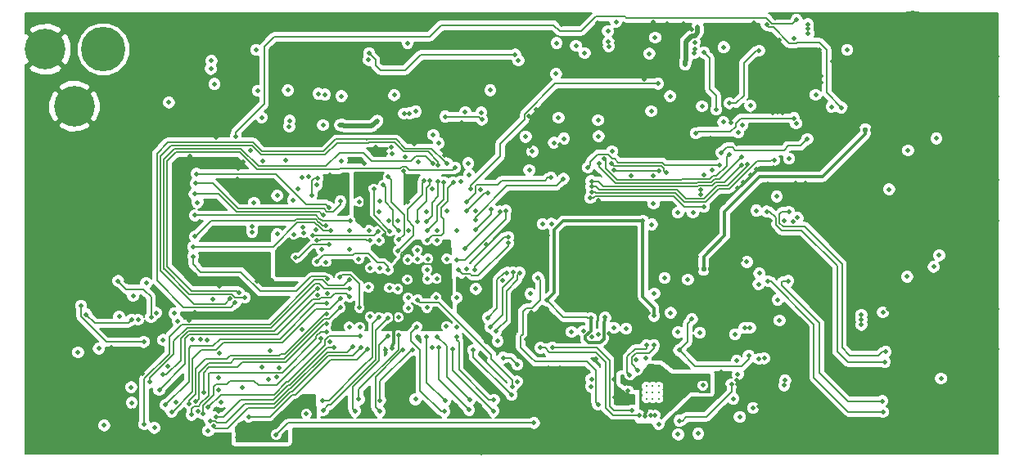
<source format=gbr>
G04 #@! TF.GenerationSoftware,KiCad,Pcbnew,(5.1.2)-1*
G04 #@! TF.CreationDate,2019-06-04T17:54:49-04:00*
G04 #@! TF.ProjectId,fmcw3,666d6377-332e-46b6-9963-61645f706362,rev?*
G04 #@! TF.SameCoordinates,Original*
G04 #@! TF.FileFunction,Copper,L3,Inr*
G04 #@! TF.FilePolarity,Positive*
%FSLAX46Y46*%
G04 Gerber Fmt 4.6, Leading zero omitted, Abs format (unit mm)*
G04 Created by KiCad (PCBNEW (5.1.2)-1) date 2019-06-04 17:54:49*
%MOMM*%
%LPD*%
G04 APERTURE LIST*
%ADD10C,0.500000*%
%ADD11C,0.300000*%
%ADD12C,4.200000*%
%ADD13C,4.600000*%
%ADD14C,0.550000*%
%ADD15C,6.400000*%
%ADD16C,0.600000*%
%ADD17C,0.460000*%
%ADD18C,0.200000*%
%ADD19C,0.300000*%
%ADD20C,0.500000*%
%ADD21C,0.150000*%
%ADD22C,0.340000*%
G04 APERTURE END LIST*
D10*
X147875350Y-90763810D03*
X147875350Y-91463810D03*
X147125350Y-91113810D03*
X146375350Y-90763810D03*
X146375350Y-91463810D03*
X177943022Y-88881050D03*
X178643022Y-88881050D03*
X178293022Y-89631050D03*
X177943022Y-90381050D03*
X178643022Y-90381050D03*
X183350000Y-79750000D03*
X184050000Y-79750000D03*
X183700000Y-80500000D03*
X183350000Y-81250000D03*
X184050000Y-81250000D03*
D11*
X205160000Y-84510000D03*
X205960000Y-84510000D03*
X205160000Y-85310000D03*
X205960000Y-85310000D03*
D10*
X221800000Y-108720000D03*
X221300000Y-108720000D03*
X220800000Y-108720000D03*
X220300000Y-108720000D03*
X219800000Y-108720000D03*
X219300000Y-108720000D03*
X218800000Y-108720000D03*
X218300000Y-108720000D03*
X221800000Y-112920000D03*
X221300000Y-112920000D03*
X220800000Y-112920000D03*
X220300000Y-112920000D03*
X219800000Y-112920000D03*
X219300000Y-112920000D03*
X218800000Y-112920000D03*
X218300000Y-112920000D03*
X221800000Y-82570000D03*
X221300000Y-82570000D03*
X220800000Y-82570000D03*
X220300000Y-82570000D03*
X219800000Y-82570000D03*
X219300000Y-82570000D03*
X218800000Y-82570000D03*
X218300000Y-82570000D03*
X221800000Y-86770000D03*
X221300000Y-86770000D03*
X220800000Y-86770000D03*
X220300000Y-86770000D03*
X219800000Y-86770000D03*
X219300000Y-86770000D03*
X218800000Y-86770000D03*
X218300000Y-86770000D03*
X221800000Y-95400000D03*
X221300000Y-95400000D03*
X220800000Y-95400000D03*
X220300000Y-95400000D03*
X219800000Y-95400000D03*
X219300000Y-95400000D03*
X218800000Y-95400000D03*
X218300000Y-95400000D03*
X221800000Y-99600000D03*
X221300000Y-99600000D03*
X220800000Y-99600000D03*
X220300000Y-99600000D03*
X219800000Y-99600000D03*
X219300000Y-99600000D03*
X218800000Y-99600000D03*
X218300000Y-99600000D03*
D12*
X126375000Y-87750000D03*
D13*
X129375000Y-81850000D03*
D12*
X123375000Y-81850000D03*
D14*
X207450000Y-90200000D03*
X208950000Y-90200000D03*
X208200000Y-90200000D03*
X191450000Y-104600000D03*
X190700000Y-104600000D03*
X192200000Y-104600000D03*
D15*
X218350000Y-120550000D03*
D16*
X220750000Y-120550000D03*
X220047056Y-122247056D03*
X218350000Y-122950000D03*
X216652944Y-122247056D03*
X215950000Y-120550000D03*
X216652944Y-118852944D03*
X218350000Y-118150000D03*
X220047056Y-118852944D03*
X214797056Y-79402944D03*
X213100000Y-78700000D03*
X211402944Y-79402944D03*
X210700000Y-81100000D03*
X211402944Y-82797056D03*
X213100000Y-83500000D03*
X214797056Y-82797056D03*
X215500000Y-81100000D03*
D15*
X213100000Y-81100000D03*
X124450000Y-120550000D03*
D16*
X126850000Y-120550000D03*
X126147056Y-122247056D03*
X124450000Y-122950000D03*
X122752944Y-122247056D03*
X122050000Y-120550000D03*
X122752944Y-118852944D03*
X124450000Y-118150000D03*
X126147056Y-118852944D03*
D11*
X198160000Y-90680000D03*
X198160000Y-91330000D03*
X197510000Y-90030000D03*
X198160000Y-90030000D03*
X197510000Y-90680000D03*
X197510000Y-91330000D03*
X198810000Y-91330000D03*
X198810000Y-90680000D03*
X198810000Y-90030000D03*
X198085000Y-117025000D03*
X197435000Y-117025000D03*
X196785000Y-117025000D03*
X196785000Y-115725000D03*
X197435000Y-115725000D03*
X198085000Y-116375000D03*
X198085000Y-115725000D03*
X196785000Y-116375000D03*
X197435000Y-116375000D03*
X186185000Y-117380000D03*
X185535000Y-117380000D03*
X186835000Y-116730000D03*
X186835000Y-117380000D03*
X186185000Y-116730000D03*
X185535000Y-116730000D03*
X185535000Y-118030000D03*
X186185000Y-118030000D03*
X186835000Y-118030000D03*
X193770000Y-84270000D03*
X194270000Y-83770000D03*
X194770000Y-83270000D03*
X194770000Y-84270000D03*
X194770000Y-85270000D03*
X194270000Y-84770000D03*
X193770000Y-83270000D03*
X193770000Y-85270000D03*
X193270000Y-83770000D03*
X193270000Y-84770000D03*
X192770000Y-83270000D03*
X192770000Y-84270000D03*
X192770000Y-85270000D03*
D17*
X168987980Y-102066747D03*
X172375000Y-101325000D03*
X195275000Y-103650000D03*
X194600000Y-103775000D03*
X193700000Y-103825000D03*
X193125000Y-104400000D03*
X194425000Y-106250000D03*
X206075000Y-94650000D03*
X203500000Y-92750000D03*
X204200000Y-96150000D03*
X203450000Y-96300000D03*
X202600000Y-96000000D03*
X160450000Y-94475000D03*
X216025000Y-108975000D03*
X215550000Y-109800000D03*
X210500000Y-110825000D03*
X211400000Y-110875000D03*
X209075000Y-106850000D03*
X210300000Y-105050000D03*
X210275000Y-103325000D03*
X210525000Y-102675000D03*
X210000000Y-101775000D03*
X209225000Y-101125000D03*
X210750000Y-97350000D03*
X216200000Y-95475000D03*
X216175000Y-90100000D03*
X215025000Y-90125000D03*
X213875000Y-90175000D03*
X211550000Y-90975000D03*
X211500000Y-91975000D03*
X210775000Y-91975000D03*
X209825000Y-97125000D03*
X209200000Y-98000000D03*
X209975000Y-92300000D03*
X209175000Y-92800000D03*
X208500000Y-93400000D03*
X208325000Y-94125000D03*
X208325000Y-94950000D03*
X208300000Y-95825000D03*
X207675000Y-96475000D03*
X211660010Y-99650000D03*
X214939990Y-94705133D03*
X211030011Y-95194729D03*
X218300000Y-91050000D03*
X212650000Y-89550000D03*
X212575000Y-95375000D03*
X213625000Y-95375000D03*
X212225000Y-94075000D03*
X214025000Y-94025000D03*
X213475000Y-93975000D03*
X216400000Y-94225000D03*
X213700000Y-110075000D03*
X213950000Y-96725000D03*
X213450000Y-96750000D03*
X216450000Y-107575000D03*
X218650000Y-105000000D03*
X210550000Y-108725000D03*
X212450000Y-108675000D03*
X213350000Y-108700000D03*
X214250000Y-107575000D03*
X210875000Y-103775000D03*
X213825000Y-107250000D03*
X213300000Y-107175000D03*
X211850000Y-107275000D03*
X213200000Y-110100000D03*
X150350000Y-119625000D03*
X150850000Y-90265020D03*
X136725000Y-78600000D03*
X132725000Y-78775000D03*
X135875000Y-78475000D03*
X133575000Y-78525000D03*
X128225000Y-97175000D03*
X128225000Y-101300000D03*
X128350000Y-93825000D03*
X124625000Y-97050000D03*
X131250000Y-97225000D03*
X131600000Y-101050000D03*
X131675000Y-93675000D03*
X124475000Y-101425000D03*
X124800000Y-93750000D03*
X122000000Y-116800000D03*
X128825000Y-122600000D03*
X143800000Y-123500000D03*
X147875000Y-123325000D03*
X151500000Y-123550000D03*
X154025000Y-123600000D03*
X156475000Y-123600000D03*
X160300000Y-123500000D03*
X165850000Y-123500000D03*
X168450000Y-123625000D03*
X171775000Y-123275000D03*
X185950000Y-122900000D03*
X196250000Y-123125000D03*
X198825000Y-123250000D03*
X201450000Y-123150000D03*
X203550000Y-123175000D03*
X206000000Y-123125000D03*
X213150000Y-120375000D03*
X219475000Y-104625000D03*
X219475000Y-106300000D03*
X212400000Y-87750000D03*
X214750000Y-87650000D03*
X217825000Y-89700000D03*
X217675000Y-93025000D03*
X186269495Y-79060010D03*
X198850000Y-78600000D03*
X139150000Y-119300000D03*
X136850000Y-118375000D03*
X136075000Y-117475000D03*
X136049858Y-114699858D03*
X133575000Y-87900000D03*
X141302845Y-119353983D03*
X149921653Y-110880800D03*
X206650000Y-100250000D03*
X206700000Y-104150000D03*
X168900000Y-92600000D03*
X169600000Y-92600000D03*
X198350000Y-102900000D03*
X199100000Y-102900000D03*
X199900000Y-102900000D03*
X199900000Y-102150000D03*
X199100000Y-102150000D03*
X198350000Y-102150000D03*
X199900000Y-101400000D03*
X199100000Y-101400000D03*
X198350000Y-101400000D03*
X177225000Y-93100000D03*
X176600000Y-91750000D03*
X149050000Y-101025000D03*
X180475000Y-84275000D03*
X199800000Y-86825000D03*
X209150000Y-79700000D03*
X205200000Y-82400000D03*
X194925000Y-96250000D03*
X195575000Y-95625000D03*
X196300000Y-94875000D03*
X196950000Y-94300000D03*
X197775000Y-94250000D03*
X194875000Y-91614990D03*
X160375000Y-122100000D03*
X149475000Y-123275000D03*
X221200000Y-116575000D03*
X220950000Y-115100000D03*
X213800000Y-88850000D03*
X216000000Y-88875000D03*
X220700000Y-91000000D03*
X219725000Y-89150000D03*
X219750000Y-92950000D03*
X175550000Y-88250000D03*
X173400000Y-88775000D03*
X174150000Y-88125000D03*
X174900000Y-88700000D03*
X159125000Y-82525000D03*
X142800000Y-83150000D03*
X142355000Y-83705000D03*
X143185000Y-82515000D03*
X142355000Y-82515000D03*
X143185000Y-83705000D03*
X159465000Y-83095000D03*
X158635000Y-81905000D03*
X158635000Y-83095000D03*
X159465000Y-81905000D03*
X198675000Y-94125000D03*
X194885403Y-116131940D03*
X191850000Y-108700000D03*
X191875000Y-107200000D03*
X191175000Y-107925000D03*
X191900000Y-105475000D03*
X190950000Y-105475000D03*
X196650000Y-79150000D03*
X203425000Y-81875000D03*
X162500000Y-78475000D03*
X163225000Y-79100000D03*
X161200000Y-79600000D03*
X160300000Y-78575000D03*
X144550000Y-87950000D03*
X140300000Y-101000000D03*
X139350000Y-99725000D03*
X140150000Y-93625000D03*
X168300000Y-118750000D03*
X165875000Y-118750000D03*
X159925000Y-118625000D03*
X154200000Y-118600000D03*
X156600000Y-118625000D03*
X147025000Y-107725000D03*
X146225000Y-109350000D03*
X144750000Y-109350000D03*
X144800000Y-107650000D03*
X193500000Y-97725000D03*
X192300000Y-94375000D03*
X195550000Y-97800000D03*
X194550000Y-99025000D03*
X192800000Y-99350000D03*
X192800000Y-100250000D03*
X195350000Y-100675000D03*
X194425000Y-100650000D03*
X205525000Y-95350000D03*
X204900000Y-95650000D03*
X201950000Y-95750000D03*
X201000000Y-95750000D03*
X206200000Y-93825000D03*
X206750000Y-93275000D03*
X207400000Y-92725000D03*
X208225000Y-92100000D03*
X206650000Y-91025000D03*
X205600000Y-92100000D03*
X203325000Y-94050000D03*
X202450000Y-94150000D03*
X201500000Y-94175000D03*
X200550000Y-94150000D03*
X199650000Y-94100000D03*
X206125000Y-88625000D03*
X204975000Y-88625000D03*
X203425000Y-88625000D03*
X205750000Y-89450000D03*
X205825000Y-91125000D03*
X208825000Y-91350000D03*
X205775000Y-96700000D03*
X203975000Y-97000000D03*
X202325000Y-96850000D03*
X217000000Y-106875000D03*
X220550000Y-106300000D03*
X220550000Y-103325000D03*
X220500000Y-102125000D03*
X177900000Y-121950000D03*
X200675000Y-109100000D03*
X201025000Y-106675000D03*
X202050000Y-107750000D03*
X203075000Y-108625000D03*
X204425000Y-106450000D03*
X204300000Y-107775000D03*
X204225000Y-108975000D03*
X207475000Y-107875000D03*
X206775000Y-107300000D03*
X211250000Y-113000000D03*
X211000000Y-114500000D03*
X211250000Y-115750000D03*
X213500000Y-118250000D03*
X213500000Y-117000000D03*
X211750000Y-118000000D03*
X211750000Y-119250000D03*
X211250000Y-120500000D03*
X210750000Y-117000000D03*
X210000000Y-112000000D03*
X209500000Y-111000000D03*
X208250000Y-111000000D03*
X206750000Y-111000000D03*
X202750000Y-117750000D03*
X204750000Y-115500000D03*
X204250000Y-110750000D03*
X201250000Y-110750000D03*
X200000000Y-110750000D03*
X198750000Y-110750000D03*
X193250000Y-109750000D03*
X193750000Y-110750000D03*
X192250000Y-109500000D03*
X191250000Y-109500000D03*
X193250000Y-115250000D03*
X184750000Y-121500000D03*
X186000000Y-121500000D03*
X187500000Y-121500000D03*
X188000000Y-122750000D03*
X189000000Y-123250000D03*
X190500000Y-123250000D03*
X192000000Y-123250000D03*
X193500000Y-123250000D03*
X193750000Y-122000000D03*
X195250000Y-122000000D03*
X196000000Y-121000000D03*
X196500000Y-120000000D03*
X197250000Y-121500000D03*
X199000000Y-121500000D03*
X200750000Y-121500000D03*
X202250000Y-121500000D03*
X203500000Y-121250000D03*
X205000000Y-121250000D03*
X206500000Y-121250000D03*
X208000000Y-121250000D03*
X209500000Y-121000000D03*
X206500000Y-116250000D03*
X208250000Y-116250000D03*
X209750000Y-116250000D03*
X182000000Y-106750000D03*
X183000000Y-106750000D03*
X183000000Y-105750000D03*
X182000000Y-105750000D03*
X183000000Y-104750000D03*
X182000000Y-104750000D03*
X183000000Y-103750000D03*
X182000000Y-103750000D03*
X183000000Y-102750000D03*
X182000000Y-102750000D03*
X181000000Y-106750000D03*
X181000000Y-105750000D03*
X181000000Y-104750000D03*
X181000000Y-103750000D03*
X181000000Y-102750000D03*
X180000000Y-106750000D03*
X180000000Y-105750000D03*
X180000000Y-104750000D03*
X180000000Y-103750000D03*
X180000000Y-102750000D03*
X179000000Y-106750000D03*
X179000000Y-105750000D03*
X179000000Y-104750000D03*
X179000000Y-103750000D03*
X179000000Y-102750000D03*
X178000000Y-106750000D03*
X178000000Y-105750000D03*
X178000000Y-104750000D03*
X178000000Y-103750000D03*
X178000000Y-102750000D03*
X183000000Y-101750000D03*
X182000000Y-101750000D03*
X181000000Y-101750000D03*
X180000000Y-101750000D03*
X179000000Y-101750000D03*
X178000000Y-101750000D03*
X133200000Y-102875000D03*
X122400000Y-89825000D03*
X127000000Y-105050000D03*
X123400000Y-105075000D03*
X191491862Y-94844968D03*
X217500000Y-98700000D03*
X217400000Y-108350000D03*
X202600000Y-82350000D03*
X203300000Y-83050000D03*
X201800000Y-82350000D03*
X201100000Y-82350000D03*
X200150000Y-83100000D03*
X199400000Y-83200000D03*
X198500000Y-83250000D03*
X197650000Y-83100000D03*
X196900000Y-83050000D03*
X196600000Y-86550000D03*
X196900000Y-85600000D03*
X197550000Y-85150000D03*
X199750000Y-86000000D03*
X199800000Y-85150000D03*
X200950000Y-85200000D03*
X201950000Y-85150000D03*
X202850000Y-85200000D03*
X215635000Y-98665000D03*
X207200000Y-86700000D03*
X209450000Y-89700000D03*
X207000000Y-89450000D03*
X207000000Y-88550000D03*
X217500000Y-87100000D03*
X217650000Y-86300000D03*
X217650000Y-83100000D03*
X217200000Y-83650000D03*
X216350000Y-83900000D03*
X215550000Y-84000000D03*
X214600000Y-84050000D03*
X213675000Y-84075000D03*
X212475000Y-84075000D03*
X211500000Y-84050000D03*
X210700000Y-84100000D03*
X209850000Y-84100000D03*
X208950000Y-84050000D03*
X208250000Y-83850000D03*
X210600000Y-86400000D03*
X211500000Y-86450000D03*
X212350000Y-86450000D03*
X213300000Y-86450000D03*
X214350000Y-86500000D03*
X215250000Y-86550000D03*
X217500000Y-88000000D03*
X215400000Y-96600000D03*
X212200000Y-100600000D03*
X213450000Y-98650000D03*
X213400000Y-99900000D03*
X215650000Y-98000000D03*
X215650000Y-97300000D03*
X217200000Y-95600000D03*
X218200000Y-101350000D03*
X212650000Y-113050000D03*
X217600000Y-114500000D03*
X217650000Y-113400000D03*
X217500000Y-112150000D03*
X217050000Y-109050000D03*
X205300000Y-102300000D03*
X201400000Y-104450000D03*
X202200000Y-104950000D03*
X203000000Y-105350000D03*
X204000000Y-105600000D03*
X207100000Y-106350000D03*
X202950000Y-99300000D03*
X203950000Y-99050000D03*
X204800000Y-98900000D03*
X205300000Y-98300000D03*
X208350000Y-101000000D03*
X208400000Y-100200000D03*
X208400000Y-99400000D03*
X207100000Y-97300000D03*
X206600000Y-97900000D03*
X208500000Y-98600000D03*
X216100000Y-99550000D03*
X218550000Y-102750000D03*
X219000000Y-115200000D03*
X212000000Y-113900000D03*
X215850000Y-112750000D03*
X215450000Y-111350000D03*
X215450000Y-112050000D03*
X215450000Y-110650000D03*
X211075000Y-111825000D03*
X212550000Y-112100000D03*
X209000000Y-108250000D03*
X208150000Y-107900000D03*
X208000000Y-107000000D03*
X208050000Y-106150000D03*
X208050000Y-105500000D03*
X208050000Y-104750000D03*
X208000000Y-103950000D03*
X216200000Y-87050000D03*
X216650000Y-87350000D03*
X209400000Y-88950000D03*
X209400000Y-86450000D03*
X209800000Y-88550000D03*
X209800000Y-88000000D03*
X209800000Y-87350000D03*
X209800000Y-86750000D03*
X206850000Y-87750000D03*
X204800000Y-89750000D03*
X192150000Y-91050000D03*
X194300000Y-89450000D03*
X194500000Y-88100000D03*
X196450000Y-84750000D03*
X158556315Y-113008195D03*
X161650000Y-119300000D03*
X137269979Y-121101021D03*
X136009979Y-120847210D03*
X138250000Y-109899960D03*
X159250000Y-116900000D03*
X160000000Y-116250000D03*
X141400000Y-113350000D03*
X142250000Y-122050000D03*
X141300000Y-117150000D03*
X138850000Y-109050000D03*
X132400000Y-119250000D03*
X133450000Y-115400000D03*
X128450000Y-115150000D03*
X139400000Y-111900000D03*
X130300000Y-119850000D03*
X130250000Y-118900000D03*
X129000000Y-118000000D03*
X130300000Y-117900000D03*
X130250000Y-117350000D03*
X171150000Y-112200000D03*
X133589990Y-108450000D03*
X135750000Y-109200000D03*
X131700000Y-105900000D03*
X130200000Y-112750000D03*
X130150000Y-114860000D03*
X126050000Y-112350000D03*
X128400000Y-106800000D03*
X138298162Y-92950042D03*
X141042346Y-90989990D03*
X143841370Y-93508630D03*
X156341740Y-93689990D03*
X160550000Y-92989990D03*
X161480000Y-91659979D03*
X164662529Y-92861975D03*
X149966355Y-100311210D03*
X154849201Y-100639990D03*
X143350000Y-105950000D03*
X145300000Y-105850000D03*
X145850000Y-105150000D03*
X146750000Y-105750000D03*
X144250000Y-106600000D03*
X141400000Y-106350000D03*
X139850000Y-105750000D03*
X139300000Y-89500000D03*
X139950000Y-88800000D03*
X129600000Y-88200000D03*
X133500000Y-91300000D03*
X132800000Y-92000000D03*
X131550000Y-91950000D03*
X158300000Y-87150000D03*
X158589990Y-92650000D03*
X152579457Y-96939990D03*
X138500000Y-100200000D03*
X140750000Y-98100000D03*
X134050000Y-89700000D03*
X129200000Y-91400000D03*
X160935009Y-100614818D03*
X172350000Y-118300000D03*
X168846883Y-113790021D03*
X149499723Y-88200277D03*
X163150000Y-84900000D03*
X161700000Y-84900000D03*
X164240000Y-87570000D03*
X166401680Y-89439990D03*
X170257430Y-90360010D03*
X175390000Y-117897500D03*
X176590000Y-117897500D03*
X176590000Y-114822500D03*
X175390000Y-114822500D03*
X175200000Y-108750000D03*
X173700000Y-100750000D03*
X170680054Y-105810000D03*
X186250000Y-94910010D03*
X183990000Y-94910010D03*
X186550000Y-102000000D03*
X143800000Y-95950000D03*
X143250000Y-95300000D03*
X143350000Y-94150000D03*
X143600000Y-97350000D03*
X146450000Y-100900000D03*
X160835010Y-97650000D03*
X180300000Y-113900000D03*
X173613927Y-109110010D03*
X187550000Y-108450000D03*
X182000000Y-88750000D03*
X183400000Y-89050000D03*
X184900000Y-90100000D03*
X190300000Y-89650000D03*
X187400000Y-90450000D03*
X181080395Y-97869990D03*
X155600000Y-93250000D03*
X144550000Y-92350000D03*
X148300000Y-87850000D03*
X152800000Y-94850000D03*
X157900000Y-101650000D03*
X155789990Y-103568376D03*
X152400000Y-103900000D03*
X157950000Y-104550000D03*
X160900000Y-107600000D03*
X159850000Y-106650000D03*
X160900000Y-108650000D03*
X163800000Y-107550000D03*
X168950000Y-112100000D03*
X166950000Y-109550000D03*
X164850000Y-110550000D03*
X161850000Y-111600000D03*
X156950000Y-109550000D03*
X154800000Y-110600000D03*
X152550000Y-107100000D03*
X156800000Y-106500000D03*
X163350000Y-96300000D03*
X157850000Y-98650000D03*
X167900000Y-98550000D03*
X163900000Y-100600000D03*
X166850000Y-105650000D03*
X163850000Y-105600000D03*
X162900000Y-105650000D03*
X162850000Y-104650000D03*
X160850000Y-103650000D03*
X161850000Y-102650000D03*
X161900000Y-103550000D03*
X162950000Y-103550000D03*
X164900000Y-103550000D03*
X159140000Y-91970000D03*
X157560000Y-91970000D03*
X153170000Y-90100000D03*
X169531778Y-91179343D03*
X164560000Y-90910000D03*
X191500000Y-81290000D03*
X187720000Y-111670000D03*
X180608445Y-97511911D03*
X173460000Y-93100000D03*
X173460000Y-91880000D03*
X182190010Y-116015263D03*
X175290000Y-101170000D03*
X172880000Y-106020000D03*
X172940000Y-107910000D03*
X187810000Y-106460000D03*
X185760000Y-109130000D03*
X179900000Y-111640000D03*
X181640000Y-111330000D03*
X173090000Y-111890000D03*
X176640000Y-111910000D03*
X184480010Y-114022735D03*
X184100000Y-111640000D03*
X196210010Y-111655408D03*
X182250000Y-117930000D03*
X183640000Y-117180000D03*
X183681606Y-117710185D03*
X185960000Y-119720000D03*
X186440000Y-119740000D03*
X193630000Y-116800000D03*
X191390000Y-116640000D03*
X140800000Y-87500000D03*
X144800000Y-82850000D03*
X147000000Y-83800000D03*
X147450000Y-79700000D03*
X145300000Y-79650000D03*
X144500000Y-78750000D03*
X144500000Y-80750000D03*
X156000000Y-88850000D03*
X150200000Y-87450000D03*
X150150000Y-88900000D03*
X156650000Y-88100000D03*
X161050000Y-82150000D03*
X162600000Y-83250000D03*
X174500000Y-82750000D03*
X174065000Y-82175000D03*
X174895000Y-83365000D03*
X174895000Y-82175000D03*
X174065000Y-83365000D03*
X171230000Y-87610000D03*
X164230000Y-88080000D03*
X179000000Y-78850000D03*
X177450000Y-78850000D03*
X176800000Y-79300000D03*
X175950000Y-80300000D03*
X176000000Y-78300000D03*
X172150000Y-86180000D03*
X178050000Y-82650000D03*
X176500000Y-82500000D03*
X197600000Y-108750000D03*
X196000000Y-108800000D03*
X180500000Y-79150000D03*
X181136505Y-83672533D03*
X182960000Y-86110000D03*
X185280000Y-84930000D03*
X188810000Y-83950000D03*
X216820000Y-96410000D03*
X216630000Y-109720000D03*
X200060000Y-95860000D03*
X198120000Y-95820000D03*
X199980000Y-108740000D03*
X198280000Y-108690000D03*
X199830010Y-99574610D03*
X194980000Y-116550000D03*
X197050000Y-112100000D03*
X202060000Y-116430000D03*
X197170000Y-118810000D03*
X197594324Y-118851390D03*
X206700000Y-102625000D03*
X201678093Y-102465144D03*
X191350000Y-100525000D03*
X190725000Y-100875000D03*
X190700000Y-101700000D03*
X190700000Y-102500000D03*
X190700000Y-103325000D03*
X192100000Y-100750000D03*
X190200000Y-79800000D03*
X188500000Y-79800000D03*
X189400000Y-79200000D03*
X187650000Y-79200000D03*
X208425000Y-79050000D03*
X208425000Y-80425000D03*
X207825000Y-81875000D03*
X207450000Y-82850000D03*
X202025000Y-89250000D03*
X202915634Y-90549482D03*
X203400000Y-91600000D03*
X202650000Y-91950000D03*
X202550000Y-93200000D03*
X195750000Y-90950000D03*
X195750000Y-91500000D03*
X214375000Y-98200000D03*
X216872478Y-98156660D03*
X216695184Y-111469868D03*
X214188462Y-111432309D03*
X196100000Y-105025000D03*
X195800000Y-98625000D03*
X201250000Y-98300000D03*
X206675000Y-98775000D03*
X206675000Y-101775000D03*
X206700000Y-105725000D03*
X200525000Y-104775000D03*
X199875000Y-104825000D03*
X198325000Y-104825000D03*
X196375000Y-102925000D03*
X196325000Y-101475000D03*
X198325000Y-99625000D03*
X200725000Y-99725000D03*
X199310000Y-80920000D03*
X199160000Y-81930000D03*
X195700000Y-81760000D03*
X199650000Y-88430000D03*
X199110000Y-88330000D03*
X198610000Y-88400000D03*
X198970000Y-86600000D03*
X201070000Y-87400000D03*
X201450000Y-85910000D03*
X203590000Y-87680000D03*
X203600000Y-85260000D03*
X203640000Y-84650000D03*
X204820000Y-83080000D03*
X205700000Y-82970000D03*
X207490000Y-83950000D03*
X207520000Y-85320000D03*
X193540000Y-81640000D03*
X200800000Y-80750000D03*
X196250000Y-110700000D03*
X190350000Y-98750000D03*
X188800000Y-98750000D03*
X191900000Y-115990000D03*
X183110000Y-115980000D03*
X185380000Y-119880000D03*
X186440000Y-114950000D03*
X185920000Y-114930000D03*
X188873150Y-117141297D03*
X195700000Y-110700000D03*
X185850000Y-82300000D03*
X195430000Y-89730000D03*
X196290000Y-87700000D03*
X194998104Y-115521930D03*
X196570000Y-118980000D03*
X197734990Y-113862553D03*
X197190000Y-113900000D03*
X199797605Y-116648193D03*
X199890000Y-116140000D03*
X190525000Y-81125000D03*
X190475000Y-82225000D03*
X190525000Y-81825000D03*
X202250000Y-79250000D03*
X202275000Y-80225000D03*
X202225000Y-79730000D03*
X200300000Y-93175000D03*
X174600000Y-112770000D03*
X184780000Y-119720000D03*
X180550000Y-118650000D03*
X174334515Y-105500011D03*
X186800000Y-120650000D03*
X194340000Y-116530000D03*
X188960000Y-120310000D03*
X186340000Y-112500000D03*
X184640000Y-115080000D03*
X183820000Y-115610000D03*
X185530000Y-112500000D03*
X190900000Y-121660000D03*
X188820000Y-121740000D03*
X191070000Y-111190000D03*
X188820000Y-111160000D03*
X190250000Y-109800000D03*
X186350000Y-107150000D03*
X185450000Y-113790000D03*
X188930000Y-113020000D03*
X196130000Y-113580000D03*
X175810000Y-112760000D03*
X184058486Y-119259990D03*
X194720000Y-111370000D03*
X195200000Y-119920000D03*
X194550000Y-118030000D03*
X194870000Y-114110000D03*
X193125000Y-93850000D03*
X166950000Y-97650000D03*
X175650000Y-95150000D03*
X179495688Y-94099978D03*
X180652576Y-93660010D03*
X195416757Y-93001331D03*
X195412602Y-93808063D03*
X167850000Y-100550000D03*
X169500000Y-98450000D03*
X179850000Y-95500000D03*
X195999723Y-93749723D03*
X179850000Y-96090013D03*
X170422221Y-98649992D03*
X198750000Y-93350000D03*
X179934140Y-96673994D03*
X166800000Y-102500000D03*
X201020000Y-89540000D03*
X169135841Y-96689099D03*
X181150000Y-93200000D03*
X194100000Y-92750000D03*
X166900000Y-98600000D03*
X190650000Y-90550000D03*
X200810000Y-88980000D03*
X133560010Y-112150000D03*
X127050000Y-108400000D03*
X147570001Y-114848587D03*
X163435201Y-93646397D03*
X163144989Y-95443229D03*
X143750000Y-116900000D03*
X144000000Y-107550000D03*
X161850000Y-99650000D03*
X167650000Y-113000000D03*
X171600000Y-117650000D03*
X161899229Y-107799516D03*
X171637196Y-116815906D03*
X179800000Y-116750000D03*
X151450000Y-103850000D03*
X158850000Y-104700000D03*
X163997520Y-93825035D03*
X164015009Y-95503580D03*
X145733548Y-114735010D03*
X142438916Y-107689470D03*
X146450000Y-116050000D03*
X162800000Y-99650000D03*
X164896077Y-93690784D03*
X164593771Y-95618244D03*
X142994315Y-108106628D03*
X162850000Y-100650000D03*
X147290279Y-115810010D03*
X146599201Y-113089990D03*
X143380670Y-107089990D03*
X165750000Y-94100000D03*
X165550000Y-95650000D03*
X162850000Y-101600000D03*
X147425000Y-103675000D03*
X147525000Y-102450000D03*
X159200000Y-112850000D03*
X147550000Y-103000000D03*
X162900000Y-106600000D03*
X163850000Y-106550000D03*
X163800000Y-104600000D03*
X160900000Y-102650000D03*
X159850000Y-107550000D03*
X159900000Y-105600000D03*
X157900000Y-106650000D03*
X158850000Y-108650000D03*
X136150000Y-87350000D03*
X144750000Y-100750000D03*
X144750000Y-100200000D03*
X186050000Y-88250000D03*
X154000000Y-93400000D03*
X145750000Y-88900000D03*
X148600000Y-89850000D03*
X166810000Y-88380000D03*
X168460000Y-88410000D03*
X169400000Y-86080000D03*
X182400000Y-79000000D03*
X181650000Y-81550000D03*
X181600000Y-81100000D03*
X181550000Y-79950000D03*
X176450000Y-88925000D03*
X148450000Y-86100000D03*
X151600000Y-86460000D03*
X148657214Y-89239436D03*
X152100000Y-89685010D03*
X175975000Y-91525000D03*
X160475000Y-88500000D03*
X161025000Y-88475000D03*
X152280000Y-86550000D03*
X161700000Y-88300000D03*
X173050000Y-90900000D03*
X154000000Y-86700000D03*
X177000000Y-91100000D03*
X197989895Y-79315448D03*
X205730000Y-87890000D03*
X136700000Y-109200000D03*
X134810010Y-109150000D03*
X146000000Y-122000000D03*
X168400000Y-96350000D03*
X150525000Y-118100000D03*
X143250000Y-122000000D03*
X161650000Y-118100000D03*
X143250000Y-121250000D03*
X140225277Y-121360010D03*
X152809448Y-112141106D03*
X153821940Y-105477507D03*
X140650000Y-107710010D03*
X149250000Y-103450000D03*
X134650000Y-121050000D03*
X141300000Y-115850000D03*
X126750000Y-113250000D03*
X140100000Y-111950000D03*
X137050000Y-110000000D03*
X129450000Y-120800000D03*
X133800000Y-106050000D03*
X150600000Y-95000000D03*
X149000000Y-97500000D03*
X144950000Y-97750000D03*
X139100000Y-97700000D03*
X156950000Y-104500000D03*
X175710784Y-99920140D03*
X172150000Y-116250000D03*
X179850000Y-116000000D03*
X174800000Y-99950000D03*
X167900000Y-106660010D03*
X166900000Y-104600000D03*
X163500000Y-90700000D03*
X159200000Y-92650000D03*
X161950000Y-93500000D03*
X163400000Y-112700000D03*
X156850000Y-100600000D03*
X152700000Y-102100000D03*
X155850000Y-108600000D03*
X159850000Y-99600000D03*
X165950000Y-100650000D03*
X164900000Y-98550000D03*
X162800000Y-98650000D03*
X159900000Y-109600000D03*
X162850000Y-108600000D03*
X165900000Y-107600000D03*
X165900000Y-110600000D03*
X155900000Y-110650000D03*
X155850000Y-97650000D03*
X157950000Y-97600000D03*
X163850000Y-101650000D03*
X186090000Y-99990000D03*
X191300000Y-87750000D03*
X188000000Y-86700000D03*
X145180000Y-81900000D03*
X179160000Y-82250000D03*
X160850000Y-81200000D03*
X156800000Y-82950000D03*
X178250000Y-81500000D03*
X176250000Y-81200000D03*
X172300000Y-83000000D03*
X185179378Y-99609989D03*
X186280000Y-97820000D03*
X173530000Y-107180000D03*
X175200000Y-107850000D03*
X179775536Y-109690000D03*
X181273172Y-109633749D03*
X186320000Y-109460000D03*
X193500000Y-89400000D03*
X192750000Y-88100000D03*
X191500000Y-82180000D03*
X207775000Y-110375000D03*
X207775000Y-109350000D03*
X215550000Y-91075000D03*
X215250000Y-104375000D03*
X207775000Y-109825000D03*
X189825000Y-105700000D03*
X199300000Y-109925000D03*
X189550000Y-83400000D03*
X215830000Y-103180000D03*
X190825000Y-79500000D03*
X216025000Y-115950000D03*
X186450000Y-80650000D03*
X180550000Y-89200000D03*
X191150000Y-96425000D03*
X180600000Y-90850000D03*
X191137169Y-96859979D03*
X181982392Y-92409453D03*
X143050000Y-90850000D03*
X201075000Y-78800000D03*
X151500000Y-107300000D03*
X151450000Y-95900000D03*
X145850000Y-93400000D03*
X156350000Y-94850000D03*
X158900000Y-103600000D03*
X158900000Y-102700000D03*
X160818548Y-105702216D03*
X158950000Y-106550000D03*
X148200000Y-93363810D03*
X135550000Y-111950000D03*
X132300000Y-109850000D03*
X127600000Y-109300000D03*
X188050000Y-109150000D03*
X187425000Y-105525000D03*
X154800000Y-102600000D03*
X159939990Y-100639990D03*
X151317999Y-100521908D03*
X150129990Y-100878076D03*
X158300000Y-95900000D03*
X151416675Y-101639990D03*
X170724810Y-113790021D03*
X156950000Y-101650000D03*
X172200000Y-114500000D03*
X162554989Y-95446866D03*
X159850000Y-102700000D03*
X157760010Y-100690754D03*
X151050000Y-101100000D03*
X151931008Y-102610010D03*
X157350000Y-96300000D03*
X159000000Y-100700000D03*
X147250000Y-121750000D03*
X158844667Y-95044459D03*
X150950000Y-96939990D03*
X151500000Y-95200000D03*
X159923441Y-101578427D03*
X173900000Y-120550000D03*
X200220000Y-105850000D03*
X209940000Y-118290000D03*
X198110000Y-105860000D03*
X210000000Y-119400000D03*
X197970000Y-98650000D03*
X210200000Y-114260000D03*
X200270000Y-98670000D03*
X210270000Y-113190000D03*
X195933394Y-103876902D03*
X203050000Y-86570000D03*
X159450000Y-86600000D03*
X171960000Y-82400000D03*
X156850000Y-82250000D03*
X140550000Y-83050000D03*
X145350000Y-86150000D03*
X176200000Y-84400000D03*
X193300000Y-92550000D03*
X202190000Y-91150000D03*
X164070000Y-91580000D03*
X167120000Y-93660000D03*
X204710000Y-87800000D03*
X206310000Y-81920000D03*
X157700000Y-89250000D03*
X153850000Y-89700000D03*
X152450000Y-111089990D03*
X138500000Y-119700000D03*
X171005731Y-98562675D03*
X179725171Y-97225760D03*
X165900000Y-103650000D03*
X191500000Y-98150000D03*
X171127131Y-105007071D03*
X169150000Y-109650000D03*
X139675011Y-119569216D03*
X151852200Y-111768992D03*
X152570285Y-105619731D03*
X138650000Y-103300000D03*
X140410147Y-120310147D03*
X155150000Y-112650000D03*
X155900000Y-111550000D03*
X140150000Y-118950000D03*
X171217757Y-101875672D03*
X166050000Y-104700000D03*
X138948345Y-118354989D03*
X153900799Y-108610010D03*
X171256999Y-101286967D03*
X167800000Y-104650000D03*
X138264798Y-118560010D03*
X152450000Y-109250000D03*
X135800000Y-118675000D03*
X152450000Y-108150000D03*
X136425000Y-119375000D03*
X153900799Y-107639990D03*
X135150000Y-117125000D03*
X154849402Y-107510010D03*
X154799723Y-105700277D03*
X133600000Y-120700000D03*
X134150000Y-116300000D03*
X154849402Y-106589990D03*
X135525000Y-115550000D03*
X151487332Y-106604592D03*
X154900000Y-99600000D03*
X138850000Y-99050000D03*
X171722021Y-104975756D03*
X169400000Y-110600000D03*
X169950000Y-111050000D03*
X172440000Y-104990000D03*
X182149201Y-94357197D03*
X186800000Y-94450000D03*
X152685591Y-98210010D03*
X139000000Y-94750000D03*
X176949197Y-95260010D03*
X167900000Y-99550000D03*
X181950000Y-93650000D03*
X187600000Y-94650000D03*
X153900000Y-97600000D03*
X138950000Y-95750000D03*
X152849201Y-100639990D03*
X138650000Y-102300000D03*
X138850000Y-101250000D03*
X152400000Y-100100000D03*
X152099349Y-99042512D03*
X138800000Y-96850000D03*
X132450000Y-107400000D03*
X131000000Y-109550000D03*
X140739368Y-120850000D03*
X156050000Y-112700000D03*
X153250000Y-112759979D03*
X141002720Y-119931097D03*
X156729969Y-112858908D03*
X144400000Y-119950000D03*
X132250000Y-116850000D03*
X141567640Y-118399990D03*
X132300000Y-118450000D03*
X132950000Y-109850000D03*
X128900000Y-112850000D03*
X130900000Y-105850000D03*
X134300000Y-109600000D03*
X199030000Y-97100000D03*
X199120000Y-107790000D03*
X197130000Y-106190000D03*
X197225000Y-105050000D03*
X196900000Y-98550000D03*
X201175000Y-99300000D03*
X173750000Y-92450000D03*
X195050000Y-90450000D03*
X173430000Y-94360000D03*
X180580000Y-111390000D03*
X158860000Y-99620000D03*
X167210000Y-94840000D03*
X179036364Y-111022372D03*
X177810000Y-111110000D03*
X183450000Y-110790000D03*
X182170000Y-110690000D03*
X167350000Y-96300000D03*
X186750000Y-85400000D03*
X194150000Y-87450000D03*
X197200000Y-82000000D03*
X140500000Y-83875000D03*
X164750000Y-88809979D03*
X168519173Y-89139990D03*
X140850000Y-85450000D03*
X161350000Y-112950000D03*
X158000000Y-118200000D03*
X159900009Y-111487047D03*
X155800000Y-118100000D03*
X152000000Y-118200000D03*
X157850000Y-109600000D03*
X160350000Y-112950000D03*
X157950000Y-119350000D03*
X155400000Y-119300000D03*
X158800000Y-111550000D03*
X152100000Y-119250000D03*
X158800000Y-109650000D03*
X164700000Y-118250000D03*
X162800000Y-111600000D03*
X161800000Y-110600000D03*
X164650000Y-119350000D03*
X169750000Y-118150000D03*
X165900000Y-111600000D03*
X165500000Y-112900000D03*
X169700000Y-119300000D03*
X163900000Y-111600000D03*
X167250000Y-118150000D03*
X164050000Y-112750000D03*
X167200000Y-119200000D03*
X166350000Y-95550000D03*
X149455153Y-96335580D03*
X149950000Y-95150000D03*
X147350000Y-101000000D03*
X147350000Y-97000000D03*
X152450000Y-110300000D03*
X139750000Y-117350000D03*
X138550000Y-111900000D03*
X212525000Y-105400000D03*
X210000000Y-109100000D03*
X212600000Y-92325000D03*
X210650000Y-96350000D03*
X170150000Y-112075000D03*
D18*
X199120000Y-88340000D02*
X199120000Y-88350000D01*
X199110000Y-88330000D02*
X199120000Y-88340000D01*
D19*
X190590000Y-115990000D02*
X191900000Y-115990000D01*
X189668702Y-116911298D02*
X190590000Y-115990000D01*
X189448702Y-116911298D02*
X189668702Y-116911298D01*
X188873150Y-117141297D02*
X189103149Y-116911298D01*
X189103149Y-116911298D02*
X189448702Y-116911298D01*
X184510000Y-116520000D02*
X183650000Y-116520000D01*
X183650000Y-116520000D02*
X183110000Y-115980000D01*
X185690001Y-115339999D02*
X184510000Y-116520000D01*
X185920000Y-114930000D02*
X185690001Y-115159999D01*
X185690001Y-115159999D02*
X185690001Y-115339999D01*
X185380000Y-119880000D02*
X185380000Y-119554731D01*
X185380000Y-119554731D02*
X185590000Y-119344731D01*
X185590000Y-119344731D02*
X185590000Y-118940000D01*
D20*
X187399716Y-118940000D02*
X185590000Y-118940000D01*
X188873150Y-117141297D02*
X188873150Y-117466566D01*
X188873150Y-117466566D02*
X187399716Y-118940000D01*
X185920000Y-114930000D02*
X186420000Y-114930000D01*
X186420000Y-114930000D02*
X186440000Y-114950000D01*
X188643151Y-116683151D02*
X188173151Y-116683151D01*
X188173151Y-116683151D02*
X186440000Y-114950000D01*
X188873150Y-117141297D02*
X188643151Y-116911298D01*
X188643151Y-116911298D02*
X188643151Y-116683151D01*
D18*
X181340000Y-114260000D02*
X181340000Y-118980000D01*
X181340000Y-118980000D02*
X182080000Y-119720000D01*
X180310000Y-113230000D02*
X181340000Y-114260000D01*
X175520000Y-113230000D02*
X180310000Y-113230000D01*
X175060000Y-112770000D02*
X175520000Y-113230000D01*
X174600000Y-112770000D02*
X175060000Y-112770000D01*
X184780000Y-119720000D02*
X182080000Y-119720000D01*
X179400000Y-114200000D02*
X174050000Y-114200000D01*
X174050000Y-114200000D02*
X173650000Y-113800000D01*
X180320001Y-115120001D02*
X179400000Y-114200000D01*
X180550000Y-118650000D02*
X180320001Y-118420001D01*
X180320001Y-118420001D02*
X180320001Y-115120001D01*
X172550000Y-112700000D02*
X173650000Y-113800000D01*
X172750000Y-111350000D02*
X172550000Y-111550000D01*
X172750000Y-109000000D02*
X172750000Y-111350000D01*
X173100000Y-108650000D02*
X172750000Y-109000000D01*
X173700000Y-108650000D02*
X173100000Y-108650000D01*
X174564514Y-107785486D02*
X173700000Y-108650000D01*
X174564514Y-105730010D02*
X174564514Y-107785486D01*
X174334515Y-105500011D02*
X174564514Y-105730010D01*
X172550000Y-111550000D02*
X172550000Y-112700000D01*
X191740000Y-119930000D02*
X194340000Y-117330000D01*
X194340000Y-117330000D02*
X194340000Y-116530000D01*
X189665269Y-119930000D02*
X191740000Y-119930000D01*
X188960000Y-120310000D02*
X189285269Y-120310000D01*
X189285269Y-120310000D02*
X189665269Y-119930000D01*
X186340000Y-112825269D02*
X186340000Y-112500000D01*
X184487388Y-113310000D02*
X185855269Y-113310000D01*
X184020000Y-113777388D02*
X184487388Y-113310000D01*
X184020000Y-114460000D02*
X184020000Y-113777388D01*
X184640000Y-115080000D02*
X184020000Y-114460000D01*
X185855269Y-113310000D02*
X186340000Y-112825269D01*
X183560000Y-113700000D02*
X183560000Y-115350000D01*
X183560000Y-115350000D02*
X183820000Y-115610000D01*
X184360000Y-112900000D02*
X183560000Y-113700000D01*
X185455269Y-112900000D02*
X184360000Y-112900000D01*
X185530000Y-112500000D02*
X185530000Y-112825269D01*
X185530000Y-112825269D02*
X185455269Y-112900000D01*
X183820000Y-115610000D02*
X183590001Y-115380001D01*
X189800000Y-110250000D02*
X189800000Y-112150000D01*
X189800000Y-112150000D02*
X188930000Y-113020000D01*
X190250000Y-109800000D02*
X189800000Y-110250000D01*
X194554731Y-114655269D02*
X190565269Y-114655269D01*
X190565269Y-114655269D02*
X188930000Y-113020000D01*
X195380000Y-114655269D02*
X194554731Y-114655269D01*
X196130000Y-113580000D02*
X196130000Y-113905269D01*
X196130000Y-113905269D02*
X195380000Y-114655269D01*
X180440000Y-112760000D02*
X175810000Y-112760000D01*
X181730000Y-114050000D02*
X180440000Y-112760000D01*
X181730000Y-118822612D02*
X181730000Y-114050000D01*
X182167378Y-119259990D02*
X181730000Y-118822612D01*
X183733217Y-119259990D02*
X184058486Y-119259990D01*
X182167378Y-119259990D02*
X183733217Y-119259990D01*
X180525000Y-92725000D02*
X181575000Y-92725000D01*
X181575000Y-92725000D02*
X182039998Y-93189998D01*
X179725687Y-93524313D02*
X180525000Y-92725000D01*
X179495688Y-94099978D02*
X179725687Y-93869979D01*
X179725687Y-93869979D02*
X179725687Y-93524313D01*
X193150000Y-93850000D02*
X193125000Y-93850000D01*
X193125000Y-93850000D02*
X187466706Y-93850000D01*
X167850000Y-96000000D02*
X167850000Y-96750000D01*
X167850000Y-96750000D02*
X166950000Y-97650000D01*
X168000000Y-95850000D02*
X167850000Y-96000000D01*
X170150000Y-95850000D02*
X168000000Y-95850000D01*
X170550000Y-95450000D02*
X170150000Y-95850000D01*
X175024731Y-95450000D02*
X170550000Y-95450000D01*
X175650000Y-95150000D02*
X175324731Y-95150000D01*
X175324731Y-95150000D02*
X175024731Y-95450000D01*
X187186695Y-93569989D02*
X182600793Y-93569989D01*
X182600793Y-93569989D02*
X182220802Y-93189998D01*
X182220802Y-93189998D02*
X182039998Y-93189998D01*
X187466706Y-93850000D02*
X187186695Y-93569989D01*
X180652576Y-93985279D02*
X180652576Y-93660010D01*
X180652576Y-94000086D02*
X180652576Y-93985279D01*
X190697536Y-95729956D02*
X182382446Y-95729956D01*
X190792503Y-95634989D02*
X190697536Y-95729956D01*
X192239894Y-95634988D02*
X190792503Y-95634989D01*
X192564912Y-95309970D02*
X192239894Y-95634988D01*
X193108118Y-95309970D02*
X192564912Y-95309970D01*
X195416757Y-93001331D02*
X193108118Y-95309970D01*
X182382446Y-95729956D02*
X180652576Y-94000086D01*
X192701608Y-95639980D02*
X193580685Y-95639980D01*
X195182603Y-94038062D02*
X195412602Y-93808063D01*
X190929199Y-95964999D02*
X192376589Y-95964999D01*
X181109967Y-96059967D02*
X190834231Y-96059967D01*
X180550000Y-95500000D02*
X181109967Y-96059967D01*
X179850000Y-95500000D02*
X180550000Y-95500000D01*
X193580685Y-95639980D02*
X195182603Y-94038062D01*
X190834231Y-96059967D02*
X190929199Y-95964999D01*
X192376589Y-95964999D02*
X192701608Y-95639980D01*
X169500000Y-98450000D02*
X169500000Y-98900000D01*
X169500000Y-98900000D02*
X167850000Y-100550000D01*
X180340013Y-96090013D02*
X180639978Y-96389978D01*
X195999723Y-93933571D02*
X195999723Y-93749723D01*
X180639978Y-96389978D02*
X188673390Y-96389978D01*
X193963304Y-95969990D02*
X195999723Y-93933571D01*
X188673390Y-96389978D02*
X189603401Y-97319989D01*
X179850000Y-96090013D02*
X180340013Y-96090013D01*
X189603401Y-97319989D02*
X191488305Y-97319989D01*
X192838304Y-95969990D02*
X193963304Y-95969990D01*
X191488305Y-97319989D02*
X192838304Y-95969990D01*
X166800000Y-102500000D02*
X170422221Y-98877779D01*
X170422221Y-98877779D02*
X170422221Y-98649992D01*
X196975000Y-93425000D02*
X194100000Y-96300000D01*
X194100000Y-96300000D02*
X192975000Y-96300000D01*
X198349731Y-93425000D02*
X196975000Y-93425000D01*
X198750000Y-93350000D02*
X198424731Y-93350000D01*
X198424731Y-93350000D02*
X198349731Y-93425000D01*
X192975000Y-96300000D02*
X191625000Y-97650000D01*
X191625000Y-97650000D02*
X189466706Y-97650000D01*
X188536695Y-96719989D02*
X180305404Y-96719989D01*
X180259409Y-96673994D02*
X179934140Y-96673994D01*
X189466706Y-97650000D02*
X188536695Y-96719989D01*
X180305404Y-96719989D02*
X180259409Y-96673994D01*
X201040000Y-89560000D02*
X201040000Y-89580000D01*
X201020000Y-89540000D02*
X201040000Y-89560000D01*
X168810901Y-96689099D02*
X169135841Y-96689099D01*
X166900000Y-98600000D02*
X168810901Y-96689099D01*
X181329999Y-94210803D02*
X181329999Y-93379999D01*
X181329999Y-93379999D02*
X181150000Y-93200000D01*
X194100000Y-92750000D02*
X193870001Y-92979999D01*
X193870001Y-92979999D02*
X193870001Y-93904730D01*
X193870001Y-93904730D02*
X192794771Y-94979960D01*
X189083477Y-95399945D02*
X182519141Y-95399945D01*
X192794771Y-94979960D02*
X192428216Y-94979960D01*
X189178444Y-95304978D02*
X189083477Y-95399945D01*
X192428216Y-94979960D02*
X192103198Y-95304978D01*
X192103198Y-95304978D02*
X189178444Y-95304978D01*
X182519141Y-95399945D02*
X181329999Y-94210803D01*
X194229999Y-90400001D02*
X190799999Y-90400001D01*
X190799999Y-90400001D02*
X190650000Y-90550000D01*
X194760001Y-89544730D02*
X194760001Y-89869999D01*
X194760001Y-89869999D02*
X194229999Y-90400001D01*
X195324731Y-88980000D02*
X194760001Y-89544730D01*
X200810000Y-88980000D02*
X195324731Y-88980000D01*
D21*
X133234741Y-112150000D02*
X133560010Y-112150000D01*
X129650000Y-112150000D02*
X133234741Y-112150000D01*
X127050000Y-109550000D02*
X129650000Y-112150000D01*
X127050000Y-108400000D02*
X127050000Y-109550000D01*
D18*
X161700000Y-92950000D02*
X162738804Y-92950000D01*
X157150000Y-93450000D02*
X161200000Y-93450000D01*
X152400000Y-93950000D02*
X153800000Y-92550000D01*
X162738804Y-92950000D02*
X163435201Y-93646397D01*
X156250000Y-92550000D02*
X157150000Y-93450000D01*
X145400000Y-93950000D02*
X152400000Y-93950000D01*
X153800000Y-92550000D02*
X156250000Y-92550000D01*
X136689978Y-92160022D02*
X143610022Y-92160022D01*
X135619990Y-93230010D02*
X136689978Y-92160022D01*
X135619990Y-104622482D02*
X135619990Y-93230010D01*
X142600000Y-107200000D02*
X138250000Y-107200000D01*
X142950000Y-107550000D02*
X142600000Y-107200000D01*
X144000000Y-107550000D02*
X142950000Y-107550000D01*
X143610022Y-92160022D02*
X145400000Y-93950000D01*
X138250000Y-107200000D02*
X135672482Y-104622482D01*
X135672482Y-104622482D02*
X135619990Y-104622482D01*
X161200000Y-93450000D02*
X161700000Y-92950000D01*
X161850000Y-98500000D02*
X162750000Y-97600000D01*
X163144989Y-95854172D02*
X163144989Y-95768498D01*
X162750000Y-96249161D02*
X163144989Y-95854172D01*
X162750000Y-97600000D02*
X162750000Y-96249161D01*
X161850000Y-99650000D02*
X161850000Y-98500000D01*
X163144989Y-95768498D02*
X163144989Y-95443229D01*
X171320001Y-117420001D02*
X167650000Y-113750000D01*
X167650000Y-113750000D02*
X167650000Y-113000000D01*
X171600000Y-117650000D02*
X171370001Y-117420001D01*
X171370001Y-117420001D02*
X171320001Y-117420001D01*
X162149713Y-108050000D02*
X161899229Y-107799516D01*
X164100000Y-108050000D02*
X162149713Y-108050000D01*
X171637196Y-116087196D02*
X171100000Y-115550000D01*
X169500000Y-113950000D02*
X169500000Y-113450000D01*
X169500000Y-113450000D02*
X164100000Y-108050000D01*
X171637196Y-116815906D02*
X171637196Y-116087196D01*
X171100000Y-115550000D02*
X169500000Y-113950000D01*
X155150000Y-103150000D02*
X152150000Y-103150000D01*
X152150000Y-103150000D02*
X151450000Y-103850000D01*
X155350000Y-102950000D02*
X155150000Y-103150000D01*
X156800000Y-102950000D02*
X155350000Y-102950000D01*
X157750000Y-103900000D02*
X156800000Y-102950000D01*
X158375269Y-103900000D02*
X157750000Y-103900000D01*
X158850000Y-104700000D02*
X158850000Y-104374731D01*
X158850000Y-104374731D02*
X158375269Y-103900000D01*
X153536697Y-91530009D02*
X156786695Y-91530009D01*
X141928386Y-108200000D02*
X138730802Y-108200000D01*
X135289979Y-92910022D02*
X136369989Y-91830011D01*
X136369989Y-91830011D02*
X144713305Y-91830011D01*
X152286695Y-92780011D02*
X153536697Y-91530009D01*
X142438916Y-107689470D02*
X141928386Y-108200000D01*
X160450000Y-92450000D02*
X162947754Y-92450000D01*
X159500000Y-91500000D02*
X160450000Y-92450000D01*
X144713305Y-91830011D02*
X145663304Y-92780010D01*
X138730802Y-108200000D02*
X135289979Y-104759177D01*
X156786695Y-91530009D02*
X156816704Y-91500000D01*
X162947754Y-92450000D02*
X163997520Y-93499766D01*
X135289979Y-104759177D02*
X135289979Y-92910022D01*
X163997520Y-93499766D02*
X163997520Y-93825035D01*
X156816704Y-91500000D02*
X159500000Y-91500000D01*
X145663304Y-92780010D02*
X152286695Y-92780011D01*
X163350000Y-97750000D02*
X164015009Y-97084991D01*
X164015009Y-97084991D02*
X164015009Y-95828849D01*
X162800000Y-99650000D02*
X163350000Y-99100000D01*
X164015009Y-95828849D02*
X164015009Y-95503580D01*
X163350000Y-99100000D02*
X163350000Y-97750000D01*
X160586695Y-92119989D02*
X163269989Y-92119989D01*
X164666078Y-93460785D02*
X164896077Y-93690784D01*
X163269989Y-92119989D02*
X164610785Y-93460785D01*
X164610785Y-93460785D02*
X164666078Y-93460785D01*
X156680011Y-91169989D02*
X159636695Y-91169989D01*
X159636695Y-91169989D02*
X160586695Y-92119989D01*
X163900000Y-99600000D02*
X163900000Y-98100000D01*
X164593771Y-95943513D02*
X164593771Y-95618244D01*
X163900000Y-98100000D02*
X164593771Y-97406229D01*
X162850000Y-100650000D02*
X163900000Y-99600000D01*
X164593771Y-97406229D02*
X164593771Y-95943513D01*
X137669198Y-108550000D02*
X142550943Y-108550000D01*
X142550943Y-108550000D02*
X142994315Y-108106628D01*
X134900000Y-105780802D02*
X137669198Y-108550000D01*
X136050000Y-91500000D02*
X134900000Y-92650000D01*
X152150000Y-92450000D02*
X145800000Y-92450000D01*
X153430011Y-91169989D02*
X152150000Y-92450000D01*
X156680011Y-91169989D02*
X153430011Y-91169989D01*
X134900000Y-92650000D02*
X134900000Y-105780802D01*
X145800000Y-92450000D02*
X144850000Y-91500000D01*
X144850000Y-91500000D02*
X136050000Y-91500000D01*
X156680011Y-91169989D02*
X156650000Y-91200000D01*
X136859968Y-92490032D02*
X135950000Y-93400000D01*
X143473326Y-92490032D02*
X136859968Y-92490032D01*
X135950000Y-93400000D02*
X135950000Y-103250000D01*
X145283294Y-94300000D02*
X143473326Y-92490032D01*
X153700000Y-94300000D02*
X145283294Y-94300000D01*
X153850000Y-94150000D02*
X153700000Y-94300000D01*
X160094198Y-94150000D02*
X153850000Y-94150000D01*
X165520001Y-94329999D02*
X160985801Y-94329999D01*
X160670801Y-94014999D02*
X160229199Y-94014999D01*
X165750000Y-94100000D02*
X165520001Y-94329999D01*
X160229199Y-94014999D02*
X160094198Y-94150000D01*
X160985801Y-94329999D02*
X160670801Y-94014999D01*
X135950000Y-103250000D02*
X135950000Y-104350000D01*
X138459991Y-106859991D02*
X143150671Y-106859991D01*
X135950000Y-104350000D02*
X138459991Y-106859991D01*
X143150671Y-106859991D02*
X143380670Y-107089990D01*
X135950000Y-103250000D02*
X135950000Y-103350000D01*
X165000000Y-97600000D02*
X165000000Y-96200000D01*
X165000000Y-96200000D02*
X165550000Y-95650000D01*
X165450000Y-95750000D02*
X165550000Y-95650000D01*
X164350000Y-98250000D02*
X165000000Y-97600000D01*
X164350000Y-99150000D02*
X164350000Y-98250000D01*
X164600000Y-99400000D02*
X164350000Y-99150000D01*
X164600000Y-100850000D02*
X164600000Y-99400000D01*
X164300000Y-101150000D02*
X164600000Y-100850000D01*
X163400000Y-101150000D02*
X164300000Y-101150000D01*
X163350000Y-101100000D02*
X163400000Y-101150000D01*
X162850000Y-101600000D02*
X163350000Y-101100000D01*
X159389999Y-109189999D02*
X159389999Y-110775000D01*
D19*
X159389999Y-112334732D02*
X159389999Y-110775000D01*
X159200000Y-112850000D02*
X159200000Y-112524731D01*
X159200000Y-112524731D02*
X159389999Y-112334732D01*
D20*
X147550000Y-103000000D02*
X147550000Y-103550000D01*
X147550000Y-103550000D02*
X147425000Y-103675000D01*
X147525000Y-102450000D02*
X147525000Y-102975000D01*
X147525000Y-102975000D02*
X147550000Y-103000000D01*
D18*
X158850000Y-108650000D02*
X159389999Y-109189999D01*
D20*
X155200000Y-104600000D02*
X156200000Y-105600000D01*
X156200000Y-105600000D02*
X159900000Y-105600000D01*
X149475269Y-104600000D02*
X155200000Y-104600000D01*
X147550000Y-103000000D02*
X147875269Y-103000000D01*
X147875269Y-103000000D02*
X149475269Y-104600000D01*
D18*
X162900000Y-106600000D02*
X163800000Y-106600000D01*
X163800000Y-106600000D02*
X163850000Y-106550000D01*
X160200000Y-103024731D02*
X160200000Y-104400000D01*
X160200000Y-104400000D02*
X160200000Y-105300000D01*
X162300000Y-104050000D02*
X161950000Y-104400000D01*
X161950000Y-104400000D02*
X160200000Y-104400000D01*
X163575269Y-104050000D02*
X162300000Y-104050000D01*
X163800000Y-104600000D02*
X163800000Y-104274731D01*
X163800000Y-104274731D02*
X163575269Y-104050000D01*
X164400000Y-106100000D02*
X164400000Y-105200000D01*
X164400000Y-105200000D02*
X163800000Y-104600000D01*
X164179999Y-106320001D02*
X164400000Y-106100000D01*
X163850000Y-106550000D02*
X164079999Y-106320001D01*
X164079999Y-106320001D02*
X164179999Y-106320001D01*
X160900000Y-102650000D02*
X160574731Y-102650000D01*
X160574731Y-102650000D02*
X160200000Y-103024731D01*
X160200000Y-105300000D02*
X159900000Y-105600000D01*
X157900000Y-106650000D02*
X158950000Y-105600000D01*
X158950000Y-105600000D02*
X159900000Y-105600000D01*
X159850000Y-107550000D02*
X159850000Y-107650000D01*
X159850000Y-107650000D02*
X158850000Y-108650000D01*
X160400000Y-106400000D02*
X160400000Y-107000000D01*
X160400000Y-107000000D02*
X159850000Y-107550000D01*
X160150000Y-106150000D02*
X160400000Y-106400000D01*
X160124731Y-106150000D02*
X160150000Y-106150000D01*
X159900000Y-105600000D02*
X159900000Y-105925269D01*
X159900000Y-105925269D02*
X160124731Y-106150000D01*
X198219894Y-79545447D02*
X197989895Y-79315448D01*
X198229458Y-79555011D02*
X198219894Y-79545447D01*
X200315270Y-81210001D02*
X198660280Y-79555011D01*
X201020801Y-81210001D02*
X200315270Y-81210001D01*
X201080802Y-81150000D02*
X201020801Y-81210001D01*
X203450000Y-81150000D02*
X201080802Y-81150000D01*
X204180000Y-81880000D02*
X203450000Y-81150000D01*
X204180000Y-83460000D02*
X204180000Y-81880000D01*
X198660280Y-79555011D02*
X198229458Y-79555011D01*
X205730000Y-87890000D02*
X204180000Y-86340000D01*
X204180000Y-83460000D02*
X204180000Y-83450000D01*
X204180000Y-86340000D02*
X204180000Y-83460000D01*
D19*
X143250000Y-121250000D02*
X146375000Y-121250000D01*
X146375000Y-121250000D02*
X148800000Y-118825000D01*
X148800000Y-118825000D02*
X149800000Y-118825000D01*
X149800000Y-118825000D02*
X150525000Y-118100000D01*
D18*
X143250000Y-121250000D02*
X143250000Y-122000000D01*
X154950000Y-105200000D02*
X154099447Y-105200000D01*
X154099447Y-105200000D02*
X153821940Y-105477507D01*
X155850000Y-106100000D02*
X154950000Y-105200000D01*
X155850000Y-108600000D02*
X155850000Y-106100000D01*
X149250000Y-103450000D02*
X149575269Y-103450000D01*
X149575269Y-103450000D02*
X150925269Y-102100000D01*
X150925269Y-102100000D02*
X152374731Y-102100000D01*
X152374731Y-102100000D02*
X152700000Y-102100000D01*
D19*
X185179378Y-99935258D02*
X185179378Y-99609989D01*
X186320000Y-109460000D02*
X186320000Y-108630000D01*
X176930011Y-99609989D02*
X184854109Y-99609989D01*
X175990000Y-100550000D02*
X176930011Y-99609989D01*
X185179378Y-107489378D02*
X185179378Y-99935258D01*
X175990000Y-107060000D02*
X175990000Y-100550000D01*
X175200000Y-107850000D02*
X175990000Y-107060000D01*
X186320000Y-108630000D02*
X185179378Y-107489378D01*
X184854109Y-99609989D02*
X185179378Y-99609989D01*
X179230000Y-111550000D02*
X179775536Y-111004464D01*
X179775536Y-111004464D02*
X179775536Y-109690000D01*
X179230000Y-111900000D02*
X179230000Y-111550000D01*
X179560000Y-112230000D02*
X179230000Y-111900000D01*
X180730000Y-112230000D02*
X179560000Y-112230000D01*
X181120000Y-111840000D02*
X180730000Y-112230000D01*
X181120000Y-110112190D02*
X181120000Y-111840000D01*
X181273172Y-109633749D02*
X181273172Y-109959018D01*
X181273172Y-109959018D02*
X181120000Y-110112190D01*
D18*
X179370267Y-109610000D02*
X176960000Y-109610000D01*
X176960000Y-109610000D02*
X175200000Y-107850000D01*
X179775536Y-109690000D02*
X179450267Y-109690000D01*
X179450267Y-109690000D02*
X179370267Y-109610000D01*
X181216921Y-109690000D02*
X181273172Y-109633749D01*
X192750000Y-86650000D02*
X192090000Y-85990000D01*
X192090000Y-85990000D02*
X192090000Y-82770000D01*
X192750000Y-88100000D02*
X192750000Y-86650000D01*
X192090000Y-82770000D02*
X191500000Y-82180000D01*
D20*
X189550000Y-83400000D02*
X189550000Y-83074731D01*
X189550000Y-83074731D02*
X189650000Y-82974731D01*
X189650000Y-82974731D02*
X189650000Y-81025000D01*
X190525000Y-80450000D02*
X190825000Y-80150000D01*
X189650000Y-81025000D02*
X190225000Y-80450000D01*
X190225000Y-80450000D02*
X190525000Y-80450000D01*
X190825000Y-80150000D02*
X190825000Y-79500000D01*
D18*
X146000000Y-87475000D02*
X143050000Y-90425000D01*
X143050000Y-90425000D02*
X143050000Y-90850000D01*
X146000000Y-81600000D02*
X146000000Y-87475000D01*
X147050000Y-80550000D02*
X146000000Y-81600000D01*
X163125000Y-80550000D02*
X147050000Y-80550000D01*
X164325000Y-79350000D02*
X163125000Y-80550000D01*
X175950000Y-79350000D02*
X164325000Y-79350000D01*
X176550000Y-79950000D02*
X175950000Y-79350000D01*
X178825000Y-79950000D02*
X176550000Y-79950000D01*
X180300000Y-78475000D02*
X178825000Y-79950000D01*
X183350000Y-78475000D02*
X180300000Y-78475000D01*
X183475000Y-78600000D02*
X183350000Y-78475000D01*
X197925000Y-78600000D02*
X183475000Y-78600000D01*
X198550000Y-79225000D02*
X197925000Y-78600000D01*
X200650000Y-79225000D02*
X198550000Y-79225000D01*
X201075000Y-78800000D02*
X200650000Y-79225000D01*
X158539999Y-102339999D02*
X158670001Y-102470001D01*
X158539999Y-100791188D02*
X158539999Y-102339999D01*
X156350000Y-98601189D02*
X158539999Y-100791188D01*
X156350000Y-94850000D02*
X156350000Y-98601189D01*
X158670001Y-102470001D02*
X158900000Y-102700000D01*
D21*
X128500000Y-110200000D02*
X131950000Y-110200000D01*
X131950000Y-110200000D02*
X132300000Y-109850000D01*
X127600000Y-109300000D02*
X128500000Y-110200000D01*
D18*
X159709991Y-100409991D02*
X159939990Y-100639990D01*
X159350000Y-98500000D02*
X159350000Y-100050000D01*
X158529999Y-97679999D02*
X159350000Y-98500000D01*
X158529999Y-96129999D02*
X158529999Y-97679999D01*
X158300000Y-95900000D02*
X158529999Y-96129999D01*
X159350000Y-100050000D02*
X159709991Y-100409991D01*
X151741944Y-101639990D02*
X151416675Y-101639990D01*
X156534741Y-101560010D02*
X151821924Y-101560010D01*
X156950000Y-101650000D02*
X156624731Y-101650000D01*
X151821924Y-101560010D02*
X151741944Y-101639990D01*
X156624731Y-101650000D02*
X156534741Y-101560010D01*
X171050079Y-113790021D02*
X170724810Y-113790021D01*
X171490021Y-113790021D02*
X171050079Y-113790021D01*
X172200000Y-114500000D02*
X171490021Y-113790021D01*
X161450000Y-101100000D02*
X161450000Y-100200000D01*
X160805010Y-99555010D02*
X160805010Y-98378284D01*
X160855010Y-101694990D02*
X161450000Y-101100000D01*
X162324990Y-96858304D02*
X162324990Y-95676865D01*
X161450000Y-100200000D02*
X160805010Y-99555010D01*
X160805010Y-98378284D02*
X162324990Y-96858304D01*
X162324990Y-95676865D02*
X162554989Y-95446866D01*
D21*
X159850000Y-102700000D02*
X160855010Y-101694990D01*
D18*
X157350764Y-101100000D02*
X157530011Y-100920753D01*
X151050000Y-101100000D02*
X157350764Y-101100000D01*
X157530011Y-100920753D02*
X157760010Y-100690754D01*
X157350000Y-99050000D02*
X157350000Y-96300000D01*
X159000000Y-100700000D02*
X157350000Y-99050000D01*
X149300000Y-120550000D02*
X148450000Y-120550000D01*
X148450000Y-120550000D02*
X147250000Y-121750000D01*
X160474999Y-101026869D02*
X160474999Y-99024999D01*
X159119989Y-95319781D02*
X159074666Y-95274458D01*
X159074666Y-95274458D02*
X158844667Y-95044459D01*
X159119989Y-97669989D02*
X159119989Y-95319781D01*
X160474999Y-99024999D02*
X159119989Y-97669989D01*
X159923441Y-101578427D02*
X160474999Y-101026869D01*
X173900000Y-120550000D02*
X149300000Y-120550000D01*
X150950000Y-96614721D02*
X150950000Y-96939990D01*
X150950000Y-95424731D02*
X150950000Y-96614721D01*
X151174731Y-95200000D02*
X150950000Y-95424731D01*
X151500000Y-95200000D02*
X151174731Y-95200000D01*
X199660000Y-105850000D02*
X200220000Y-105850000D01*
X200340000Y-105850000D02*
X200220000Y-105850000D01*
X199540000Y-105970000D02*
X199660000Y-105850000D01*
X199540000Y-106310000D02*
X199540000Y-105970000D01*
X203450000Y-110220000D02*
X199540000Y-106310000D01*
X203450000Y-115380000D02*
X203450000Y-110220000D01*
X206360000Y-118290000D02*
X203450000Y-115380000D01*
X209940000Y-118290000D02*
X206360000Y-118290000D01*
X198220000Y-105880000D02*
X198130000Y-105880000D01*
X198130000Y-105880000D02*
X198110000Y-105860000D01*
X198430000Y-105880000D02*
X198220000Y-105880000D01*
X202870000Y-110320000D02*
X198430000Y-105880000D01*
X202870000Y-115840000D02*
X202870000Y-110320000D01*
X206430000Y-119400000D02*
X202870000Y-115840000D01*
X210000000Y-119400000D02*
X206430000Y-119400000D01*
X198295269Y-98650000D02*
X197970000Y-98650000D01*
X199552602Y-100599990D02*
X198940009Y-99987397D01*
X198940009Y-99987397D02*
X198940009Y-99294740D01*
X201599991Y-100599991D02*
X199552602Y-100599990D01*
X205270000Y-113170000D02*
X205270000Y-104270000D01*
X198940009Y-99294740D02*
X198295269Y-98650000D01*
X205270000Y-104270000D02*
X201599991Y-100599991D01*
X206360000Y-114260000D02*
X205270000Y-113170000D01*
X210200000Y-114260000D02*
X206360000Y-114260000D01*
X199320000Y-98900000D02*
X199550000Y-98670000D01*
X199550000Y-98670000D02*
X200270000Y-98670000D01*
X199320000Y-99830000D02*
X199320000Y-98900000D01*
X199710000Y-100220000D02*
X199320000Y-99830000D01*
X201920000Y-100220000D02*
X199710000Y-100220000D01*
X205760000Y-104060000D02*
X201920000Y-100220000D01*
X205760000Y-112750000D02*
X205760000Y-104060000D01*
X206580000Y-113570000D02*
X205760000Y-112750000D01*
X209564731Y-113570000D02*
X206580000Y-113570000D01*
X210270000Y-113190000D02*
X209944731Y-113190000D01*
X209944731Y-113190000D02*
X209564731Y-113570000D01*
X171960000Y-82400000D02*
X162220000Y-82400000D01*
X162220000Y-82400000D02*
X160600000Y-84020000D01*
X160600000Y-84020000D02*
X158030000Y-84020000D01*
X158030000Y-84020000D02*
X157510000Y-83500000D01*
X157510000Y-83500000D02*
X157510000Y-82910000D01*
X157510000Y-82910000D02*
X156850000Y-82250000D01*
X202190000Y-91150000D02*
X201500000Y-91840000D01*
X193850000Y-92000000D02*
X194450000Y-92000000D01*
X193300000Y-92550000D02*
X193850000Y-92000000D01*
X194450000Y-92000000D02*
X194750000Y-92300000D01*
X194750000Y-92300000D02*
X199750000Y-92300000D01*
X199750000Y-92300000D02*
X200210000Y-91840000D01*
X200210000Y-91840000D02*
X201500000Y-91840000D01*
D22*
X191450000Y-103325000D02*
X191450000Y-104600000D01*
X193650000Y-101125000D02*
X191450000Y-103325000D01*
X193650000Y-98650000D02*
X193650000Y-101125000D01*
X197250000Y-95050000D02*
X193650000Y-98650000D01*
X203738908Y-95050000D02*
X197250000Y-95050000D01*
X208200000Y-90588908D02*
X203738908Y-95050000D01*
X208200000Y-90200000D02*
X208200000Y-90588908D01*
D20*
X154275269Y-89800000D02*
X157150000Y-89800000D01*
X157150000Y-89800000D02*
X157700000Y-89250000D01*
X153850000Y-89700000D02*
X154175269Y-89700000D01*
X154175269Y-89700000D02*
X154275269Y-89800000D01*
D18*
X139359989Y-118592503D02*
X140250000Y-117702492D01*
X139359989Y-118675811D02*
X139359989Y-118592503D01*
X152124731Y-111089990D02*
X152450000Y-111089990D01*
X139220801Y-118814999D02*
X139359989Y-118675811D01*
X151876716Y-111089990D02*
X152124731Y-111089990D01*
X147850000Y-115350000D02*
X151392198Y-111807802D01*
X140328672Y-115350000D02*
X147850000Y-115350000D01*
X151392198Y-111574508D02*
X151876716Y-111089990D01*
X140250000Y-117702492D02*
X140250000Y-115428672D01*
X138779199Y-118814999D02*
X139220801Y-118814999D01*
X138500000Y-119700000D02*
X138500000Y-119094198D01*
X151392198Y-111807802D02*
X151392198Y-111574508D01*
X138500000Y-119094198D02*
X138779199Y-118814999D01*
X140250000Y-115428672D02*
X140328672Y-115350000D01*
X171005731Y-98887944D02*
X171005731Y-98562675D01*
X171005731Y-99398443D02*
X171005731Y-98887944D01*
X166754174Y-103650000D02*
X171005731Y-99398443D01*
X165900000Y-103650000D02*
X166754174Y-103650000D01*
X189500000Y-98150000D02*
X188400000Y-97050000D01*
X180050440Y-97225760D02*
X179725171Y-97225760D01*
X180226200Y-97050000D02*
X180050440Y-97225760D01*
X188400000Y-97050000D02*
X180226200Y-97050000D01*
X191500000Y-98150000D02*
X189500000Y-98150000D01*
X169150000Y-109650000D02*
X170100000Y-108700000D01*
X170100000Y-105708933D02*
X170801862Y-105007071D01*
X170100000Y-108700000D02*
X170100000Y-105708933D01*
X170801862Y-105007071D02*
X171127131Y-105007071D01*
X147296461Y-116650000D02*
X145400000Y-116650000D01*
X142150000Y-116550000D02*
X141000000Y-116550000D01*
X142500000Y-116200000D02*
X142150000Y-116550000D01*
X145400000Y-116650000D02*
X144950000Y-116200000D01*
X139675011Y-119243947D02*
X139675011Y-119569216D01*
X139689999Y-118729199D02*
X139689999Y-119228959D01*
X144950000Y-116200000D02*
X142500000Y-116200000D01*
X140750000Y-117669198D02*
X139689999Y-118729199D01*
X151852200Y-111768992D02*
X151852200Y-112094261D01*
X140750000Y-116800000D02*
X140750000Y-117669198D01*
X141000000Y-116550000D02*
X140750000Y-116800000D01*
X151852200Y-112094261D02*
X147296461Y-116650000D01*
X139689999Y-119228959D02*
X139675011Y-119243947D01*
X139450000Y-104900000D02*
X138650000Y-104100000D01*
X138650000Y-104100000D02*
X138650000Y-103300000D01*
X143575000Y-104900000D02*
X139450000Y-104900000D01*
X145600000Y-106925000D02*
X143575000Y-104900000D01*
X149350000Y-106925000D02*
X145600000Y-106925000D01*
X150885268Y-105389732D02*
X149350000Y-106925000D01*
X152340286Y-105389732D02*
X150885268Y-105389732D01*
X152320543Y-105369989D02*
X152340286Y-105389732D01*
X152340286Y-105389732D02*
X152570285Y-105619731D01*
X140815268Y-120389999D02*
X140735416Y-120310147D01*
X140735416Y-120310147D02*
X140410147Y-120310147D01*
X147029172Y-118550000D02*
X144000000Y-118550000D01*
X140970801Y-120389999D02*
X140815268Y-120389999D01*
X141110801Y-120529999D02*
X140970801Y-120389999D01*
X142020001Y-120529999D02*
X141110801Y-120529999D01*
X148619205Y-116959967D02*
X147029172Y-118550000D01*
X148773326Y-116959967D02*
X148619205Y-116959967D01*
X154580011Y-113219989D02*
X152513305Y-113219989D01*
X155150000Y-112650000D02*
X154580011Y-113219989D01*
X152513305Y-113219989D02*
X148773326Y-116959967D01*
X144000000Y-118550000D02*
X142020001Y-120529999D01*
X148345815Y-116299945D02*
X148499937Y-116299945D01*
X152750000Y-111550000D02*
X155574731Y-111550000D01*
X152300000Y-112499882D02*
X152300000Y-112000000D01*
X147045760Y-117600000D02*
X148345815Y-116299945D01*
X148499937Y-116299945D02*
X152300000Y-112499882D01*
X141500000Y-117600000D02*
X147045760Y-117600000D01*
X152300000Y-112000000D02*
X152750000Y-111550000D01*
X155574731Y-111550000D02*
X155900000Y-111550000D01*
X140150000Y-118950000D02*
X141500000Y-117600000D01*
X171217757Y-102200941D02*
X171217757Y-101875672D01*
X166500000Y-105150000D02*
X167319198Y-105150000D01*
X167319198Y-105150000D02*
X167429199Y-105260001D01*
X166050000Y-104700000D02*
X166500000Y-105150000D01*
X168158697Y-105260001D02*
X171217757Y-102200941D01*
X167429199Y-105260001D02*
X168158697Y-105260001D01*
X139239998Y-115360002D02*
X139239998Y-118063336D01*
X142523661Y-114294989D02*
X140305011Y-114294989D01*
X153900799Y-108610010D02*
X152720810Y-109789999D01*
X139239998Y-118063336D02*
X139178344Y-118124990D01*
X152720810Y-109789999D02*
X152178651Y-109789999D01*
X142923661Y-113894989D02*
X142523661Y-114294989D01*
X148073661Y-113894989D02*
X142923661Y-113894989D01*
X152178651Y-109789999D02*
X148073661Y-113894989D01*
X139178344Y-118124990D02*
X138948345Y-118354989D01*
X140305011Y-114294989D02*
X139239998Y-115360002D01*
X170931730Y-101286967D02*
X171256999Y-101286967D01*
X167800000Y-104324731D02*
X170837764Y-101286967D01*
X167800000Y-104650000D02*
X167800000Y-104324731D01*
X170837764Y-101286967D02*
X170931730Y-101286967D01*
X152450000Y-109250000D02*
X152251944Y-109250000D01*
X138909987Y-117589552D02*
X138264798Y-118234741D01*
X147736966Y-113364978D02*
X147551944Y-113550000D01*
X152251944Y-109250000D02*
X148136966Y-113364978D01*
X138909987Y-114940013D02*
X138909987Y-117589552D01*
X138264798Y-118234741D02*
X138264798Y-118560010D01*
X139950000Y-113900000D02*
X138909987Y-114940013D01*
X142150000Y-113900000D02*
X139950000Y-113900000D01*
X148136966Y-113364978D02*
X147736966Y-113364978D01*
X147551944Y-113550000D02*
X142500000Y-113550000D01*
X142500000Y-113550000D02*
X142150000Y-113900000D01*
X138200000Y-112800000D02*
X138200000Y-116275000D01*
X138200000Y-116275000D02*
X135800000Y-118675000D01*
X138400000Y-112600000D02*
X138200000Y-112800000D01*
X141450000Y-111850000D02*
X140700000Y-112600000D01*
X147600000Y-111850000D02*
X141450000Y-111850000D01*
X151300000Y-108150000D02*
X147600000Y-111850000D01*
X140700000Y-112600000D02*
X138400000Y-112600000D01*
X152450000Y-108150000D02*
X151300000Y-108150000D01*
X136514990Y-119375000D02*
X136425000Y-119375000D01*
X138579976Y-117310014D02*
X136514990Y-119375000D01*
X139500000Y-113000000D02*
X138579976Y-113920024D01*
X138579976Y-113920024D02*
X138579976Y-117310014D01*
X141800000Y-112250000D02*
X141050000Y-113000000D01*
X147900000Y-112250000D02*
X141800000Y-112250000D01*
X151400000Y-108750000D02*
X147900000Y-112250000D01*
X153900799Y-107639990D02*
X152790789Y-108750000D01*
X141050000Y-113000000D02*
X139500000Y-113000000D01*
X152790789Y-108750000D02*
X151400000Y-108750000D01*
X135150000Y-117125000D02*
X137850000Y-114425000D01*
X137850000Y-114425000D02*
X137850000Y-111800000D01*
X147400000Y-111400000D02*
X138250000Y-111400000D01*
X151880802Y-107600000D02*
X151720801Y-107760001D01*
X152850000Y-107600000D02*
X151880802Y-107600000D01*
X151039999Y-107760001D02*
X147400000Y-111400000D01*
X153300000Y-107150000D02*
X152850000Y-107600000D01*
X154849402Y-107510010D02*
X154489392Y-107150000D01*
X138250000Y-111400000D02*
X137850000Y-111800000D01*
X151720801Y-107760001D02*
X151039999Y-107760001D01*
X154489392Y-107150000D02*
X153300000Y-107150000D01*
X154569724Y-105930276D02*
X154799723Y-105700277D01*
X154200001Y-106299999D02*
X154569724Y-105930276D01*
X152019743Y-105719743D02*
X152599999Y-106299999D01*
X151230257Y-105719743D02*
X152019743Y-105719743D01*
X137440031Y-110359969D02*
X146590031Y-110359969D01*
X136200000Y-111600000D02*
X137440031Y-110359969D01*
X136200000Y-113383294D02*
X136200000Y-111600000D01*
X152599999Y-106299999D02*
X154200001Y-106299999D01*
X146590031Y-110359969D02*
X151230257Y-105719743D01*
X133600000Y-115983294D02*
X136200000Y-113383294D01*
X133600000Y-120700000D02*
X133600000Y-115983294D01*
X134150000Y-115900000D02*
X136650000Y-113400000D01*
X136650000Y-113400000D02*
X136650000Y-112066588D01*
X134150000Y-116300000D02*
X134150000Y-115900000D01*
X154524133Y-106589990D02*
X154849402Y-106589990D01*
X151289185Y-106130011D02*
X151663305Y-106130011D01*
X154474133Y-106639990D02*
X154524133Y-106589990D01*
X136650000Y-112066588D02*
X138026609Y-110689979D01*
X138026609Y-110689979D02*
X146729217Y-110689979D01*
X146729217Y-110689979D02*
X151289185Y-106130011D01*
X151663305Y-106130011D02*
X152173284Y-106639990D01*
X152173284Y-106639990D02*
X154474133Y-106639990D01*
X135525000Y-115550000D02*
X135850269Y-115550000D01*
X137350000Y-113400000D02*
X137350000Y-111833294D01*
X135850269Y-115550000D02*
X137350000Y-114050269D01*
X137350000Y-114050269D02*
X137350000Y-113400000D01*
X151257333Y-106834591D02*
X151487332Y-106604592D01*
X138163304Y-111019990D02*
X147071934Y-111019990D01*
X147071934Y-111019990D02*
X151257333Y-106834591D01*
X137350000Y-111833294D02*
X138163304Y-111019990D01*
X151735297Y-99401885D02*
X151812190Y-99401885D01*
X154574731Y-99600000D02*
X154900000Y-99600000D01*
X152010305Y-99600000D02*
X154574731Y-99600000D01*
X151812190Y-99401885D02*
X152010305Y-99600000D01*
X151383412Y-99050000D02*
X151735297Y-99401885D01*
X138850000Y-99050000D02*
X151383412Y-99050000D01*
X169400000Y-110600000D02*
X170630000Y-109370000D01*
X171722021Y-105487979D02*
X171722021Y-105301025D01*
X170630000Y-109370000D02*
X170630000Y-106580000D01*
X171722021Y-105301025D02*
X171722021Y-104975756D01*
X170630000Y-106580000D02*
X171722021Y-105487979D01*
X171050000Y-106850000D02*
X171050000Y-109950000D01*
X171050000Y-109950000D02*
X170179999Y-110820001D01*
X172210001Y-105689999D02*
X171050000Y-106850000D01*
X172210001Y-105219999D02*
X172210001Y-105689999D01*
X170179999Y-110820001D02*
X169950000Y-111050000D01*
X172440000Y-104990000D02*
X172210001Y-105219999D01*
X182242004Y-94450000D02*
X182149201Y-94357197D01*
X186800000Y-94450000D02*
X182242004Y-94450000D01*
X150320001Y-97870001D02*
X152345582Y-97870001D01*
X139000000Y-94750000D02*
X147200000Y-94750000D01*
X152455592Y-97980011D02*
X152685591Y-98210010D01*
X152345582Y-97870001D02*
X152455592Y-97980011D01*
X147200000Y-94750000D02*
X150320001Y-97870001D01*
X176719198Y-95490009D02*
X176949197Y-95260010D01*
X171124731Y-96000000D02*
X176209207Y-96000000D01*
X167900000Y-99224731D02*
X171124731Y-96000000D01*
X167900000Y-99550000D02*
X167900000Y-99224731D01*
X176209207Y-96000000D02*
X176719198Y-95490009D01*
X182200000Y-93900000D02*
X181950000Y-93650000D01*
X187050000Y-93900000D02*
X182200000Y-93900000D01*
X187370001Y-94220001D02*
X187050000Y-93900000D01*
X187370001Y-94420001D02*
X187370001Y-94220001D01*
X187600000Y-94650000D02*
X187370001Y-94420001D01*
X152164768Y-98369989D02*
X152464790Y-98670011D01*
X138950000Y-95750000D02*
X140666706Y-95750000D01*
X152464790Y-98670011D02*
X153155258Y-98670011D01*
X140666706Y-95750000D02*
X143286695Y-98369989D01*
X143286695Y-98369989D02*
X152164768Y-98369989D01*
X153155258Y-98670011D02*
X153900000Y-97925269D01*
X153900000Y-97925269D02*
X153900000Y-97600000D01*
X152116883Y-100639990D02*
X152523932Y-100639990D01*
X151461907Y-100061907D02*
X151538800Y-100061907D01*
X149450000Y-99800000D02*
X151200000Y-99800000D01*
X151200000Y-99800000D02*
X151461907Y-100061907D01*
X138650000Y-102300000D02*
X146950000Y-102300000D01*
X146950000Y-102300000D02*
X149450000Y-99800000D01*
X152523932Y-100639990D02*
X152849201Y-100639990D01*
X151538800Y-100061907D02*
X152116883Y-100639990D01*
X151598602Y-99731896D02*
X151336695Y-99469989D01*
X151675495Y-99731896D02*
X151598602Y-99731896D01*
X151336695Y-99469989D02*
X149313305Y-99469989D01*
X149163305Y-99619989D02*
X140480011Y-99619989D01*
X149313305Y-99469989D02*
X149163305Y-99619989D01*
X152400000Y-100100000D02*
X152043599Y-100100000D01*
X139079999Y-101020001D02*
X138850000Y-101250000D01*
X152043599Y-100100000D02*
X151675495Y-99731896D01*
X140480011Y-99619989D02*
X139079999Y-101020001D01*
X143150000Y-98700000D02*
X151756837Y-98700000D01*
X151756837Y-98700000D02*
X151869350Y-98812513D01*
X138800000Y-96850000D02*
X141300000Y-96850000D01*
X141300000Y-96850000D02*
X143150000Y-98700000D01*
X151869350Y-98812513D02*
X152099349Y-99042512D01*
X144300000Y-119000000D02*
X142220001Y-121079999D01*
X147045878Y-119000000D02*
X144300000Y-119000000D01*
X148910022Y-117289978D02*
X148755900Y-117289978D01*
X156050000Y-112700000D02*
X155200000Y-113550000D01*
X140969367Y-121079999D02*
X140739368Y-120850000D01*
X148755900Y-117289978D02*
X147045878Y-119000000D01*
X152650000Y-113550000D02*
X148910022Y-117289978D01*
X142220001Y-121079999D02*
X140969367Y-121079999D01*
X155200000Y-113550000D02*
X152650000Y-113550000D01*
X148636632Y-116629956D02*
X152506609Y-112759979D01*
X152924731Y-112759979D02*
X153250000Y-112759979D01*
X152506609Y-112759979D02*
X152924731Y-112759979D01*
X141002720Y-119931097D02*
X141818903Y-119931097D01*
X146962466Y-118150000D02*
X148482510Y-116629956D01*
X148482510Y-116629956D02*
X148636632Y-116629956D01*
X141818903Y-119931097D02*
X143600000Y-118150000D01*
X143600000Y-118150000D02*
X146962466Y-118150000D01*
X156499970Y-113088907D02*
X156729969Y-112858908D01*
X155588877Y-114000000D02*
X156499970Y-113088907D01*
X152850000Y-114000000D02*
X155588877Y-114000000D01*
X149230011Y-117619989D02*
X152850000Y-114000000D01*
X144400000Y-119950000D02*
X146612584Y-119950000D01*
X148942595Y-117619989D02*
X149230011Y-117619989D01*
X146612584Y-119950000D02*
X148942595Y-117619989D01*
X133500000Y-106700000D02*
X134300000Y-107500000D01*
X134300000Y-107500000D02*
X134300000Y-109600000D01*
X131750000Y-106700000D02*
X133500000Y-106700000D01*
X130900000Y-105850000D02*
X131750000Y-106700000D01*
X167350000Y-95974731D02*
X167350000Y-96300000D01*
X170400000Y-92924731D02*
X167350000Y-95974731D01*
X170400000Y-91650000D02*
X170400000Y-92924731D01*
X172939999Y-89110001D02*
X170400000Y-91650000D01*
X172939999Y-88579199D02*
X172939999Y-89110001D01*
X176119198Y-85400000D02*
X172939999Y-88579199D01*
X186750000Y-85400000D02*
X176119198Y-85400000D01*
X196874731Y-82000000D02*
X195600000Y-83274731D01*
X194800000Y-87450000D02*
X194150000Y-87450000D01*
X195600000Y-83274731D02*
X195600000Y-86650000D01*
X197200000Y-82000000D02*
X196874731Y-82000000D01*
X195600000Y-86650000D02*
X194800000Y-87450000D01*
X168229183Y-88850000D02*
X165115290Y-88850000D01*
X165075269Y-88809979D02*
X164750000Y-88809979D01*
X165115290Y-88850000D02*
X165075269Y-88809979D01*
X168519173Y-89139990D02*
X168229183Y-88850000D01*
X158000000Y-116200000D02*
X161250000Y-112950000D01*
X161250000Y-112950000D02*
X161350000Y-112950000D01*
X158000000Y-118200000D02*
X158000000Y-116200000D01*
X159887683Y-112945611D02*
X159887683Y-111824642D01*
X155800000Y-117033294D02*
X159887683Y-112945611D01*
X159900009Y-111812316D02*
X159900009Y-111487047D01*
X155800000Y-118100000D02*
X155800000Y-117033294D01*
X159887683Y-111824642D02*
X159900009Y-111812316D01*
X156200000Y-114700000D02*
X152700000Y-118200000D01*
X152700000Y-118200000D02*
X152000000Y-118200000D01*
X157189980Y-110260020D02*
X157189980Y-113710020D01*
X157850000Y-109600000D02*
X157189980Y-110260020D01*
X157189980Y-113710020D02*
X156200000Y-114700000D01*
X160120001Y-113179999D02*
X160350000Y-112950000D01*
X157539999Y-115760001D02*
X160120001Y-113179999D01*
X157539999Y-118939999D02*
X157539999Y-115760001D01*
X157950000Y-119350000D02*
X157539999Y-118939999D01*
X155170001Y-119070001D02*
X155400000Y-119300000D01*
X157900000Y-114100000D02*
X155170001Y-116829999D01*
X157900000Y-112450000D02*
X157900000Y-114100000D01*
X155170001Y-116829999D02*
X155170001Y-119070001D01*
X158800000Y-111550000D02*
X157900000Y-112450000D01*
X152850000Y-118683294D02*
X152666706Y-118683294D01*
X152666706Y-118683294D02*
X152100000Y-119250000D01*
X157519990Y-114013304D02*
X152850000Y-118683294D01*
X157519990Y-110930010D02*
X157519990Y-114013304D01*
X158800000Y-109650000D02*
X157519990Y-110930010D01*
X162800000Y-111600000D02*
X162800000Y-116350000D01*
X162800000Y-116350000D02*
X164700000Y-118250000D01*
X161200000Y-112050000D02*
X161200000Y-111200000D01*
X161200000Y-111200000D02*
X161800000Y-110600000D01*
X162150000Y-113000000D02*
X161200000Y-112050000D01*
X162150000Y-117175269D02*
X162150000Y-113000000D01*
X164650000Y-119350000D02*
X164324731Y-119350000D01*
X164324731Y-119350000D02*
X162150000Y-117175269D01*
X166150000Y-115050000D02*
X169250000Y-118150000D01*
X169250000Y-118150000D02*
X169750000Y-118150000D01*
X166150000Y-112175269D02*
X166150000Y-115050000D01*
X165900000Y-111600000D02*
X165900000Y-111925269D01*
X165900000Y-111925269D02*
X166150000Y-112175269D01*
X169700000Y-119300000D02*
X165500000Y-115100000D01*
X165500000Y-115100000D02*
X165500000Y-112900000D01*
X164900000Y-115800000D02*
X164900000Y-112600000D01*
X164900000Y-112600000D02*
X163900000Y-111600000D01*
X167250000Y-118150000D02*
X164900000Y-115800000D01*
X164050000Y-116050000D02*
X164050000Y-112750000D01*
X167200000Y-119200000D02*
X164050000Y-116050000D01*
X148250000Y-114250000D02*
X152200000Y-110300000D01*
X152200000Y-110300000D02*
X152450000Y-110300000D01*
X143750000Y-114250000D02*
X148250000Y-114250000D01*
X143200000Y-114800000D02*
X143750000Y-114250000D01*
X140300000Y-114800000D02*
X143200000Y-114800000D01*
X139750000Y-115350000D02*
X140300000Y-114800000D01*
X139750000Y-117350000D02*
X139750000Y-115350000D01*
D21*
G36*
X178586828Y-79375000D02*
G01*
X176788172Y-79375000D01*
X176356586Y-78943414D01*
X176170043Y-78818769D01*
X176168253Y-78818413D01*
X175950000Y-78775000D01*
X164325000Y-78775000D01*
X164106747Y-78818413D01*
X164104957Y-78818769D01*
X163918413Y-78943414D01*
X162886828Y-79975000D01*
X147050000Y-79975000D01*
X146829957Y-80018769D01*
X146643413Y-80143414D01*
X145593414Y-81193414D01*
X145533321Y-81283348D01*
X145320848Y-81195122D01*
X145040382Y-81194878D01*
X144781171Y-81301981D01*
X144582678Y-81500128D01*
X144475122Y-81759152D01*
X144474878Y-82039618D01*
X144581981Y-82298829D01*
X144780128Y-82497322D01*
X145039152Y-82604878D01*
X145319618Y-82605122D01*
X145425000Y-82561579D01*
X145425000Y-85445065D01*
X145210382Y-85444878D01*
X144951171Y-85551981D01*
X144752678Y-85750128D01*
X144645122Y-86009152D01*
X144644878Y-86289618D01*
X144751981Y-86548829D01*
X144950128Y-86747322D01*
X145209152Y-86854878D01*
X145425000Y-86855066D01*
X145425000Y-87236828D01*
X142643414Y-90018414D01*
X142518769Y-90204957D01*
X142475000Y-90425000D01*
X142475000Y-90427845D01*
X142452678Y-90450128D01*
X142345122Y-90709152D01*
X142344934Y-90925000D01*
X136050000Y-90925000D01*
X135829957Y-90968769D01*
X135643414Y-91093413D01*
X134493414Y-92243414D01*
X134368769Y-92429957D01*
X134325000Y-92650000D01*
X134325000Y-105578024D01*
X134199872Y-105452678D01*
X133940848Y-105345122D01*
X133660382Y-105344878D01*
X133401171Y-105451981D01*
X133202678Y-105650128D01*
X133095122Y-105909152D01*
X133094934Y-106125000D01*
X131988173Y-106125000D01*
X131605095Y-105741922D01*
X131605122Y-105710382D01*
X131498019Y-105451171D01*
X131299872Y-105252678D01*
X131040848Y-105145122D01*
X130760382Y-105144878D01*
X130501171Y-105251981D01*
X130302678Y-105450128D01*
X130195122Y-105709152D01*
X130194878Y-105989618D01*
X130301981Y-106248829D01*
X130500128Y-106447322D01*
X130759152Y-106554878D01*
X130791734Y-106554906D01*
X131343414Y-107106587D01*
X131529957Y-107231231D01*
X131745109Y-107274027D01*
X131744878Y-107539618D01*
X131851981Y-107798829D01*
X132050128Y-107997322D01*
X132309152Y-108104878D01*
X132589618Y-108105122D01*
X132848829Y-107998019D01*
X133047322Y-107799872D01*
X133154878Y-107540848D01*
X133155109Y-107275000D01*
X133261828Y-107275000D01*
X133725000Y-107738173D01*
X133725000Y-109177845D01*
X133702678Y-109200128D01*
X133595122Y-109459152D01*
X133595030Y-109564947D01*
X133548019Y-109451171D01*
X133349872Y-109252678D01*
X133090848Y-109145122D01*
X132810382Y-109144878D01*
X132624864Y-109221532D01*
X132440848Y-109145122D01*
X132160382Y-109144878D01*
X131901171Y-109251981D01*
X131705090Y-109447721D01*
X131705122Y-109410382D01*
X131598019Y-109151171D01*
X131399872Y-108952678D01*
X131140848Y-108845122D01*
X130860382Y-108844878D01*
X130601171Y-108951981D01*
X130402678Y-109150128D01*
X130295122Y-109409152D01*
X130294912Y-109650000D01*
X128727818Y-109650000D01*
X128305064Y-109227246D01*
X128305122Y-109160382D01*
X128198019Y-108901171D01*
X127999872Y-108702678D01*
X127740848Y-108595122D01*
X127732345Y-108595115D01*
X127754878Y-108540848D01*
X127755122Y-108260382D01*
X127648019Y-108001171D01*
X127449872Y-107802678D01*
X127190848Y-107695122D01*
X126910382Y-107694878D01*
X126651171Y-107801981D01*
X126452678Y-108000128D01*
X126345122Y-108259152D01*
X126344878Y-108539618D01*
X126451981Y-108798829D01*
X126500000Y-108846932D01*
X126500000Y-109550000D01*
X126541866Y-109760476D01*
X126661091Y-109938909D01*
X128867153Y-112144971D01*
X128760382Y-112144878D01*
X128501171Y-112251981D01*
X128302678Y-112450128D01*
X128195122Y-112709152D01*
X128194878Y-112989618D01*
X128301981Y-113248829D01*
X128500128Y-113447322D01*
X128759152Y-113554878D01*
X129039618Y-113555122D01*
X129298829Y-113448019D01*
X129497322Y-113249872D01*
X129604878Y-112990848D01*
X129605122Y-112710382D01*
X129596429Y-112689344D01*
X129650000Y-112700000D01*
X133112898Y-112700000D01*
X133160138Y-112747322D01*
X133419162Y-112854878D01*
X133699628Y-112855122D01*
X133958839Y-112748019D01*
X134157332Y-112549872D01*
X134264888Y-112290848D01*
X134265132Y-112010382D01*
X134158029Y-111751171D01*
X133959882Y-111552678D01*
X133700858Y-111445122D01*
X133420392Y-111444878D01*
X133161181Y-111551981D01*
X133113078Y-111600000D01*
X129877818Y-111600000D01*
X129027818Y-110750000D01*
X131950000Y-110750000D01*
X132160476Y-110708134D01*
X132338909Y-110588909D01*
X132372754Y-110555064D01*
X132439618Y-110555122D01*
X132625136Y-110478468D01*
X132809152Y-110554878D01*
X133089618Y-110555122D01*
X133348829Y-110448019D01*
X133547322Y-110249872D01*
X133654878Y-109990848D01*
X133654970Y-109885053D01*
X133701981Y-109998829D01*
X133900128Y-110197322D01*
X134159152Y-110304878D01*
X134439618Y-110305122D01*
X134698829Y-110198019D01*
X134897322Y-109999872D01*
X134959043Y-109851232D01*
X135208839Y-109748019D01*
X135407332Y-109549872D01*
X135514888Y-109290848D01*
X135515132Y-109010382D01*
X135408029Y-108751171D01*
X135209882Y-108552678D01*
X134950858Y-108445122D01*
X134875000Y-108445056D01*
X134875000Y-107500000D01*
X134831231Y-107279957D01*
X134706587Y-107093414D01*
X134230037Y-106616865D01*
X134397322Y-106449872D01*
X134502530Y-106196504D01*
X136801113Y-108495087D01*
X136560382Y-108494878D01*
X136301171Y-108601981D01*
X136102678Y-108800128D01*
X135995122Y-109059152D01*
X135994878Y-109339618D01*
X136101981Y-109598829D01*
X136300128Y-109797322D01*
X136360403Y-109822350D01*
X136345122Y-109859152D01*
X136344878Y-110139618D01*
X136451981Y-110398829D01*
X136519930Y-110466897D01*
X135793414Y-111193414D01*
X135744091Y-111267230D01*
X135690848Y-111245122D01*
X135410382Y-111244878D01*
X135151171Y-111351981D01*
X134952678Y-111550128D01*
X134845122Y-111809152D01*
X134844878Y-112089618D01*
X134951981Y-112348829D01*
X135150128Y-112547322D01*
X135409152Y-112654878D01*
X135625000Y-112655066D01*
X135625000Y-113145121D01*
X133193414Y-115576708D01*
X133068769Y-115763251D01*
X133025000Y-115983294D01*
X133025000Y-120277845D01*
X133002678Y-120300128D01*
X132895122Y-120559152D01*
X132894878Y-120839618D01*
X133001981Y-121098829D01*
X133200128Y-121297322D01*
X133459152Y-121404878D01*
X133739618Y-121405122D01*
X133991004Y-121301252D01*
X134051981Y-121448829D01*
X134250128Y-121647322D01*
X134509152Y-121754878D01*
X134789618Y-121755122D01*
X135048829Y-121648019D01*
X135247322Y-121449872D01*
X135354878Y-121190848D01*
X135355122Y-120910382D01*
X135248019Y-120651171D01*
X135049872Y-120452678D01*
X134790848Y-120345122D01*
X134510382Y-120344878D01*
X134258996Y-120448748D01*
X134198019Y-120301171D01*
X134175000Y-120278112D01*
X134175000Y-117005022D01*
X134289618Y-117005122D01*
X134466817Y-116931906D01*
X134445122Y-116984152D01*
X134444878Y-117264618D01*
X134551981Y-117523829D01*
X134750128Y-117722322D01*
X135009152Y-117829878D01*
X135289618Y-117830122D01*
X135548829Y-117723019D01*
X135747322Y-117524872D01*
X135854878Y-117265848D01*
X135854906Y-117233266D01*
X137625000Y-115463173D01*
X137625000Y-116036827D01*
X135691922Y-117969905D01*
X135660382Y-117969878D01*
X135401171Y-118076981D01*
X135202678Y-118275128D01*
X135095122Y-118534152D01*
X135094878Y-118814618D01*
X135201981Y-119073829D01*
X135400128Y-119272322D01*
X135659152Y-119379878D01*
X135719995Y-119379931D01*
X135719878Y-119514618D01*
X135826981Y-119773829D01*
X136025128Y-119972322D01*
X136284152Y-120079878D01*
X136564618Y-120080122D01*
X136823829Y-119973019D01*
X137022322Y-119774872D01*
X137089093Y-119614069D01*
X137705517Y-118997645D01*
X137864926Y-119157332D01*
X137925000Y-119182277D01*
X137925000Y-119277845D01*
X137902678Y-119300128D01*
X137795122Y-119559152D01*
X137794878Y-119839618D01*
X137901981Y-120098829D01*
X138100128Y-120297322D01*
X138359152Y-120404878D01*
X138639618Y-120405122D01*
X138898829Y-120298019D01*
X139097322Y-120099872D01*
X139130008Y-120021154D01*
X139275139Y-120166538D01*
X139534163Y-120274094D01*
X139705178Y-120274243D01*
X139705025Y-120449765D01*
X139812128Y-120708976D01*
X139853778Y-120750699D01*
X139826448Y-120761991D01*
X139627955Y-120960138D01*
X139520399Y-121219162D01*
X139520155Y-121499628D01*
X139627258Y-121758839D01*
X139825405Y-121957332D01*
X140084429Y-122064888D01*
X140364895Y-122065132D01*
X140624106Y-121958029D01*
X140822599Y-121759882D01*
X140874025Y-121636034D01*
X140969367Y-121654999D01*
X142220001Y-121654999D01*
X142440044Y-121611230D01*
X142513084Y-121562426D01*
X142547891Y-121852484D01*
X142545122Y-121859152D01*
X142544878Y-122139618D01*
X142560007Y-122176234D01*
X142527357Y-122502736D01*
X142561157Y-122731775D01*
X142664124Y-122885876D01*
X142818225Y-122988843D01*
X143000000Y-123025000D01*
X148500000Y-123025000D01*
X148681775Y-122988843D01*
X148835876Y-122885876D01*
X148938843Y-122731775D01*
X148975000Y-122550000D01*
X148975000Y-121879618D01*
X188114878Y-121879618D01*
X188221981Y-122138829D01*
X188420128Y-122337322D01*
X188679152Y-122444878D01*
X188959618Y-122445122D01*
X189218829Y-122338019D01*
X189417322Y-122139872D01*
X189524878Y-121880848D01*
X189524948Y-121799618D01*
X190194878Y-121799618D01*
X190301981Y-122058829D01*
X190500128Y-122257322D01*
X190759152Y-122364878D01*
X191039618Y-122365122D01*
X191298829Y-122258019D01*
X191497322Y-122059872D01*
X191604878Y-121800848D01*
X191605122Y-121520382D01*
X191498019Y-121261171D01*
X191299872Y-121062678D01*
X191040848Y-120955122D01*
X190760382Y-120954878D01*
X190501171Y-121061981D01*
X190302678Y-121260128D01*
X190195122Y-121519152D01*
X190194878Y-121799618D01*
X189524948Y-121799618D01*
X189525122Y-121600382D01*
X189418019Y-121341171D01*
X189219872Y-121142678D01*
X188960848Y-121035122D01*
X188680382Y-121034878D01*
X188421171Y-121141981D01*
X188222678Y-121340128D01*
X188115122Y-121599152D01*
X188114878Y-121879618D01*
X148975000Y-121879618D01*
X148975000Y-121125000D01*
X173477845Y-121125000D01*
X173500128Y-121147322D01*
X173759152Y-121254878D01*
X174039618Y-121255122D01*
X174298829Y-121148019D01*
X174497322Y-120949872D01*
X174604878Y-120690848D01*
X174605122Y-120410382D01*
X174498019Y-120151171D01*
X174299872Y-119952678D01*
X174040848Y-119845122D01*
X173760382Y-119844878D01*
X173501171Y-119951981D01*
X173478112Y-119975000D01*
X169912519Y-119975000D01*
X170098829Y-119898019D01*
X170297322Y-119699872D01*
X170404878Y-119440848D01*
X170405122Y-119160382D01*
X170298019Y-118901171D01*
X170146213Y-118749100D01*
X170148829Y-118748019D01*
X170347322Y-118549872D01*
X170454878Y-118290848D01*
X170455122Y-118010382D01*
X170348019Y-117751171D01*
X170149872Y-117552678D01*
X169890848Y-117445122D01*
X169610382Y-117444878D01*
X169431827Y-117518655D01*
X166725000Y-114811828D01*
X166725000Y-112175269D01*
X166681231Y-111955226D01*
X166661214Y-111925269D01*
X166579241Y-111802588D01*
X166604878Y-111740848D01*
X166605122Y-111460382D01*
X166540281Y-111303453D01*
X167531724Y-112294897D01*
X167510382Y-112294878D01*
X167251171Y-112401981D01*
X167052678Y-112600128D01*
X166945122Y-112859152D01*
X166944878Y-113139618D01*
X167051981Y-113398829D01*
X167075000Y-113421888D01*
X167075000Y-113750000D01*
X167110559Y-113928769D01*
X167118769Y-113970043D01*
X167243414Y-114156586D01*
X170907857Y-117821030D01*
X171001981Y-118048829D01*
X171200128Y-118247322D01*
X171459152Y-118354878D01*
X171739618Y-118355122D01*
X171998829Y-118248019D01*
X172197322Y-118049872D01*
X172304878Y-117790848D01*
X172305122Y-117510382D01*
X172198324Y-117251909D01*
X172234518Y-117215778D01*
X172342074Y-116956754D01*
X172342094Y-116933439D01*
X172548829Y-116848019D01*
X172747322Y-116649872D01*
X172854878Y-116390848D01*
X172855122Y-116110382D01*
X172748019Y-115851171D01*
X172549872Y-115652678D01*
X172290848Y-115545122D01*
X172010382Y-115544878D01*
X171937970Y-115574798D01*
X171506589Y-115143417D01*
X171506587Y-115143414D01*
X170858310Y-114495138D01*
X170864428Y-114495143D01*
X171123639Y-114388040D01*
X171146698Y-114365021D01*
X171251849Y-114365021D01*
X171494905Y-114608077D01*
X171494878Y-114639618D01*
X171601981Y-114898829D01*
X171800128Y-115097322D01*
X172059152Y-115204878D01*
X172339618Y-115205122D01*
X172598829Y-115098019D01*
X172797322Y-114899872D01*
X172904878Y-114640848D01*
X172905122Y-114360382D01*
X172798019Y-114101171D01*
X172599872Y-113902678D01*
X172340848Y-113795122D01*
X172308266Y-113795094D01*
X171896607Y-113383435D01*
X171710064Y-113258790D01*
X171704770Y-113257737D01*
X171490021Y-113215021D01*
X171146965Y-113215021D01*
X171124682Y-113192699D01*
X170865658Y-113085143D01*
X170585192Y-113084899D01*
X170325981Y-113192002D01*
X170127488Y-113390149D01*
X170075000Y-113516554D01*
X170075000Y-113450000D01*
X170031231Y-113229957D01*
X170005856Y-113191981D01*
X169906586Y-113043413D01*
X166652791Y-109789618D01*
X168444878Y-109789618D01*
X168551981Y-110048829D01*
X168750128Y-110247322D01*
X168778235Y-110258993D01*
X168695122Y-110459152D01*
X168694878Y-110739618D01*
X168801981Y-110998829D01*
X169000128Y-111197322D01*
X169259152Y-111304878D01*
X169292514Y-111304907D01*
X169351981Y-111448829D01*
X169550128Y-111647322D01*
X169571601Y-111656238D01*
X169552678Y-111675128D01*
X169445122Y-111934152D01*
X169444878Y-112214618D01*
X169551981Y-112473829D01*
X169750128Y-112672322D01*
X170009152Y-112779878D01*
X170289618Y-112780122D01*
X170548829Y-112673019D01*
X170747322Y-112474872D01*
X170854878Y-112215848D01*
X170855122Y-111935382D01*
X170748019Y-111676171D01*
X170622068Y-111550000D01*
X171975000Y-111550000D01*
X171975000Y-112700000D01*
X172010880Y-112880382D01*
X172018769Y-112920043D01*
X172143414Y-113106586D01*
X173243414Y-114206586D01*
X173643413Y-114606586D01*
X173755037Y-114681171D01*
X173829957Y-114731231D01*
X174050000Y-114775000D01*
X179161828Y-114775000D01*
X179690090Y-115303262D01*
X179451171Y-115401981D01*
X179252678Y-115600128D01*
X179145122Y-115859152D01*
X179144878Y-116139618D01*
X179223337Y-116329505D01*
X179202678Y-116350128D01*
X179095122Y-116609152D01*
X179094878Y-116889618D01*
X179201981Y-117148829D01*
X179400128Y-117347322D01*
X179659152Y-117454878D01*
X179745001Y-117454953D01*
X179745001Y-118420001D01*
X179786378Y-118628019D01*
X179788770Y-118640044D01*
X179844935Y-118724100D01*
X179844878Y-118789618D01*
X179951981Y-119048829D01*
X180150128Y-119247322D01*
X180409152Y-119354878D01*
X180689618Y-119355122D01*
X180864193Y-119282990D01*
X180933414Y-119386586D01*
X181673414Y-120126586D01*
X181859957Y-120251231D01*
X182080000Y-120295000D01*
X184308951Y-120295000D01*
X184336157Y-120431775D01*
X184439124Y-120585876D01*
X184593225Y-120688843D01*
X184775000Y-120725000D01*
X186094934Y-120725000D01*
X186094878Y-120789618D01*
X186201981Y-121048829D01*
X186400128Y-121247322D01*
X186659152Y-121354878D01*
X186939618Y-121355122D01*
X187198829Y-121248019D01*
X187397322Y-121049872D01*
X187504878Y-120790848D01*
X187505115Y-120518484D01*
X190190832Y-117902225D01*
X192169541Y-117924969D01*
X192356775Y-117888843D01*
X192510876Y-117785876D01*
X192613843Y-117631775D01*
X192650000Y-117450000D01*
X192650000Y-115450000D01*
X192614970Y-115270972D01*
X192588140Y-115230269D01*
X194355849Y-115230269D01*
X194293226Y-115381082D01*
X194292982Y-115661548D01*
X194360526Y-115825017D01*
X194200382Y-115824878D01*
X193941171Y-115931981D01*
X193742678Y-116130128D01*
X193635122Y-116389152D01*
X193634878Y-116669618D01*
X193741981Y-116928829D01*
X193765000Y-116951888D01*
X193765000Y-117091827D01*
X191501828Y-119355000D01*
X189665269Y-119355000D01*
X189451043Y-119397612D01*
X189445226Y-119398769D01*
X189258682Y-119523414D01*
X189154639Y-119627458D01*
X189100848Y-119605122D01*
X188820382Y-119604878D01*
X188561171Y-119711981D01*
X188362678Y-119910128D01*
X188255122Y-120169152D01*
X188254878Y-120449618D01*
X188361981Y-120708829D01*
X188560128Y-120907322D01*
X188819152Y-121014878D01*
X189099618Y-121015122D01*
X189358829Y-120908019D01*
X189405931Y-120860999D01*
X189505312Y-120841231D01*
X189691855Y-120716586D01*
X189903442Y-120505000D01*
X191740000Y-120505000D01*
X191960043Y-120461231D01*
X192146586Y-120336586D01*
X192423554Y-120059618D01*
X194494878Y-120059618D01*
X194601981Y-120318829D01*
X194800128Y-120517322D01*
X195059152Y-120624878D01*
X195339618Y-120625122D01*
X195598829Y-120518019D01*
X195797322Y-120319872D01*
X195904878Y-120060848D01*
X195905122Y-119780382D01*
X195798019Y-119521171D01*
X195599872Y-119322678D01*
X195340848Y-119215122D01*
X195060382Y-119214878D01*
X194801171Y-119321981D01*
X194602678Y-119520128D01*
X194495122Y-119779152D01*
X194494878Y-120059618D01*
X192423554Y-120059618D01*
X193363554Y-119119618D01*
X195864878Y-119119618D01*
X195971981Y-119378829D01*
X196170128Y-119577322D01*
X196429152Y-119684878D01*
X196709618Y-119685122D01*
X196968829Y-119578019D01*
X197167322Y-119379872D01*
X197274878Y-119120848D01*
X197275122Y-118840382D01*
X197168019Y-118581171D01*
X196969872Y-118382678D01*
X196710848Y-118275122D01*
X196430382Y-118274878D01*
X196171171Y-118381981D01*
X195972678Y-118580128D01*
X195865122Y-118839152D01*
X195864878Y-119119618D01*
X193363554Y-119119618D01*
X194003118Y-118480055D01*
X194150128Y-118627322D01*
X194409152Y-118734878D01*
X194689618Y-118735122D01*
X194948829Y-118628019D01*
X195147322Y-118429872D01*
X195254878Y-118170848D01*
X195255122Y-117890382D01*
X195148019Y-117631171D01*
X194949872Y-117432678D01*
X194898795Y-117411469D01*
X194915000Y-117330000D01*
X194915000Y-116952155D01*
X194937322Y-116929872D01*
X194996310Y-116787811D01*
X199092483Y-116787811D01*
X199199586Y-117047022D01*
X199397733Y-117245515D01*
X199656757Y-117353071D01*
X199937223Y-117353315D01*
X200196434Y-117246212D01*
X200394927Y-117048065D01*
X200502483Y-116789041D01*
X200502727Y-116508575D01*
X200501525Y-116505667D01*
X200594878Y-116280848D01*
X200595122Y-116000382D01*
X200488019Y-115741171D01*
X200289872Y-115542678D01*
X200030848Y-115435122D01*
X199750382Y-115434878D01*
X199491171Y-115541981D01*
X199292678Y-115740128D01*
X199185122Y-115999152D01*
X199184878Y-116279618D01*
X199186080Y-116282526D01*
X199092727Y-116507345D01*
X199092483Y-116787811D01*
X194996310Y-116787811D01*
X195044878Y-116670848D01*
X195045122Y-116390382D01*
X194977578Y-116226913D01*
X195137722Y-116227052D01*
X195396933Y-116119949D01*
X195595426Y-115921802D01*
X195702982Y-115662778D01*
X195703226Y-115382312D01*
X195617499Y-115174836D01*
X195786586Y-115061855D01*
X196536586Y-114311856D01*
X196574141Y-114255652D01*
X196591981Y-114298829D01*
X196790128Y-114497322D01*
X197049152Y-114604878D01*
X197329618Y-114605122D01*
X197507704Y-114531539D01*
X197594142Y-114567431D01*
X197874608Y-114567675D01*
X198133819Y-114460572D01*
X198332312Y-114262425D01*
X198439868Y-114003401D01*
X198440112Y-113722935D01*
X198333009Y-113463724D01*
X198134862Y-113265231D01*
X197875838Y-113157675D01*
X197595372Y-113157431D01*
X197417286Y-113231014D01*
X197330848Y-113195122D01*
X197050382Y-113194878D01*
X196791171Y-113301981D01*
X196781801Y-113311335D01*
X196728019Y-113181171D01*
X196529872Y-112982678D01*
X196270848Y-112875122D01*
X195990382Y-112874878D01*
X195731171Y-112981981D01*
X195532678Y-113180128D01*
X195425122Y-113439152D01*
X195424923Y-113668000D01*
X195269872Y-113512678D01*
X195010848Y-113405122D01*
X194730382Y-113404878D01*
X194471171Y-113511981D01*
X194272678Y-113710128D01*
X194165122Y-113969152D01*
X194165025Y-114080269D01*
X190803442Y-114080269D01*
X189743172Y-113020000D01*
X190206587Y-112556586D01*
X190331231Y-112370043D01*
X190375000Y-112150000D01*
X190375000Y-111354115D01*
X190471981Y-111588829D01*
X190670128Y-111787322D01*
X190929152Y-111894878D01*
X191209618Y-111895122D01*
X191468829Y-111788019D01*
X191667322Y-111589872D01*
X191700646Y-111509618D01*
X194014878Y-111509618D01*
X194121981Y-111768829D01*
X194320128Y-111967322D01*
X194579152Y-112074878D01*
X194859618Y-112075122D01*
X195118829Y-111968019D01*
X195317322Y-111769872D01*
X195424878Y-111510848D01*
X195425019Y-111349181D01*
X195559152Y-111404878D01*
X195839618Y-111405122D01*
X195975013Y-111349179D01*
X196109152Y-111404878D01*
X196389618Y-111405122D01*
X196648829Y-111298019D01*
X196847322Y-111099872D01*
X196954878Y-110840848D01*
X196955122Y-110560382D01*
X196848019Y-110301171D01*
X196649872Y-110102678D01*
X196558214Y-110064618D01*
X198594878Y-110064618D01*
X198701981Y-110323829D01*
X198900128Y-110522322D01*
X199159152Y-110629878D01*
X199439618Y-110630122D01*
X199698829Y-110523019D01*
X199897322Y-110324872D01*
X200004878Y-110065848D01*
X200005122Y-109785382D01*
X199898019Y-109526171D01*
X199699872Y-109327678D01*
X199440848Y-109220122D01*
X199160382Y-109219878D01*
X198901171Y-109326981D01*
X198702678Y-109525128D01*
X198595122Y-109784152D01*
X198594878Y-110064618D01*
X196558214Y-110064618D01*
X196390848Y-109995122D01*
X196110382Y-109994878D01*
X195974987Y-110050821D01*
X195840848Y-109995122D01*
X195560382Y-109994878D01*
X195301171Y-110101981D01*
X195102678Y-110300128D01*
X194995122Y-110559152D01*
X194994981Y-110720819D01*
X194860848Y-110665122D01*
X194580382Y-110664878D01*
X194321171Y-110771981D01*
X194122678Y-110970128D01*
X194015122Y-111229152D01*
X194014878Y-111509618D01*
X191700646Y-111509618D01*
X191774878Y-111330848D01*
X191775122Y-111050382D01*
X191668019Y-110791171D01*
X191469872Y-110592678D01*
X191210848Y-110485122D01*
X190930382Y-110484878D01*
X190671171Y-110591981D01*
X190472678Y-110790128D01*
X190375000Y-111025363D01*
X190375000Y-110505109D01*
X190389618Y-110505122D01*
X190648829Y-110398019D01*
X190847322Y-110199872D01*
X190954878Y-109940848D01*
X190955122Y-109660382D01*
X190848019Y-109401171D01*
X190649872Y-109202678D01*
X190390848Y-109095122D01*
X190110382Y-109094878D01*
X189851171Y-109201981D01*
X189652678Y-109400128D01*
X189545122Y-109659152D01*
X189545094Y-109691734D01*
X189393414Y-109843414D01*
X189268769Y-110029957D01*
X189225000Y-110250000D01*
X189225000Y-110567815D01*
X189219872Y-110562678D01*
X188960848Y-110455122D01*
X188680382Y-110454878D01*
X188421171Y-110561981D01*
X188222678Y-110760128D01*
X188115122Y-111019152D01*
X188114878Y-111299618D01*
X188221981Y-111558829D01*
X188420128Y-111757322D01*
X188679152Y-111864878D01*
X188959618Y-111865122D01*
X189218829Y-111758019D01*
X189225000Y-111751859D01*
X189225000Y-111911827D01*
X188821922Y-112314905D01*
X188790382Y-112314878D01*
X188531171Y-112421981D01*
X188332678Y-112620128D01*
X188225122Y-112879152D01*
X188224878Y-113159618D01*
X188331981Y-113418829D01*
X188530128Y-113617322D01*
X188789152Y-113724878D01*
X188821734Y-113724906D01*
X190058590Y-114961763D01*
X188344939Y-114951053D01*
X187274531Y-114081346D01*
X187165876Y-114015039D01*
X186984894Y-113975103D01*
X186143778Y-113957580D01*
X186154878Y-113930848D01*
X186155002Y-113787983D01*
X186261855Y-113716586D01*
X186746586Y-113231856D01*
X186871231Y-113045312D01*
X186876511Y-113018769D01*
X186890954Y-112946160D01*
X186937322Y-112899872D01*
X187044878Y-112640848D01*
X187045122Y-112360382D01*
X186938019Y-112101171D01*
X186739872Y-111902678D01*
X186480848Y-111795122D01*
X186200382Y-111794878D01*
X185941171Y-111901981D01*
X185935163Y-111907978D01*
X185929872Y-111902678D01*
X185670848Y-111795122D01*
X185390382Y-111794878D01*
X185131171Y-111901981D01*
X184932678Y-112100128D01*
X184839303Y-112325000D01*
X184360000Y-112325000D01*
X184139957Y-112368769D01*
X183953414Y-112493413D01*
X183153414Y-113293414D01*
X183028769Y-113479957D01*
X182985000Y-113700000D01*
X182985000Y-115025000D01*
X182825000Y-115025000D01*
X182643225Y-115061157D01*
X182489124Y-115164124D01*
X182386157Y-115318225D01*
X182350000Y-115500000D01*
X182350000Y-116425000D01*
X182409635Y-116655428D01*
X182529434Y-116796841D01*
X183504434Y-117571841D01*
X183629534Y-117643358D01*
X183812175Y-117674844D01*
X184300000Y-117662336D01*
X184300000Y-118596912D01*
X184199334Y-118555112D01*
X183918868Y-118554868D01*
X183659657Y-118661971D01*
X183636598Y-118684990D01*
X182405550Y-118684990D01*
X182305000Y-118584440D01*
X182305000Y-114050000D01*
X182261231Y-113829957D01*
X182244555Y-113805000D01*
X182136586Y-113643413D01*
X181167849Y-112674677D01*
X181171942Y-112671942D01*
X181561942Y-112281942D01*
X181697425Y-112079178D01*
X181745000Y-111840000D01*
X181745000Y-111262150D01*
X181770128Y-111287322D01*
X182029152Y-111394878D01*
X182309618Y-111395122D01*
X182568829Y-111288019D01*
X182767322Y-111089872D01*
X182789262Y-111037035D01*
X182851981Y-111188829D01*
X183050128Y-111387322D01*
X183309152Y-111494878D01*
X183589618Y-111495122D01*
X183848829Y-111388019D01*
X184047322Y-111189872D01*
X184154878Y-110930848D01*
X184155122Y-110650382D01*
X184048019Y-110391171D01*
X183849872Y-110192678D01*
X183590848Y-110085122D01*
X183310382Y-110084878D01*
X183051171Y-110191981D01*
X182852678Y-110390128D01*
X182830738Y-110442965D01*
X182768019Y-110291171D01*
X182569872Y-110092678D01*
X182310848Y-109985122D01*
X182030382Y-109984878D01*
X181880728Y-110046713D01*
X181895138Y-109974272D01*
X181978050Y-109774597D01*
X181978294Y-109494131D01*
X181871191Y-109234920D01*
X181673044Y-109036427D01*
X181414020Y-108928871D01*
X181133554Y-108928627D01*
X180874343Y-109035730D01*
X180675850Y-109233877D01*
X180568294Y-109492901D01*
X180568050Y-109773367D01*
X180583757Y-109811380D01*
X180542575Y-109873013D01*
X180495000Y-110112190D01*
X180495000Y-110684926D01*
X180440382Y-110684878D01*
X180400536Y-110701342D01*
X180400536Y-110023216D01*
X180480414Y-109830848D01*
X180480658Y-109550382D01*
X180373555Y-109291171D01*
X180175408Y-109092678D01*
X179916384Y-108985122D01*
X179635918Y-108984878D01*
X179467705Y-109054382D01*
X179370267Y-109035000D01*
X177198172Y-109035000D01*
X176048528Y-107885356D01*
X176431942Y-107501942D01*
X176567425Y-107299177D01*
X176615001Y-107060000D01*
X176615000Y-107059995D01*
X176615000Y-100808884D01*
X177188895Y-100234989D01*
X184554378Y-100234989D01*
X184554378Y-107489378D01*
X184601953Y-107728555D01*
X184737436Y-107931320D01*
X185695000Y-108888884D01*
X185695000Y-109126784D01*
X185615122Y-109319152D01*
X185614878Y-109599618D01*
X185721981Y-109858829D01*
X185920128Y-110057322D01*
X186179152Y-110164878D01*
X186459618Y-110165122D01*
X186718829Y-110058019D01*
X186917322Y-109859872D01*
X187024878Y-109600848D01*
X187025122Y-109320382D01*
X187012411Y-109289618D01*
X187344878Y-109289618D01*
X187451981Y-109548829D01*
X187650128Y-109747322D01*
X187909152Y-109854878D01*
X188189618Y-109855122D01*
X188448829Y-109748019D01*
X188647322Y-109549872D01*
X188754878Y-109290848D01*
X188755122Y-109010382D01*
X188648019Y-108751171D01*
X188449872Y-108552678D01*
X188190848Y-108445122D01*
X187910382Y-108444878D01*
X187651171Y-108551981D01*
X187452678Y-108750128D01*
X187345122Y-109009152D01*
X187344878Y-109289618D01*
X187012411Y-109289618D01*
X186945000Y-109126470D01*
X186945000Y-108630000D01*
X186920962Y-108509152D01*
X186897425Y-108390822D01*
X186761942Y-108188058D01*
X186428953Y-107855069D01*
X186489618Y-107855122D01*
X186748829Y-107748019D01*
X186947322Y-107549872D01*
X187054878Y-107290848D01*
X187055122Y-107010382D01*
X186948019Y-106751171D01*
X186749872Y-106552678D01*
X186490848Y-106445122D01*
X186210382Y-106444878D01*
X185951171Y-106551981D01*
X185804378Y-106698518D01*
X185804378Y-105664618D01*
X186719878Y-105664618D01*
X186826981Y-105923829D01*
X187025128Y-106122322D01*
X187284152Y-106229878D01*
X187564618Y-106230122D01*
X187823829Y-106123019D01*
X188022322Y-105924872D01*
X188057722Y-105839618D01*
X189119878Y-105839618D01*
X189226981Y-106098829D01*
X189425128Y-106297322D01*
X189684152Y-106404878D01*
X189964618Y-106405122D01*
X190147353Y-106329618D01*
X196424878Y-106329618D01*
X196531981Y-106588829D01*
X196730128Y-106787322D01*
X196989152Y-106894878D01*
X197269618Y-106895122D01*
X197528829Y-106788019D01*
X197727322Y-106589872D01*
X197771739Y-106482905D01*
X197969152Y-106564878D01*
X198249618Y-106565122D01*
X198286649Y-106549821D01*
X198868100Y-107131272D01*
X198721171Y-107191981D01*
X198522678Y-107390128D01*
X198415122Y-107649152D01*
X198414878Y-107929618D01*
X198521981Y-108188829D01*
X198720128Y-108387322D01*
X198979152Y-108494878D01*
X199259618Y-108495122D01*
X199518829Y-108388019D01*
X199717322Y-108189872D01*
X199778754Y-108041927D01*
X202295000Y-110558173D01*
X202295000Y-115840000D01*
X202329479Y-116013338D01*
X202338769Y-116060043D01*
X202463414Y-116246586D01*
X206023413Y-119806586D01*
X206125802Y-119875000D01*
X206209957Y-119931231D01*
X206430000Y-119975000D01*
X209577845Y-119975000D01*
X209600128Y-119997322D01*
X209859152Y-120104878D01*
X210139618Y-120105122D01*
X210398829Y-119998019D01*
X210597322Y-119799872D01*
X210704878Y-119540848D01*
X210705122Y-119260382D01*
X210598019Y-119001171D01*
X210412074Y-118814901D01*
X210537322Y-118689872D01*
X210644878Y-118430848D01*
X210645122Y-118150382D01*
X210538019Y-117891171D01*
X210339872Y-117692678D01*
X210080848Y-117585122D01*
X209800382Y-117584878D01*
X209541171Y-117691981D01*
X209518112Y-117715000D01*
X206598173Y-117715000D01*
X204972791Y-116089618D01*
X215319878Y-116089618D01*
X215426981Y-116348829D01*
X215625128Y-116547322D01*
X215884152Y-116654878D01*
X216164618Y-116655122D01*
X216423829Y-116548019D01*
X216622322Y-116349872D01*
X216729878Y-116090848D01*
X216730122Y-115810382D01*
X216623019Y-115551171D01*
X216424872Y-115352678D01*
X216165848Y-115245122D01*
X215885382Y-115244878D01*
X215626171Y-115351981D01*
X215427678Y-115550128D01*
X215320122Y-115809152D01*
X215319878Y-116089618D01*
X204972791Y-116089618D01*
X204025000Y-115141828D01*
X204025000Y-110220000D01*
X203981231Y-109999957D01*
X203856586Y-109813414D01*
X200528510Y-106485338D01*
X200618829Y-106448019D01*
X200817322Y-106249872D01*
X200924878Y-105990848D01*
X200925122Y-105710382D01*
X200818019Y-105451171D01*
X200619872Y-105252678D01*
X200360848Y-105145122D01*
X200080382Y-105144878D01*
X199821171Y-105251981D01*
X199798112Y-105275000D01*
X199660000Y-105275000D01*
X199439957Y-105318769D01*
X199253414Y-105443413D01*
X199133414Y-105563414D01*
X199050570Y-105687398D01*
X198836586Y-105473414D01*
X198650043Y-105348769D01*
X198630481Y-105344878D01*
X198582377Y-105335309D01*
X198509872Y-105262678D01*
X198250848Y-105155122D01*
X197970382Y-105154878D01*
X197929895Y-105171607D01*
X197930122Y-104910382D01*
X197823019Y-104651171D01*
X197624872Y-104452678D01*
X197365848Y-104345122D01*
X197085382Y-104344878D01*
X196826171Y-104451981D01*
X196627678Y-104650128D01*
X196520122Y-104909152D01*
X196519878Y-105189618D01*
X196626981Y-105448829D01*
X196758579Y-105580656D01*
X196731171Y-105591981D01*
X196532678Y-105790128D01*
X196425122Y-106049152D01*
X196424878Y-106329618D01*
X190147353Y-106329618D01*
X190223829Y-106298019D01*
X190422322Y-106099872D01*
X190529878Y-105840848D01*
X190530122Y-105560382D01*
X190423019Y-105301171D01*
X190224872Y-105102678D01*
X189965848Y-104995122D01*
X189685382Y-104994878D01*
X189426171Y-105101981D01*
X189227678Y-105300128D01*
X189120122Y-105559152D01*
X189119878Y-105839618D01*
X188057722Y-105839618D01*
X188129878Y-105665848D01*
X188130122Y-105385382D01*
X188023019Y-105126171D01*
X187824872Y-104927678D01*
X187565848Y-104820122D01*
X187285382Y-104819878D01*
X187026171Y-104926981D01*
X186827678Y-105125128D01*
X186720122Y-105384152D01*
X186719878Y-105664618D01*
X185804378Y-105664618D01*
X185804378Y-104748530D01*
X190699870Y-104748530D01*
X190813811Y-105024286D01*
X191024605Y-105235448D01*
X191300161Y-105349869D01*
X191598530Y-105350130D01*
X191874286Y-105236189D01*
X192085448Y-105025395D01*
X192199869Y-104749839D01*
X192200130Y-104451470D01*
X192095000Y-104197038D01*
X192095000Y-104016520D01*
X195228272Y-104016520D01*
X195335375Y-104275731D01*
X195533522Y-104474224D01*
X195792546Y-104581780D01*
X196073012Y-104582024D01*
X196332223Y-104474921D01*
X196530716Y-104276774D01*
X196638272Y-104017750D01*
X196638516Y-103737284D01*
X196531413Y-103478073D01*
X196333266Y-103279580D01*
X196074242Y-103172024D01*
X195793776Y-103171780D01*
X195534565Y-103278883D01*
X195336072Y-103477030D01*
X195228516Y-103736054D01*
X195228272Y-104016520D01*
X192095000Y-104016520D01*
X192095000Y-103592168D01*
X194106084Y-101581084D01*
X194154147Y-101509152D01*
X194245902Y-101371831D01*
X194295000Y-101125000D01*
X194295000Y-98917168D01*
X194522550Y-98689618D01*
X196194878Y-98689618D01*
X196301981Y-98948829D01*
X196500128Y-99147322D01*
X196759152Y-99254878D01*
X197039618Y-99255122D01*
X197298829Y-99148019D01*
X197385064Y-99061935D01*
X197570128Y-99247322D01*
X197829152Y-99354878D01*
X198109618Y-99355122D01*
X198164530Y-99332433D01*
X198365009Y-99532912D01*
X198365009Y-99987397D01*
X198401967Y-100173198D01*
X198408778Y-100207440D01*
X198533423Y-100393983D01*
X199146015Y-101006576D01*
X199301371Y-101110382D01*
X199332559Y-101131221D01*
X199552602Y-101174990D01*
X201361819Y-101174991D01*
X204695000Y-104508173D01*
X204695000Y-113170000D01*
X204735777Y-113374999D01*
X204738769Y-113390043D01*
X204863414Y-113576586D01*
X205953414Y-114666587D01*
X206139957Y-114791231D01*
X206360000Y-114835000D01*
X209777845Y-114835000D01*
X209800128Y-114857322D01*
X210059152Y-114964878D01*
X210339618Y-114965122D01*
X210598829Y-114858019D01*
X210797322Y-114659872D01*
X210904878Y-114400848D01*
X210905122Y-114120382D01*
X210798019Y-113861171D01*
X210696961Y-113759936D01*
X210867322Y-113589872D01*
X210974878Y-113330848D01*
X210975122Y-113050382D01*
X210868019Y-112791171D01*
X210669872Y-112592678D01*
X210410848Y-112485122D01*
X210130382Y-112484878D01*
X209871171Y-112591981D01*
X209824069Y-112639001D01*
X209743023Y-112655122D01*
X209724688Y-112658769D01*
X209538144Y-112783414D01*
X209326559Y-112995000D01*
X206818172Y-112995000D01*
X206335000Y-112511828D01*
X206335000Y-109489618D01*
X207069878Y-109489618D01*
X207110289Y-109587420D01*
X207070122Y-109684152D01*
X207069878Y-109964618D01*
X207125821Y-110100013D01*
X207070122Y-110234152D01*
X207069878Y-110514618D01*
X207176981Y-110773829D01*
X207375128Y-110972322D01*
X207634152Y-111079878D01*
X207914618Y-111080122D01*
X208173829Y-110973019D01*
X208372322Y-110774872D01*
X208479878Y-110515848D01*
X208480122Y-110235382D01*
X208424179Y-110099987D01*
X208479878Y-109965848D01*
X208480122Y-109685382D01*
X208439711Y-109587580D01*
X208479878Y-109490848D01*
X208480096Y-109239618D01*
X209294878Y-109239618D01*
X209401981Y-109498829D01*
X209600128Y-109697322D01*
X209859152Y-109804878D01*
X210139618Y-109805122D01*
X210398829Y-109698019D01*
X210597322Y-109499872D01*
X210704878Y-109240848D01*
X210705122Y-108960382D01*
X210598019Y-108701171D01*
X210399872Y-108502678D01*
X210140848Y-108395122D01*
X209860382Y-108394878D01*
X209601171Y-108501981D01*
X209402678Y-108700128D01*
X209295122Y-108959152D01*
X209294878Y-109239618D01*
X208480096Y-109239618D01*
X208480122Y-109210382D01*
X208373019Y-108951171D01*
X208174872Y-108752678D01*
X207915848Y-108645122D01*
X207635382Y-108644878D01*
X207376171Y-108751981D01*
X207177678Y-108950128D01*
X207070122Y-109209152D01*
X207069878Y-109489618D01*
X206335000Y-109489618D01*
X206335000Y-105539618D01*
X211819878Y-105539618D01*
X211926981Y-105798829D01*
X212125128Y-105997322D01*
X212384152Y-106104878D01*
X212664618Y-106105122D01*
X212923829Y-105998019D01*
X213122322Y-105799872D01*
X213229878Y-105540848D01*
X213230122Y-105260382D01*
X213123019Y-105001171D01*
X212924872Y-104802678D01*
X212665848Y-104695122D01*
X212385382Y-104694878D01*
X212126171Y-104801981D01*
X211927678Y-105000128D01*
X211820122Y-105259152D01*
X211819878Y-105539618D01*
X206335000Y-105539618D01*
X206335000Y-104514618D01*
X214544878Y-104514618D01*
X214651981Y-104773829D01*
X214850128Y-104972322D01*
X215109152Y-105079878D01*
X215389618Y-105080122D01*
X215648829Y-104973019D01*
X215847322Y-104774872D01*
X215954878Y-104515848D01*
X215955122Y-104235382D01*
X215848019Y-103976171D01*
X215756944Y-103884937D01*
X215969618Y-103885122D01*
X216228829Y-103778019D01*
X216427322Y-103579872D01*
X216534878Y-103320848D01*
X216535122Y-103040382D01*
X216428019Y-102781171D01*
X216229872Y-102582678D01*
X215970848Y-102475122D01*
X215690382Y-102474878D01*
X215431171Y-102581981D01*
X215232678Y-102780128D01*
X215125122Y-103039152D01*
X215124878Y-103319618D01*
X215231981Y-103578829D01*
X215323056Y-103670063D01*
X215110382Y-103669878D01*
X214851171Y-103776981D01*
X214652678Y-103975128D01*
X214545122Y-104234152D01*
X214544878Y-104514618D01*
X206335000Y-104514618D01*
X206335000Y-104060000D01*
X206291231Y-103839957D01*
X206166586Y-103653414D01*
X202326586Y-99813414D01*
X202140043Y-99688769D01*
X201920000Y-99645000D01*
X201795107Y-99645000D01*
X201879878Y-99440848D01*
X201880122Y-99160382D01*
X201773019Y-98901171D01*
X201574872Y-98702678D01*
X201315848Y-98595122D01*
X201035382Y-98594878D01*
X200975044Y-98619809D01*
X200975122Y-98530382D01*
X200868019Y-98271171D01*
X200669872Y-98072678D01*
X200410848Y-97965122D01*
X200130382Y-97964878D01*
X199871171Y-98071981D01*
X199848112Y-98095000D01*
X199550000Y-98095000D01*
X199329957Y-98138769D01*
X199143414Y-98263414D01*
X198932635Y-98474194D01*
X198701855Y-98243414D01*
X198515312Y-98118769D01*
X198515272Y-98118761D01*
X198416160Y-98099046D01*
X198369872Y-98052678D01*
X198110848Y-97945122D01*
X197830382Y-97944878D01*
X197571171Y-98051981D01*
X197484936Y-98138065D01*
X197299872Y-97952678D01*
X197040848Y-97845122D01*
X196760382Y-97844878D01*
X196501171Y-97951981D01*
X196302678Y-98150128D01*
X196195122Y-98409152D01*
X196194878Y-98689618D01*
X194522550Y-98689618D01*
X195972550Y-97239618D01*
X198324878Y-97239618D01*
X198431981Y-97498829D01*
X198630128Y-97697322D01*
X198889152Y-97804878D01*
X199169618Y-97805122D01*
X199428829Y-97698019D01*
X199627322Y-97499872D01*
X199734878Y-97240848D01*
X199735122Y-96960382D01*
X199628019Y-96701171D01*
X199429872Y-96502678D01*
X199398420Y-96489618D01*
X209944878Y-96489618D01*
X210051981Y-96748829D01*
X210250128Y-96947322D01*
X210509152Y-97054878D01*
X210789618Y-97055122D01*
X211048829Y-96948019D01*
X211247322Y-96749872D01*
X211354878Y-96490848D01*
X211355122Y-96210382D01*
X211248019Y-95951171D01*
X211049872Y-95752678D01*
X210790848Y-95645122D01*
X210510382Y-95644878D01*
X210251171Y-95751981D01*
X210052678Y-95950128D01*
X209945122Y-96209152D01*
X209944878Y-96489618D01*
X199398420Y-96489618D01*
X199170848Y-96395122D01*
X198890382Y-96394878D01*
X198631171Y-96501981D01*
X198432678Y-96700128D01*
X198325122Y-96959152D01*
X198324878Y-97239618D01*
X195972550Y-97239618D01*
X197517168Y-95695000D01*
X203738908Y-95695000D01*
X203985739Y-95645902D01*
X204194992Y-95506084D01*
X207236458Y-92464618D01*
X211894878Y-92464618D01*
X212001981Y-92723829D01*
X212200128Y-92922322D01*
X212459152Y-93029878D01*
X212739618Y-93030122D01*
X212998829Y-92923019D01*
X213197322Y-92724872D01*
X213304878Y-92465848D01*
X213305122Y-92185382D01*
X213198019Y-91926171D01*
X212999872Y-91727678D01*
X212740848Y-91620122D01*
X212460382Y-91619878D01*
X212201171Y-91726981D01*
X212002678Y-91925128D01*
X211895122Y-92184152D01*
X211894878Y-92464618D01*
X207236458Y-92464618D01*
X208486458Y-91214618D01*
X214844878Y-91214618D01*
X214951981Y-91473829D01*
X215150128Y-91672322D01*
X215409152Y-91779878D01*
X215689618Y-91780122D01*
X215948829Y-91673019D01*
X216147322Y-91474872D01*
X216254878Y-91215848D01*
X216255122Y-90935382D01*
X216148019Y-90676171D01*
X215949872Y-90477678D01*
X215690848Y-90370122D01*
X215410382Y-90369878D01*
X215151171Y-90476981D01*
X214952678Y-90675128D01*
X214845122Y-90934152D01*
X214844878Y-91214618D01*
X208486458Y-91214618D01*
X208656084Y-91044992D01*
X208659675Y-91039618D01*
X208795902Y-90835739D01*
X208839852Y-90614789D01*
X208949869Y-90349839D01*
X208950130Y-90051470D01*
X208836189Y-89775714D01*
X208625395Y-89564552D01*
X208349839Y-89450131D01*
X208051470Y-89449870D01*
X207775714Y-89563811D01*
X207564552Y-89774605D01*
X207450131Y-90050161D01*
X207449870Y-90348530D01*
X207472775Y-90403965D01*
X203471740Y-94405000D01*
X197250000Y-94405000D01*
X197003169Y-94454098D01*
X196800348Y-94589618D01*
X196793916Y-94593916D01*
X193193916Y-98193916D01*
X193054098Y-98403169D01*
X193005000Y-98650000D01*
X193005000Y-100857832D01*
X190993916Y-102868916D01*
X190854098Y-103078169D01*
X190805000Y-103325000D01*
X190805000Y-104197609D01*
X190700131Y-104450161D01*
X190699870Y-104748530D01*
X185804378Y-104748530D01*
X185804378Y-100634763D01*
X185949152Y-100694878D01*
X186229618Y-100695122D01*
X186488829Y-100588019D01*
X186687322Y-100389872D01*
X186794878Y-100130848D01*
X186795122Y-99850382D01*
X186688019Y-99591171D01*
X186489872Y-99392678D01*
X186230848Y-99285122D01*
X185950382Y-99284878D01*
X185828641Y-99335180D01*
X185777397Y-99211160D01*
X185579250Y-99012667D01*
X185320226Y-98905111D01*
X185039760Y-98904867D01*
X184845848Y-98984989D01*
X176930011Y-98984989D01*
X176690833Y-99032564D01*
X176488069Y-99168047D01*
X176221880Y-99434236D01*
X176110656Y-99322818D01*
X175851632Y-99215262D01*
X175571166Y-99215018D01*
X175311955Y-99322121D01*
X175240537Y-99393414D01*
X175199872Y-99352678D01*
X174940848Y-99245122D01*
X174660382Y-99244878D01*
X174401171Y-99351981D01*
X174202678Y-99550128D01*
X174095122Y-99809152D01*
X174094878Y-100089618D01*
X174201981Y-100348829D01*
X174400128Y-100547322D01*
X174659152Y-100654878D01*
X174939618Y-100655122D01*
X175198829Y-100548019D01*
X175270247Y-100476726D01*
X175310912Y-100517462D01*
X175366852Y-100540690D01*
X175365000Y-100550000D01*
X175365000Y-106801116D01*
X175139514Y-107026602D01*
X175139514Y-105730010D01*
X175095745Y-105509967D01*
X175071320Y-105473413D01*
X175039580Y-105425910D01*
X175039637Y-105360393D01*
X174932534Y-105101182D01*
X174734387Y-104902689D01*
X174475363Y-104795133D01*
X174194897Y-104794889D01*
X173935686Y-104901992D01*
X173737193Y-105100139D01*
X173629637Y-105359163D01*
X173629393Y-105639629D01*
X173736496Y-105898840D01*
X173934643Y-106097333D01*
X173989514Y-106120117D01*
X173989514Y-106642424D01*
X173929872Y-106582678D01*
X173670848Y-106475122D01*
X173390382Y-106474878D01*
X173131171Y-106581981D01*
X172932678Y-106780128D01*
X172825122Y-107039152D01*
X172824878Y-107319618D01*
X172931981Y-107578829D01*
X173130128Y-107777322D01*
X173389152Y-107884878D01*
X173651721Y-107885106D01*
X173461828Y-108075000D01*
X173100000Y-108075000D01*
X172879957Y-108118769D01*
X172693414Y-108243413D01*
X172343414Y-108593414D01*
X172218769Y-108779957D01*
X172175000Y-109000000D01*
X172175000Y-111111828D01*
X172143414Y-111143414D01*
X172018769Y-111329957D01*
X171975000Y-111550000D01*
X170622068Y-111550000D01*
X170549872Y-111477678D01*
X170528399Y-111468762D01*
X170547322Y-111449872D01*
X170654878Y-111190848D01*
X170654906Y-111158266D01*
X171456586Y-110356587D01*
X171581231Y-110170043D01*
X171587038Y-110140848D01*
X171625000Y-109950000D01*
X171625000Y-107088172D01*
X172616587Y-106096586D01*
X172741232Y-105910042D01*
X172744248Y-105894878D01*
X172785001Y-105689999D01*
X172785001Y-105610260D01*
X172838829Y-105588019D01*
X173037322Y-105389872D01*
X173144878Y-105130848D01*
X173145122Y-104850382D01*
X173038019Y-104591171D01*
X172839872Y-104392678D01*
X172580848Y-104285122D01*
X172300382Y-104284878D01*
X172097984Y-104368506D01*
X171862869Y-104270878D01*
X171582403Y-104270634D01*
X171386707Y-104351493D01*
X171267979Y-104302193D01*
X170987513Y-104301949D01*
X170728302Y-104409052D01*
X170681200Y-104456072D01*
X170581819Y-104475840D01*
X170395276Y-104600484D01*
X169693414Y-105302347D01*
X169568769Y-105488890D01*
X169525000Y-105708933D01*
X169525000Y-108461828D01*
X169041923Y-108944905D01*
X169010382Y-108944878D01*
X168751171Y-109051981D01*
X168552678Y-109250128D01*
X168445122Y-109509152D01*
X168444878Y-109789618D01*
X166652791Y-109789618D01*
X165989368Y-109126196D01*
X165974322Y-108305065D01*
X166039618Y-108305122D01*
X166298829Y-108198019D01*
X166497322Y-107999872D01*
X166604878Y-107740848D01*
X166605122Y-107460382D01*
X166498019Y-107201171D01*
X166299872Y-107002678D01*
X166040848Y-106895122D01*
X165948483Y-106895042D01*
X165946735Y-106799628D01*
X167194878Y-106799628D01*
X167301981Y-107058839D01*
X167500128Y-107257332D01*
X167759152Y-107364888D01*
X168039618Y-107365132D01*
X168298829Y-107258029D01*
X168497322Y-107059882D01*
X168604878Y-106800858D01*
X168605122Y-106520392D01*
X168498019Y-106261181D01*
X168299872Y-106062688D01*
X168040848Y-105955132D01*
X167760382Y-105954888D01*
X167501171Y-106061991D01*
X167302678Y-106260138D01*
X167195122Y-106519162D01*
X167194878Y-106799628D01*
X165946735Y-106799628D01*
X165921177Y-105404888D01*
X165941734Y-105404906D01*
X166093414Y-105556586D01*
X166279957Y-105681231D01*
X166500000Y-105725000D01*
X167110034Y-105725000D01*
X167209156Y-105791232D01*
X167429199Y-105835001D01*
X168158697Y-105835001D01*
X168378740Y-105791232D01*
X168565283Y-105666587D01*
X171624343Y-102607527D01*
X171748988Y-102420984D01*
X171752768Y-102401981D01*
X171768711Y-102321832D01*
X171815079Y-102275544D01*
X171922635Y-102016520D01*
X171922879Y-101736054D01*
X171878492Y-101628629D01*
X171961877Y-101427815D01*
X171962121Y-101147349D01*
X171855018Y-100888138D01*
X171656871Y-100689645D01*
X171397847Y-100582089D01*
X171117381Y-100581845D01*
X170858170Y-100688948D01*
X170834451Y-100712626D01*
X170617721Y-100755736D01*
X170431178Y-100880381D01*
X167393414Y-103918145D01*
X167322071Y-104024916D01*
X167299872Y-104002678D01*
X167239667Y-103977679D01*
X171412318Y-99805029D01*
X171536962Y-99618486D01*
X171580731Y-99398443D01*
X171580731Y-98984830D01*
X171603053Y-98962547D01*
X171710609Y-98703523D01*
X171710853Y-98423057D01*
X171603750Y-98163846D01*
X171405603Y-97965353D01*
X171146579Y-97857797D01*
X170866113Y-97857553D01*
X170608521Y-97963987D01*
X170563069Y-97945114D01*
X170282603Y-97944870D01*
X170076793Y-98029908D01*
X169992468Y-97945436D01*
X171362904Y-96575000D01*
X176209207Y-96575000D01*
X176429250Y-96531231D01*
X176615793Y-96406586D01*
X177057275Y-95965105D01*
X177088815Y-95965132D01*
X177348026Y-95858029D01*
X177546519Y-95659882D01*
X177654075Y-95400858D01*
X177654319Y-95120392D01*
X177547216Y-94861181D01*
X177349069Y-94662688D01*
X177090045Y-94555132D01*
X176809579Y-94554888D01*
X176550368Y-94661991D01*
X176351875Y-94860138D01*
X176322386Y-94931155D01*
X176248019Y-94751171D01*
X176049872Y-94552678D01*
X175790848Y-94445122D01*
X175510382Y-94444878D01*
X175251171Y-94551981D01*
X175204069Y-94599001D01*
X175111626Y-94617389D01*
X175104688Y-94618769D01*
X174918145Y-94743414D01*
X174786559Y-94875000D01*
X173911993Y-94875000D01*
X174027322Y-94759872D01*
X174134878Y-94500848D01*
X174135105Y-94239596D01*
X178790566Y-94239596D01*
X178897669Y-94498807D01*
X179095816Y-94697300D01*
X179354840Y-94804856D01*
X179635306Y-94805100D01*
X179894517Y-94697997D01*
X180093010Y-94499850D01*
X180175504Y-94301183D01*
X180245990Y-94406672D01*
X180884696Y-95045378D01*
X180770043Y-94968769D01*
X180550000Y-94925000D01*
X180272155Y-94925000D01*
X180249872Y-94902678D01*
X179990848Y-94795122D01*
X179710382Y-94794878D01*
X179451171Y-94901981D01*
X179252678Y-95100128D01*
X179145122Y-95359152D01*
X179144878Y-95639618D01*
X179209108Y-95795069D01*
X179145122Y-95949165D01*
X179144878Y-96229631D01*
X179249825Y-96483624D01*
X179229262Y-96533146D01*
X179229095Y-96724818D01*
X179127849Y-96825888D01*
X179020293Y-97084912D01*
X179020049Y-97365378D01*
X179127152Y-97624589D01*
X179325299Y-97823082D01*
X179584323Y-97930638D01*
X179864789Y-97930882D01*
X180124000Y-97823779D01*
X180171102Y-97776759D01*
X180270483Y-97756991D01*
X180457026Y-97632346D01*
X180464372Y-97625000D01*
X185597608Y-97625000D01*
X185575122Y-97679152D01*
X185574878Y-97959618D01*
X185681981Y-98218829D01*
X185880128Y-98417322D01*
X186139152Y-98524878D01*
X186419618Y-98525122D01*
X186678829Y-98418019D01*
X186877322Y-98219872D01*
X186984878Y-97960848D01*
X186985122Y-97680382D01*
X186962239Y-97625000D01*
X188161828Y-97625000D01*
X188604709Y-98067881D01*
X188401171Y-98151981D01*
X188202678Y-98350128D01*
X188095122Y-98609152D01*
X188094878Y-98889618D01*
X188201981Y-99148829D01*
X188400128Y-99347322D01*
X188659152Y-99454878D01*
X188939618Y-99455122D01*
X189198829Y-99348019D01*
X189397322Y-99149872D01*
X189504878Y-98890848D01*
X189505022Y-98725000D01*
X189645021Y-98725000D01*
X189644878Y-98889618D01*
X189751981Y-99148829D01*
X189950128Y-99347322D01*
X190209152Y-99454878D01*
X190489618Y-99455122D01*
X190748829Y-99348019D01*
X190947322Y-99149872D01*
X191054878Y-98890848D01*
X191055022Y-98725000D01*
X191077845Y-98725000D01*
X191100128Y-98747322D01*
X191359152Y-98854878D01*
X191639618Y-98855122D01*
X191898829Y-98748019D01*
X192097322Y-98549872D01*
X192204878Y-98290848D01*
X192205122Y-98010382D01*
X192167893Y-97920279D01*
X193213173Y-96875000D01*
X194100000Y-96875000D01*
X194320043Y-96831231D01*
X194506586Y-96706586D01*
X197213172Y-94000000D01*
X198349731Y-94000000D01*
X198435774Y-93982885D01*
X198609152Y-94054878D01*
X198889618Y-94055122D01*
X199148829Y-93948019D01*
X199347322Y-93749872D01*
X199454878Y-93490848D01*
X199455122Y-93210382D01*
X199348019Y-92951171D01*
X199271981Y-92875000D01*
X199661208Y-92875000D01*
X199595122Y-93034152D01*
X199594878Y-93314618D01*
X199701981Y-93573829D01*
X199900128Y-93772322D01*
X200159152Y-93879878D01*
X200439618Y-93880122D01*
X200698829Y-93773019D01*
X200897322Y-93574872D01*
X201004878Y-93315848D01*
X201005122Y-93035382D01*
X200898019Y-92776171D01*
X200699872Y-92577678D01*
X200440848Y-92470122D01*
X200393092Y-92470080D01*
X200448173Y-92415000D01*
X201500000Y-92415000D01*
X201720043Y-92371231D01*
X201906586Y-92246586D01*
X202298078Y-91855095D01*
X202329618Y-91855122D01*
X202588829Y-91748019D01*
X202787322Y-91549872D01*
X202894878Y-91290848D01*
X202895122Y-91010382D01*
X202788019Y-90751171D01*
X202589872Y-90552678D01*
X202330848Y-90445122D01*
X202050382Y-90444878D01*
X201791171Y-90551981D01*
X201592678Y-90750128D01*
X201485122Y-91009152D01*
X201485094Y-91041734D01*
X201261828Y-91265000D01*
X200210000Y-91265000D01*
X199989957Y-91308769D01*
X199803413Y-91433414D01*
X199511828Y-91725000D01*
X194988172Y-91725000D01*
X194856586Y-91593414D01*
X194670043Y-91468769D01*
X194450000Y-91425000D01*
X193850000Y-91425000D01*
X193629957Y-91468769D01*
X193443413Y-91593414D01*
X193191922Y-91844905D01*
X193160382Y-91844878D01*
X192901171Y-91951981D01*
X192702678Y-92150128D01*
X192595122Y-92409152D01*
X192594878Y-92689618D01*
X192701981Y-92948829D01*
X192900128Y-93147322D01*
X192939699Y-93163753D01*
X192726171Y-93251981D01*
X192703112Y-93275000D01*
X187704878Y-93275000D01*
X187593281Y-93163403D01*
X187406738Y-93038758D01*
X187186695Y-92994989D01*
X182838966Y-92994989D01*
X182627388Y-92783412D01*
X182598491Y-92764104D01*
X182687270Y-92550301D01*
X182687514Y-92269835D01*
X182580411Y-92010624D01*
X182382264Y-91812131D01*
X182123240Y-91704575D01*
X181842774Y-91704331D01*
X181583563Y-91811434D01*
X181385070Y-92009581D01*
X181326763Y-92150000D01*
X180525000Y-92150000D01*
X180304957Y-92193769D01*
X180118413Y-92318414D01*
X179319101Y-93117727D01*
X179194456Y-93304270D01*
X179160352Y-93475725D01*
X179096859Y-93501959D01*
X178898366Y-93700106D01*
X178790810Y-93959130D01*
X178790566Y-94239596D01*
X174135105Y-94239596D01*
X174135122Y-94220382D01*
X174028019Y-93961171D01*
X173829872Y-93762678D01*
X173570848Y-93655122D01*
X173290382Y-93654878D01*
X173031171Y-93761981D01*
X172832678Y-93960128D01*
X172725122Y-94219152D01*
X172724878Y-94499618D01*
X172831981Y-94758829D01*
X172947949Y-94875000D01*
X170550000Y-94875000D01*
X170348855Y-94915010D01*
X170329957Y-94918769D01*
X170143413Y-95043414D01*
X169911828Y-95275000D01*
X168862903Y-95275000D01*
X170806586Y-93331318D01*
X170931231Y-93144774D01*
X170935164Y-93124999D01*
X170975000Y-92924731D01*
X170975000Y-92589618D01*
X173044878Y-92589618D01*
X173151981Y-92848829D01*
X173350128Y-93047322D01*
X173609152Y-93154878D01*
X173889618Y-93155122D01*
X174148829Y-93048019D01*
X174347322Y-92849872D01*
X174454878Y-92590848D01*
X174455122Y-92310382D01*
X174348019Y-92051171D01*
X174149872Y-91852678D01*
X173890848Y-91745122D01*
X173610382Y-91744878D01*
X173351171Y-91851981D01*
X173152678Y-92050128D01*
X173045122Y-92309152D01*
X173044878Y-92589618D01*
X170975000Y-92589618D01*
X170975000Y-91888172D01*
X171198554Y-91664618D01*
X175269878Y-91664618D01*
X175376981Y-91923829D01*
X175575128Y-92122322D01*
X175834152Y-92229878D01*
X176114618Y-92230122D01*
X176373829Y-92123019D01*
X176572322Y-91924872D01*
X176657003Y-91720938D01*
X176859152Y-91804878D01*
X177139618Y-91805122D01*
X177398829Y-91698019D01*
X177597322Y-91499872D01*
X177704878Y-91240848D01*
X177705096Y-90989618D01*
X179894878Y-90989618D01*
X180001981Y-91248829D01*
X180200128Y-91447322D01*
X180459152Y-91554878D01*
X180739618Y-91555122D01*
X180998829Y-91448019D01*
X181197322Y-91249872D01*
X181304878Y-90990848D01*
X181305122Y-90710382D01*
X181296543Y-90689618D01*
X189944878Y-90689618D01*
X190051981Y-90948829D01*
X190250128Y-91147322D01*
X190509152Y-91254878D01*
X190789618Y-91255122D01*
X191048829Y-91148019D01*
X191222149Y-90975001D01*
X194229999Y-90975001D01*
X194450042Y-90931232D01*
X194500550Y-90897483D01*
X194650128Y-91047322D01*
X194909152Y-91154878D01*
X195189618Y-91155122D01*
X195448829Y-91048019D01*
X195647322Y-90849872D01*
X195754878Y-90590848D01*
X195755080Y-90358491D01*
X195828829Y-90328019D01*
X196027322Y-90129872D01*
X196134878Y-89870848D01*
X196135122Y-89590382D01*
X196120503Y-89555000D01*
X200314986Y-89555000D01*
X200314878Y-89679618D01*
X200421981Y-89938829D01*
X200620128Y-90137322D01*
X200879152Y-90244878D01*
X201159618Y-90245122D01*
X201418829Y-90138019D01*
X201617322Y-89939872D01*
X201724878Y-89680848D01*
X201725122Y-89400382D01*
X201618019Y-89141171D01*
X201514950Y-89037922D01*
X201515122Y-88840382D01*
X201408019Y-88581171D01*
X201209872Y-88382678D01*
X200950848Y-88275122D01*
X200670382Y-88274878D01*
X200411171Y-88381981D01*
X200388112Y-88405000D01*
X196429913Y-88405000D01*
X196688829Y-88298019D01*
X196887322Y-88099872D01*
X196994878Y-87840848D01*
X196995122Y-87560382D01*
X196888019Y-87301171D01*
X196689872Y-87102678D01*
X196430848Y-86995122D01*
X196150382Y-86994878D01*
X196008704Y-87053418D01*
X196131231Y-86870043D01*
X196175000Y-86650000D01*
X196175000Y-83512903D01*
X197005361Y-82682542D01*
X197059152Y-82704878D01*
X197339618Y-82705122D01*
X197598829Y-82598019D01*
X197797322Y-82399872D01*
X197904878Y-82140848D01*
X197905122Y-81860382D01*
X197798019Y-81601171D01*
X197599872Y-81402678D01*
X197340848Y-81295122D01*
X197060382Y-81294878D01*
X196801171Y-81401981D01*
X196754069Y-81449001D01*
X196654688Y-81468769D01*
X196468145Y-81593414D01*
X195193414Y-82868145D01*
X195068769Y-83054688D01*
X195025000Y-83274731D01*
X195025000Y-86411827D01*
X194566996Y-86869832D01*
X194549872Y-86852678D01*
X194290848Y-86745122D01*
X194010382Y-86744878D01*
X193751171Y-86851981D01*
X193552678Y-87050128D01*
X193445122Y-87309152D01*
X193444878Y-87589618D01*
X193551981Y-87848829D01*
X193750128Y-88047322D01*
X194009152Y-88154878D01*
X194289618Y-88155122D01*
X194548829Y-88048019D01*
X194571888Y-88025000D01*
X194800000Y-88025000D01*
X195020043Y-87981231D01*
X195206586Y-87856586D01*
X195642711Y-87420461D01*
X195585122Y-87559152D01*
X195584878Y-87839618D01*
X195691981Y-88098829D01*
X195890128Y-88297322D01*
X196149152Y-88404878D01*
X196289385Y-88405000D01*
X195324731Y-88405000D01*
X195104688Y-88448769D01*
X194918145Y-88573413D01*
X194353415Y-89138144D01*
X194228770Y-89324687D01*
X194204962Y-89444379D01*
X194205122Y-89260382D01*
X194098019Y-89001171D01*
X193899872Y-88802678D01*
X193640848Y-88695122D01*
X193360382Y-88694878D01*
X193101171Y-88801981D01*
X192902678Y-89000128D01*
X192795122Y-89259152D01*
X192794878Y-89539618D01*
X192901981Y-89798829D01*
X192928107Y-89825001D01*
X190799999Y-89825001D01*
X190699244Y-89845042D01*
X190510382Y-89844878D01*
X190251171Y-89951981D01*
X190052678Y-90150128D01*
X189945122Y-90409152D01*
X189944878Y-90689618D01*
X181296543Y-90689618D01*
X181198019Y-90451171D01*
X180999872Y-90252678D01*
X180740848Y-90145122D01*
X180460382Y-90144878D01*
X180201171Y-90251981D01*
X180002678Y-90450128D01*
X179895122Y-90709152D01*
X179894878Y-90989618D01*
X177705096Y-90989618D01*
X177705122Y-90960382D01*
X177598019Y-90701171D01*
X177399872Y-90502678D01*
X177140848Y-90395122D01*
X176860382Y-90394878D01*
X176601171Y-90501981D01*
X176402678Y-90700128D01*
X176317997Y-90904062D01*
X176115848Y-90820122D01*
X175835382Y-90819878D01*
X175576171Y-90926981D01*
X175377678Y-91125128D01*
X175270122Y-91384152D01*
X175269878Y-91664618D01*
X171198554Y-91664618D01*
X171823554Y-91039618D01*
X172344878Y-91039618D01*
X172451981Y-91298829D01*
X172650128Y-91497322D01*
X172909152Y-91604878D01*
X173189618Y-91605122D01*
X173448829Y-91498019D01*
X173647322Y-91299872D01*
X173754878Y-91040848D01*
X173755122Y-90760382D01*
X173648019Y-90501171D01*
X173449872Y-90302678D01*
X173190848Y-90195122D01*
X172910382Y-90194878D01*
X172651171Y-90301981D01*
X172452678Y-90500128D01*
X172345122Y-90759152D01*
X172344878Y-91039618D01*
X171823554Y-91039618D01*
X173346585Y-89516587D01*
X173471230Y-89330044D01*
X173476973Y-89301171D01*
X173514999Y-89110001D01*
X173514999Y-89064618D01*
X175744878Y-89064618D01*
X175851981Y-89323829D01*
X176050128Y-89522322D01*
X176309152Y-89629878D01*
X176589618Y-89630122D01*
X176848829Y-89523019D01*
X177032550Y-89339618D01*
X179844878Y-89339618D01*
X179951981Y-89598829D01*
X180150128Y-89797322D01*
X180409152Y-89904878D01*
X180689618Y-89905122D01*
X180948829Y-89798019D01*
X181147322Y-89599872D01*
X181254878Y-89340848D01*
X181255122Y-89060382D01*
X181148019Y-88801171D01*
X180949872Y-88602678D01*
X180690848Y-88495122D01*
X180410382Y-88494878D01*
X180151171Y-88601981D01*
X179952678Y-88800128D01*
X179845122Y-89059152D01*
X179844878Y-89339618D01*
X177032550Y-89339618D01*
X177047322Y-89324872D01*
X177154878Y-89065848D01*
X177155122Y-88785382D01*
X177048019Y-88526171D01*
X176911705Y-88389618D01*
X185344878Y-88389618D01*
X185451981Y-88648829D01*
X185650128Y-88847322D01*
X185909152Y-88954878D01*
X186189618Y-88955122D01*
X186448829Y-88848019D01*
X186647322Y-88649872D01*
X186754878Y-88390848D01*
X186755122Y-88110382D01*
X186663905Y-87889618D01*
X190594878Y-87889618D01*
X190701981Y-88148829D01*
X190900128Y-88347322D01*
X191159152Y-88454878D01*
X191439618Y-88455122D01*
X191698829Y-88348019D01*
X191897322Y-88149872D01*
X192004878Y-87890848D01*
X192005122Y-87610382D01*
X191898019Y-87351171D01*
X191699872Y-87152678D01*
X191440848Y-87045122D01*
X191160382Y-87044878D01*
X190901171Y-87151981D01*
X190702678Y-87350128D01*
X190595122Y-87609152D01*
X190594878Y-87889618D01*
X186663905Y-87889618D01*
X186648019Y-87851171D01*
X186449872Y-87652678D01*
X186190848Y-87545122D01*
X185910382Y-87544878D01*
X185651171Y-87651981D01*
X185452678Y-87850128D01*
X185345122Y-88109152D01*
X185344878Y-88389618D01*
X176911705Y-88389618D01*
X176849872Y-88327678D01*
X176590848Y-88220122D01*
X176310382Y-88219878D01*
X176051171Y-88326981D01*
X175852678Y-88525128D01*
X175745122Y-88784152D01*
X175744878Y-89064618D01*
X173514999Y-89064618D01*
X173514999Y-88817371D01*
X175492752Y-86839618D01*
X187294878Y-86839618D01*
X187401981Y-87098829D01*
X187600128Y-87297322D01*
X187859152Y-87404878D01*
X188139618Y-87405122D01*
X188398829Y-87298019D01*
X188597322Y-87099872D01*
X188704878Y-86840848D01*
X188705122Y-86560382D01*
X188598019Y-86301171D01*
X188399872Y-86102678D01*
X188140848Y-85995122D01*
X187860382Y-85994878D01*
X187601171Y-86101981D01*
X187402678Y-86300128D01*
X187295122Y-86559152D01*
X187294878Y-86839618D01*
X175492752Y-86839618D01*
X176357371Y-85975000D01*
X186327845Y-85975000D01*
X186350128Y-85997322D01*
X186609152Y-86104878D01*
X186889618Y-86105122D01*
X187148829Y-85998019D01*
X187347322Y-85799872D01*
X187454878Y-85540848D01*
X187455122Y-85260382D01*
X187348019Y-85001171D01*
X187149872Y-84802678D01*
X186890848Y-84695122D01*
X186610382Y-84694878D01*
X186351171Y-84801981D01*
X186328112Y-84825000D01*
X176772150Y-84825000D01*
X176797322Y-84799872D01*
X176904878Y-84540848D01*
X176905122Y-84260382D01*
X176798019Y-84001171D01*
X176599872Y-83802678D01*
X176340848Y-83695122D01*
X176060382Y-83694878D01*
X175801171Y-83801981D01*
X175602678Y-84000128D01*
X175495122Y-84259152D01*
X175494878Y-84539618D01*
X175601981Y-84798829D01*
X175762770Y-84959899D01*
X175712611Y-84993414D01*
X172533413Y-88172613D01*
X172408768Y-88359156D01*
X172364999Y-88579199D01*
X172364999Y-88871829D01*
X169993414Y-91243414D01*
X169868769Y-91429957D01*
X169825000Y-91650000D01*
X169825000Y-92686558D01*
X167884730Y-94626828D01*
X167808019Y-94441171D01*
X167609872Y-94242678D01*
X167556428Y-94220486D01*
X167717322Y-94059872D01*
X167824878Y-93800848D01*
X167825122Y-93520382D01*
X167718019Y-93261171D01*
X167519872Y-93062678D01*
X167260848Y-92955122D01*
X166980382Y-92954878D01*
X166721171Y-93061981D01*
X166522678Y-93260128D01*
X166415122Y-93519152D01*
X166414878Y-93799618D01*
X166521981Y-94058829D01*
X166720128Y-94257322D01*
X166773572Y-94279514D01*
X166612678Y-94440128D01*
X166505122Y-94699152D01*
X166504990Y-94850994D01*
X166490848Y-94845122D01*
X166210382Y-94844878D01*
X165951171Y-94951981D01*
X165879550Y-95023478D01*
X165690848Y-94945122D01*
X165410382Y-94944878D01*
X165151171Y-95051981D01*
X165087799Y-95115242D01*
X164993643Y-95020922D01*
X164734619Y-94913366D01*
X164454153Y-94913122D01*
X164431200Y-94922606D01*
X164414881Y-94906258D01*
X164411849Y-94904999D01*
X165520001Y-94904999D01*
X165740044Y-94861230D01*
X165824100Y-94805065D01*
X165889618Y-94805122D01*
X166148829Y-94698019D01*
X166347322Y-94499872D01*
X166454878Y-94240848D01*
X166455122Y-93960382D01*
X166348019Y-93701171D01*
X166149872Y-93502678D01*
X165890848Y-93395122D01*
X165610382Y-93394878D01*
X165547379Y-93420910D01*
X165494096Y-93291955D01*
X165295949Y-93093462D01*
X165036925Y-92985906D01*
X164970370Y-92985848D01*
X164906027Y-92942855D01*
X164236986Y-92273814D01*
X164468829Y-92178019D01*
X164667322Y-91979872D01*
X164774878Y-91720848D01*
X164775122Y-91440382D01*
X164668019Y-91181171D01*
X164469872Y-90982678D01*
X164210848Y-90875122D01*
X164190654Y-90875104D01*
X164204878Y-90840848D01*
X164205122Y-90560382D01*
X164098019Y-90301171D01*
X163899872Y-90102678D01*
X163640848Y-89995122D01*
X163360382Y-89994878D01*
X163101171Y-90101981D01*
X162902678Y-90300128D01*
X162795122Y-90559152D01*
X162794878Y-90839618D01*
X162901981Y-91098829D01*
X163100128Y-91297322D01*
X163359152Y-91404878D01*
X163379346Y-91404896D01*
X163365122Y-91439152D01*
X163365013Y-91563890D01*
X163269989Y-91544989D01*
X160824867Y-91544989D01*
X160043281Y-90763403D01*
X159856738Y-90638758D01*
X159636695Y-90594989D01*
X153430011Y-90594989D01*
X153209968Y-90638758D01*
X153023425Y-90763403D01*
X151911828Y-91875000D01*
X146038172Y-91875000D01*
X145256586Y-91093414D01*
X145070043Y-90968769D01*
X144850000Y-90925000D01*
X143754935Y-90925000D01*
X143755122Y-90710382D01*
X143703274Y-90584898D01*
X144298554Y-89989618D01*
X147894878Y-89989618D01*
X148001981Y-90248829D01*
X148200128Y-90447322D01*
X148459152Y-90554878D01*
X148739618Y-90555122D01*
X148998829Y-90448019D01*
X149197322Y-90249872D01*
X149304878Y-89990848D01*
X149305022Y-89824628D01*
X151394878Y-89824628D01*
X151501981Y-90083839D01*
X151700128Y-90282332D01*
X151959152Y-90389888D01*
X152239618Y-90390132D01*
X152498829Y-90283029D01*
X152697322Y-90084882D01*
X152804878Y-89825858D01*
X152804987Y-89700000D01*
X153125000Y-89700000D01*
X153144912Y-89800107D01*
X153144878Y-89839618D01*
X153160099Y-89876456D01*
X153180187Y-89977445D01*
X153236891Y-90062308D01*
X153251981Y-90098829D01*
X153280145Y-90127042D01*
X153337348Y-90212652D01*
X153422210Y-90269355D01*
X153450128Y-90297322D01*
X153486944Y-90312609D01*
X153572555Y-90369813D01*
X153672659Y-90389725D01*
X153709152Y-90404878D01*
X153749014Y-90404913D01*
X153850000Y-90425000D01*
X153930757Y-90425000D01*
X153997824Y-90469813D01*
X154275269Y-90525000D01*
X157150000Y-90525000D01*
X157391409Y-90476981D01*
X157427446Y-90469813D01*
X157662652Y-90312652D01*
X158212652Y-89762653D01*
X158269356Y-89677789D01*
X158297322Y-89649872D01*
X158312609Y-89613056D01*
X158369812Y-89527446D01*
X158389723Y-89427345D01*
X158404878Y-89390848D01*
X158404913Y-89350982D01*
X158424999Y-89250000D01*
X158405088Y-89149898D01*
X158405122Y-89110382D01*
X158389899Y-89073540D01*
X158369812Y-88972554D01*
X158313109Y-88887693D01*
X158298019Y-88851171D01*
X158269854Y-88822957D01*
X158212652Y-88737348D01*
X158127790Y-88680645D01*
X158099872Y-88652678D01*
X158068421Y-88639618D01*
X159769878Y-88639618D01*
X159876981Y-88898829D01*
X160075128Y-89097322D01*
X160334152Y-89204878D01*
X160614618Y-89205122D01*
X160780190Y-89136709D01*
X160884152Y-89179878D01*
X161164618Y-89180122D01*
X161423829Y-89073019D01*
X161511790Y-88985212D01*
X161559152Y-89004878D01*
X161839618Y-89005122D01*
X161973999Y-88949597D01*
X164044878Y-88949597D01*
X164151981Y-89208808D01*
X164350128Y-89407301D01*
X164609152Y-89514857D01*
X164889618Y-89515101D01*
X165110153Y-89423978D01*
X165115290Y-89425000D01*
X167874125Y-89425000D01*
X167921154Y-89538819D01*
X168119301Y-89737312D01*
X168378325Y-89844868D01*
X168658791Y-89845112D01*
X168918002Y-89738009D01*
X169116495Y-89539862D01*
X169224051Y-89280838D01*
X169224295Y-89000372D01*
X169117192Y-88741161D01*
X169095060Y-88718990D01*
X169164878Y-88550848D01*
X169165122Y-88270382D01*
X169058019Y-88011171D01*
X168859872Y-87812678D01*
X168600848Y-87705122D01*
X168320382Y-87704878D01*
X168061171Y-87811981D01*
X167862678Y-88010128D01*
X167755122Y-88269152D01*
X167755117Y-88275000D01*
X167515092Y-88275000D01*
X167515122Y-88240382D01*
X167408019Y-87981171D01*
X167209872Y-87782678D01*
X166950848Y-87675122D01*
X166670382Y-87674878D01*
X166411171Y-87781981D01*
X166212678Y-87980128D01*
X166105122Y-88239152D01*
X166105091Y-88275000D01*
X165276469Y-88275000D01*
X165196160Y-88259025D01*
X165149872Y-88212657D01*
X164890848Y-88105101D01*
X164610382Y-88104857D01*
X164351171Y-88211960D01*
X164152678Y-88410107D01*
X164045122Y-88669131D01*
X164044878Y-88949597D01*
X161973999Y-88949597D01*
X162098829Y-88898019D01*
X162297322Y-88699872D01*
X162404878Y-88440848D01*
X162405122Y-88160382D01*
X162298019Y-87901171D01*
X162099872Y-87702678D01*
X161840848Y-87595122D01*
X161560382Y-87594878D01*
X161301171Y-87701981D01*
X161213210Y-87789788D01*
X161165848Y-87770122D01*
X160885382Y-87769878D01*
X160719810Y-87838291D01*
X160615848Y-87795122D01*
X160335382Y-87794878D01*
X160076171Y-87901981D01*
X159877678Y-88100128D01*
X159770122Y-88359152D01*
X159769878Y-88639618D01*
X158068421Y-88639618D01*
X158063055Y-88637390D01*
X157977446Y-88580188D01*
X157877345Y-88560277D01*
X157840848Y-88545122D01*
X157800982Y-88545087D01*
X157700000Y-88525001D01*
X157599898Y-88544912D01*
X157560382Y-88544878D01*
X157523540Y-88560101D01*
X157422554Y-88580188D01*
X157337692Y-88636891D01*
X157301171Y-88651981D01*
X157272958Y-88680144D01*
X157187347Y-88737348D01*
X156849696Y-89075000D01*
X154519782Y-89075000D01*
X154452715Y-89030187D01*
X154368817Y-89013499D01*
X154175269Y-88975000D01*
X153850000Y-88975000D01*
X153749893Y-88994912D01*
X153710382Y-88994878D01*
X153673544Y-89010099D01*
X153572555Y-89030187D01*
X153487692Y-89086891D01*
X153451171Y-89101981D01*
X153422958Y-89130145D01*
X153337348Y-89187348D01*
X153280645Y-89272210D01*
X153252678Y-89300128D01*
X153237391Y-89336944D01*
X153180187Y-89422555D01*
X153160275Y-89522659D01*
X153145122Y-89559152D01*
X153145087Y-89599014D01*
X153125000Y-89700000D01*
X152804987Y-89700000D01*
X152805122Y-89545392D01*
X152698019Y-89286181D01*
X152499872Y-89087688D01*
X152240848Y-88980132D01*
X151960382Y-88979888D01*
X151701171Y-89086991D01*
X151502678Y-89285138D01*
X151395122Y-89544162D01*
X151394878Y-89824628D01*
X149305022Y-89824628D01*
X149305122Y-89710382D01*
X149265172Y-89613694D01*
X149362092Y-89380284D01*
X149362336Y-89099818D01*
X149255233Y-88840607D01*
X149057086Y-88642114D01*
X148798062Y-88534558D01*
X148517596Y-88534314D01*
X148258385Y-88641417D01*
X148059892Y-88839564D01*
X147952336Y-89098588D01*
X147952092Y-89379054D01*
X147992042Y-89475742D01*
X147895122Y-89709152D01*
X147894878Y-89989618D01*
X144298554Y-89989618D01*
X145104429Y-89183743D01*
X145151981Y-89298829D01*
X145350128Y-89497322D01*
X145609152Y-89604878D01*
X145889618Y-89605122D01*
X146148829Y-89498019D01*
X146347322Y-89299872D01*
X146454878Y-89040848D01*
X146455122Y-88760382D01*
X146348019Y-88501171D01*
X146149872Y-88302678D01*
X146033723Y-88254449D01*
X146406586Y-87881586D01*
X146531231Y-87695043D01*
X146575000Y-87475000D01*
X146575000Y-86239618D01*
X147744878Y-86239618D01*
X147851981Y-86498829D01*
X148050128Y-86697322D01*
X148309152Y-86804878D01*
X148589618Y-86805122D01*
X148848829Y-86698019D01*
X148947401Y-86599618D01*
X150894878Y-86599618D01*
X151001981Y-86858829D01*
X151200128Y-87057322D01*
X151459152Y-87164878D01*
X151739618Y-87165122D01*
X151851676Y-87118821D01*
X151880128Y-87147322D01*
X152139152Y-87254878D01*
X152419618Y-87255122D01*
X152678829Y-87148019D01*
X152877322Y-86949872D01*
X152923103Y-86839618D01*
X153294878Y-86839618D01*
X153401981Y-87098829D01*
X153600128Y-87297322D01*
X153859152Y-87404878D01*
X154139618Y-87405122D01*
X154398829Y-87298019D01*
X154597322Y-87099872D01*
X154704878Y-86840848D01*
X154704966Y-86739618D01*
X158744878Y-86739618D01*
X158851981Y-86998829D01*
X159050128Y-87197322D01*
X159309152Y-87304878D01*
X159589618Y-87305122D01*
X159848829Y-87198019D01*
X160047322Y-86999872D01*
X160154878Y-86740848D01*
X160155122Y-86460382D01*
X160055642Y-86219618D01*
X168694878Y-86219618D01*
X168801981Y-86478829D01*
X169000128Y-86677322D01*
X169259152Y-86784878D01*
X169539618Y-86785122D01*
X169798829Y-86678019D01*
X169997322Y-86479872D01*
X170104878Y-86220848D01*
X170105122Y-85940382D01*
X169998019Y-85681171D01*
X169799872Y-85482678D01*
X169540848Y-85375122D01*
X169260382Y-85374878D01*
X169001171Y-85481981D01*
X168802678Y-85680128D01*
X168695122Y-85939152D01*
X168694878Y-86219618D01*
X160055642Y-86219618D01*
X160048019Y-86201171D01*
X159849872Y-86002678D01*
X159590848Y-85895122D01*
X159310382Y-85894878D01*
X159051171Y-86001981D01*
X158852678Y-86200128D01*
X158745122Y-86459152D01*
X158744878Y-86739618D01*
X154704966Y-86739618D01*
X154705122Y-86560382D01*
X154598019Y-86301171D01*
X154399872Y-86102678D01*
X154140848Y-85995122D01*
X153860382Y-85994878D01*
X153601171Y-86101981D01*
X153402678Y-86300128D01*
X153295122Y-86559152D01*
X153294878Y-86839618D01*
X152923103Y-86839618D01*
X152984878Y-86690848D01*
X152985122Y-86410382D01*
X152878019Y-86151171D01*
X152679872Y-85952678D01*
X152420848Y-85845122D01*
X152140382Y-85844878D01*
X152028324Y-85891179D01*
X151999872Y-85862678D01*
X151740848Y-85755122D01*
X151460382Y-85754878D01*
X151201171Y-85861981D01*
X151002678Y-86060128D01*
X150895122Y-86319152D01*
X150894878Y-86599618D01*
X148947401Y-86599618D01*
X149047322Y-86499872D01*
X149154878Y-86240848D01*
X149155122Y-85960382D01*
X149048019Y-85701171D01*
X148849872Y-85502678D01*
X148590848Y-85395122D01*
X148310382Y-85394878D01*
X148051171Y-85501981D01*
X147852678Y-85700128D01*
X147745122Y-85959152D01*
X147744878Y-86239618D01*
X146575000Y-86239618D01*
X146575000Y-83089618D01*
X156094878Y-83089618D01*
X156201981Y-83348829D01*
X156400128Y-83547322D01*
X156659152Y-83654878D01*
X156939618Y-83655122D01*
X156963863Y-83645104D01*
X156973812Y-83695122D01*
X156978769Y-83720043D01*
X157103414Y-83906586D01*
X157623414Y-84426586D01*
X157809957Y-84551231D01*
X158030000Y-84595000D01*
X160600000Y-84595000D01*
X160820043Y-84551231D01*
X161006586Y-84426586D01*
X162458172Y-82975000D01*
X171537845Y-82975000D01*
X171560128Y-82997322D01*
X171594989Y-83011798D01*
X171594878Y-83139618D01*
X171701981Y-83398829D01*
X171900128Y-83597322D01*
X172159152Y-83704878D01*
X172439618Y-83705122D01*
X172698829Y-83598019D01*
X172897322Y-83399872D01*
X173004878Y-83140848D01*
X173005122Y-82860382D01*
X172898019Y-82601171D01*
X172699872Y-82402678D01*
X172665011Y-82388202D01*
X172665122Y-82260382D01*
X172558019Y-82001171D01*
X172359872Y-81802678D01*
X172100848Y-81695122D01*
X171820382Y-81694878D01*
X171561171Y-81801981D01*
X171538112Y-81825000D01*
X162220000Y-81825000D01*
X161999957Y-81868769D01*
X161813414Y-81993414D01*
X160361828Y-83445000D01*
X158268172Y-83445000D01*
X158085000Y-83261828D01*
X158085000Y-82910000D01*
X158041231Y-82689957D01*
X157916586Y-82503414D01*
X157555095Y-82141923D01*
X157555122Y-82110382D01*
X157448019Y-81851171D01*
X157249872Y-81652678D01*
X156990848Y-81545122D01*
X156710382Y-81544878D01*
X156451171Y-81651981D01*
X156252678Y-81850128D01*
X156145122Y-82109152D01*
X156144878Y-82389618D01*
X156208711Y-82544106D01*
X156202678Y-82550128D01*
X156095122Y-82809152D01*
X156094878Y-83089618D01*
X146575000Y-83089618D01*
X146575000Y-81838172D01*
X147288173Y-81125000D01*
X160145065Y-81125000D01*
X160144878Y-81339618D01*
X160251981Y-81598829D01*
X160450128Y-81797322D01*
X160709152Y-81904878D01*
X160989618Y-81905122D01*
X161248829Y-81798019D01*
X161447322Y-81599872D01*
X161554878Y-81340848D01*
X161554879Y-81339618D01*
X175544878Y-81339618D01*
X175651981Y-81598829D01*
X175850128Y-81797322D01*
X176109152Y-81904878D01*
X176389618Y-81905122D01*
X176648829Y-81798019D01*
X176807506Y-81639618D01*
X177544878Y-81639618D01*
X177651981Y-81898829D01*
X177850128Y-82097322D01*
X178109152Y-82204878D01*
X178389618Y-82205122D01*
X178455062Y-82178081D01*
X178454878Y-82389618D01*
X178561981Y-82648829D01*
X178760128Y-82847322D01*
X179019152Y-82954878D01*
X179299618Y-82955122D01*
X179558829Y-82848019D01*
X179757322Y-82649872D01*
X179844626Y-82439618D01*
X185144878Y-82439618D01*
X185251981Y-82698829D01*
X185450128Y-82897322D01*
X185709152Y-83004878D01*
X185989618Y-83005122D01*
X186248829Y-82898019D01*
X186447322Y-82699872D01*
X186554878Y-82440848D01*
X186555122Y-82160382D01*
X186448019Y-81901171D01*
X186249872Y-81702678D01*
X185990848Y-81595122D01*
X185710382Y-81594878D01*
X185451171Y-81701981D01*
X185252678Y-81900128D01*
X185145122Y-82159152D01*
X185144878Y-82439618D01*
X179844626Y-82439618D01*
X179864878Y-82390848D01*
X179865122Y-82110382D01*
X179758019Y-81851171D01*
X179559872Y-81652678D01*
X179300848Y-81545122D01*
X179020382Y-81544878D01*
X178954938Y-81571919D01*
X178955122Y-81360382D01*
X178848019Y-81101171D01*
X178649872Y-80902678D01*
X178390848Y-80795122D01*
X178110382Y-80794878D01*
X177851171Y-80901981D01*
X177652678Y-81100128D01*
X177545122Y-81359152D01*
X177544878Y-81639618D01*
X176807506Y-81639618D01*
X176847322Y-81599872D01*
X176954878Y-81340848D01*
X176955122Y-81060382D01*
X176848019Y-80801171D01*
X176649872Y-80602678D01*
X176390848Y-80495122D01*
X176110382Y-80494878D01*
X175851171Y-80601981D01*
X175652678Y-80800128D01*
X175545122Y-81059152D01*
X175544878Y-81339618D01*
X161554879Y-81339618D01*
X161555066Y-81125000D01*
X163125000Y-81125000D01*
X163345043Y-81081231D01*
X163531586Y-80956586D01*
X164563173Y-79925000D01*
X175711828Y-79925000D01*
X176143414Y-80356586D01*
X176329957Y-80481231D01*
X176550000Y-80525000D01*
X178825000Y-80525000D01*
X179045043Y-80481231D01*
X179231586Y-80356586D01*
X180538172Y-79050000D01*
X181694956Y-79050000D01*
X181694878Y-79139618D01*
X181748334Y-79268992D01*
X181690848Y-79245122D01*
X181410382Y-79244878D01*
X181151171Y-79351981D01*
X180952678Y-79550128D01*
X180845122Y-79809152D01*
X180844878Y-80089618D01*
X180951981Y-80348829D01*
X181150128Y-80547322D01*
X181154099Y-80548971D01*
X181002678Y-80700128D01*
X180895122Y-80959152D01*
X180894878Y-81239618D01*
X180955049Y-81385245D01*
X180945122Y-81409152D01*
X180944878Y-81689618D01*
X181051981Y-81948829D01*
X181250128Y-82147322D01*
X181509152Y-82254878D01*
X181789618Y-82255122D01*
X182048829Y-82148019D01*
X182247322Y-81949872D01*
X182354878Y-81690848D01*
X182355122Y-81410382D01*
X182294951Y-81264755D01*
X182304878Y-81240848D01*
X182305122Y-80960382D01*
X182234565Y-80789618D01*
X185744878Y-80789618D01*
X185851981Y-81048829D01*
X186050128Y-81247322D01*
X186309152Y-81354878D01*
X186589618Y-81355122D01*
X186848829Y-81248019D01*
X187047322Y-81049872D01*
X187154878Y-80790848D01*
X187155122Y-80510382D01*
X187048019Y-80251171D01*
X186849872Y-80052678D01*
X186590848Y-79945122D01*
X186310382Y-79944878D01*
X186051171Y-80051981D01*
X185852678Y-80250128D01*
X185745122Y-80509152D01*
X185744878Y-80789618D01*
X182234565Y-80789618D01*
X182198019Y-80701171D01*
X181999872Y-80502678D01*
X181995901Y-80501029D01*
X182147322Y-80349872D01*
X182254878Y-80090848D01*
X182255122Y-79810382D01*
X182201666Y-79681008D01*
X182259152Y-79704878D01*
X182539618Y-79705122D01*
X182798829Y-79598019D01*
X182997322Y-79399872D01*
X183104878Y-79140848D01*
X183104957Y-79050000D01*
X183133386Y-79050000D01*
X183254957Y-79131231D01*
X183475000Y-79175000D01*
X190186962Y-79175000D01*
X190155187Y-79222555D01*
X190135275Y-79322659D01*
X190120122Y-79359152D01*
X190120087Y-79399014D01*
X190100000Y-79500000D01*
X190100000Y-79749864D01*
X189947554Y-79780187D01*
X189712348Y-79937347D01*
X189137348Y-80512348D01*
X188980187Y-80747554D01*
X188980187Y-80747555D01*
X188925000Y-81025000D01*
X188925000Y-82730218D01*
X188880187Y-82797285D01*
X188879253Y-82801981D01*
X188825000Y-83074731D01*
X188825000Y-83400000D01*
X188844912Y-83500107D01*
X188844878Y-83539618D01*
X188860099Y-83576456D01*
X188880187Y-83677445D01*
X188936891Y-83762308D01*
X188951981Y-83798829D01*
X188980145Y-83827042D01*
X189037348Y-83912652D01*
X189122210Y-83969355D01*
X189150128Y-83997322D01*
X189186944Y-84012609D01*
X189272555Y-84069813D01*
X189372659Y-84089725D01*
X189409152Y-84104878D01*
X189449014Y-84104913D01*
X189550000Y-84125000D01*
X189650107Y-84105088D01*
X189689618Y-84105122D01*
X189726456Y-84089901D01*
X189827445Y-84069813D01*
X189912308Y-84013109D01*
X189948829Y-83998019D01*
X189977042Y-83969855D01*
X190062652Y-83912652D01*
X190119355Y-83827790D01*
X190147322Y-83799872D01*
X190162609Y-83763056D01*
X190219813Y-83677445D01*
X190239725Y-83577341D01*
X190254878Y-83540848D01*
X190254913Y-83500986D01*
X190275000Y-83400000D01*
X190275000Y-83319243D01*
X190276775Y-83316586D01*
X190319813Y-83252176D01*
X190375000Y-82974731D01*
X190375000Y-82929914D01*
X190614618Y-82930122D01*
X190873829Y-82823019D01*
X191010024Y-82687061D01*
X191100128Y-82777322D01*
X191359152Y-82884878D01*
X191391734Y-82884906D01*
X191515000Y-83008172D01*
X191515000Y-85990000D01*
X191551037Y-86171171D01*
X191558769Y-86210043D01*
X191683414Y-86396586D01*
X192175000Y-86888172D01*
X192175000Y-87677845D01*
X192152678Y-87700128D01*
X192045122Y-87959152D01*
X192044878Y-88239618D01*
X192151981Y-88498829D01*
X192350128Y-88697322D01*
X192609152Y-88804878D01*
X192889618Y-88805122D01*
X193148829Y-88698019D01*
X193347322Y-88499872D01*
X193454878Y-88240848D01*
X193455122Y-87960382D01*
X193348019Y-87701171D01*
X193325000Y-87678112D01*
X193325000Y-86650000D01*
X193281231Y-86429957D01*
X193156586Y-86243414D01*
X192665000Y-85751828D01*
X192665000Y-82770000D01*
X192621231Y-82549957D01*
X192496586Y-82363414D01*
X192205095Y-82071923D01*
X192205122Y-82040382D01*
X192098019Y-81781171D01*
X192096469Y-81779618D01*
X192834878Y-81779618D01*
X192941981Y-82038829D01*
X193140128Y-82237322D01*
X193399152Y-82344878D01*
X193679618Y-82345122D01*
X193938829Y-82238019D01*
X194137322Y-82039872D01*
X194244878Y-81780848D01*
X194245122Y-81500382D01*
X194138019Y-81241171D01*
X193939872Y-81042678D01*
X193680848Y-80935122D01*
X193400382Y-80934878D01*
X193141171Y-81041981D01*
X192942678Y-81240128D01*
X192835122Y-81499152D01*
X192834878Y-81779618D01*
X192096469Y-81779618D01*
X191899872Y-81582678D01*
X191640848Y-81475122D01*
X191360382Y-81474878D01*
X191174824Y-81551549D01*
X191143113Y-81474802D01*
X191229878Y-81265848D01*
X191230122Y-80985382D01*
X191167202Y-80833102D01*
X191337652Y-80662652D01*
X191494813Y-80427446D01*
X191510243Y-80349872D01*
X191550000Y-80150000D01*
X191550000Y-79500000D01*
X191530088Y-79399893D01*
X191530122Y-79360382D01*
X191514901Y-79323544D01*
X191494813Y-79222555D01*
X191463038Y-79175000D01*
X197285017Y-79175000D01*
X197284773Y-79455066D01*
X197391876Y-79714277D01*
X197590023Y-79912770D01*
X197849047Y-80020326D01*
X197910845Y-80020380D01*
X198006287Y-80084152D01*
X198009415Y-80086242D01*
X198229458Y-80130011D01*
X198422108Y-80130011D01*
X199908683Y-81616587D01*
X200070934Y-81725000D01*
X200095227Y-81741232D01*
X200315270Y-81785001D01*
X201020801Y-81785001D01*
X201240844Y-81741232D01*
X201265137Y-81725000D01*
X203211828Y-81725000D01*
X203605000Y-82118172D01*
X203605000Y-86128077D01*
X203449872Y-85972678D01*
X203190848Y-85865122D01*
X202910382Y-85864878D01*
X202651171Y-85971981D01*
X202452678Y-86170128D01*
X202345122Y-86429152D01*
X202344878Y-86709618D01*
X202451981Y-86968829D01*
X202650128Y-87167322D01*
X202909152Y-87274878D01*
X203189618Y-87275122D01*
X203448829Y-87168019D01*
X203647322Y-86969872D01*
X203752830Y-86715780D01*
X203773414Y-86746586D01*
X204269954Y-87243126D01*
X204112678Y-87400128D01*
X204005122Y-87659152D01*
X204004878Y-87939618D01*
X204111981Y-88198829D01*
X204310128Y-88397322D01*
X204569152Y-88504878D01*
X204849618Y-88505122D01*
X205108829Y-88398019D01*
X205175020Y-88331943D01*
X205330128Y-88487322D01*
X205589152Y-88594878D01*
X205869618Y-88595122D01*
X206128829Y-88488019D01*
X206327322Y-88289872D01*
X206434878Y-88030848D01*
X206435122Y-87750382D01*
X206328019Y-87491171D01*
X206129872Y-87292678D01*
X205870848Y-87185122D01*
X205838266Y-87185094D01*
X204755000Y-86101828D01*
X204755000Y-82059618D01*
X205604878Y-82059618D01*
X205711981Y-82318829D01*
X205910128Y-82517322D01*
X206169152Y-82624878D01*
X206449618Y-82625122D01*
X206708829Y-82518019D01*
X206907322Y-82319872D01*
X207014878Y-82060848D01*
X207015122Y-81780382D01*
X206908019Y-81521171D01*
X206709872Y-81322678D01*
X206450848Y-81215122D01*
X206170382Y-81214878D01*
X205911171Y-81321981D01*
X205712678Y-81520128D01*
X205605122Y-81779152D01*
X205604878Y-82059618D01*
X204755000Y-82059618D01*
X204755000Y-81880000D01*
X204711231Y-81659957D01*
X204586586Y-81473414D01*
X203856586Y-80743414D01*
X203670043Y-80618769D01*
X203450000Y-80575000D01*
X202893031Y-80575000D01*
X202979878Y-80365848D01*
X202980122Y-80085382D01*
X202910631Y-79917200D01*
X202929878Y-79870848D01*
X202930122Y-79590382D01*
X202901145Y-79520252D01*
X202954878Y-79390848D01*
X202955122Y-79110382D01*
X202848019Y-78851171D01*
X202649872Y-78652678D01*
X202390848Y-78545122D01*
X202110382Y-78544878D01*
X201851171Y-78651981D01*
X201780068Y-78722960D01*
X201780122Y-78660382D01*
X201673019Y-78401171D01*
X201474872Y-78202678D01*
X201215848Y-78095122D01*
X200935382Y-78094878D01*
X200676171Y-78201981D01*
X200477678Y-78400128D01*
X200373922Y-78650000D01*
X198788173Y-78650000D01*
X198331586Y-78193414D01*
X198154368Y-78075000D01*
X221925000Y-78075000D01*
X221925000Y-123775000D01*
X121275000Y-123775000D01*
X121275000Y-120939618D01*
X128744878Y-120939618D01*
X128851981Y-121198829D01*
X129050128Y-121397322D01*
X129309152Y-121504878D01*
X129589618Y-121505122D01*
X129848829Y-121398019D01*
X130047322Y-121199872D01*
X130154878Y-120940848D01*
X130155122Y-120660382D01*
X130048019Y-120401171D01*
X129849872Y-120202678D01*
X129590848Y-120095122D01*
X129310382Y-120094878D01*
X129051171Y-120201981D01*
X128852678Y-120400128D01*
X128745122Y-120659152D01*
X128744878Y-120939618D01*
X121275000Y-120939618D01*
X121275000Y-118589618D01*
X131594878Y-118589618D01*
X131701981Y-118848829D01*
X131900128Y-119047322D01*
X132159152Y-119154878D01*
X132439618Y-119155122D01*
X132698829Y-119048019D01*
X132897322Y-118849872D01*
X133004878Y-118590848D01*
X133005122Y-118310382D01*
X132898019Y-118051171D01*
X132699872Y-117852678D01*
X132440848Y-117745122D01*
X132160382Y-117744878D01*
X131901171Y-117851981D01*
X131702678Y-118050128D01*
X131595122Y-118309152D01*
X131594878Y-118589618D01*
X121275000Y-118589618D01*
X121275000Y-116989618D01*
X131544878Y-116989618D01*
X131651981Y-117248829D01*
X131850128Y-117447322D01*
X132109152Y-117554878D01*
X132389618Y-117555122D01*
X132648829Y-117448019D01*
X132847322Y-117249872D01*
X132954878Y-116990848D01*
X132955122Y-116710382D01*
X132848019Y-116451171D01*
X132649872Y-116252678D01*
X132390848Y-116145122D01*
X132110382Y-116144878D01*
X131851171Y-116251981D01*
X131652678Y-116450128D01*
X131545122Y-116709152D01*
X131544878Y-116989618D01*
X121275000Y-116989618D01*
X121275000Y-113389618D01*
X126044878Y-113389618D01*
X126151981Y-113648829D01*
X126350128Y-113847322D01*
X126609152Y-113954878D01*
X126889618Y-113955122D01*
X127148829Y-113848019D01*
X127347322Y-113649872D01*
X127454878Y-113390848D01*
X127455122Y-113110382D01*
X127348019Y-112851171D01*
X127149872Y-112652678D01*
X126890848Y-112545122D01*
X126610382Y-112544878D01*
X126351171Y-112651981D01*
X126152678Y-112850128D01*
X126045122Y-113109152D01*
X126044878Y-113389618D01*
X121275000Y-113389618D01*
X121275000Y-89703467D01*
X124674677Y-89703467D01*
X124915336Y-90063587D01*
X125911818Y-90446065D01*
X126978815Y-90418091D01*
X127834664Y-90063587D01*
X128075323Y-89703467D01*
X126375000Y-88003144D01*
X124674677Y-89703467D01*
X121275000Y-89703467D01*
X121275000Y-87286818D01*
X123678935Y-87286818D01*
X123706909Y-88353815D01*
X124061413Y-89209664D01*
X124421533Y-89450323D01*
X126121856Y-87750000D01*
X126628144Y-87750000D01*
X128328467Y-89450323D01*
X128688587Y-89209664D01*
X129071065Y-88213182D01*
X129052095Y-87489618D01*
X135444878Y-87489618D01*
X135551981Y-87748829D01*
X135750128Y-87947322D01*
X136009152Y-88054878D01*
X136289618Y-88055122D01*
X136548829Y-87948019D01*
X136747322Y-87749872D01*
X136854878Y-87490848D01*
X136855122Y-87210382D01*
X136748019Y-86951171D01*
X136549872Y-86752678D01*
X136290848Y-86645122D01*
X136010382Y-86644878D01*
X135751171Y-86751981D01*
X135552678Y-86950128D01*
X135445122Y-87209152D01*
X135444878Y-87489618D01*
X129052095Y-87489618D01*
X129043091Y-87146185D01*
X128688587Y-86290336D01*
X128328467Y-86049677D01*
X126628144Y-87750000D01*
X126121856Y-87750000D01*
X124421533Y-86049677D01*
X124061413Y-86290336D01*
X123678935Y-87286818D01*
X121275000Y-87286818D01*
X121275000Y-85796533D01*
X124674677Y-85796533D01*
X126375000Y-87496856D01*
X128075323Y-85796533D01*
X127937047Y-85589618D01*
X140144878Y-85589618D01*
X140251981Y-85848829D01*
X140450128Y-86047322D01*
X140709152Y-86154878D01*
X140989618Y-86155122D01*
X141248829Y-86048019D01*
X141447322Y-85849872D01*
X141554878Y-85590848D01*
X141555122Y-85310382D01*
X141448019Y-85051171D01*
X141249872Y-84852678D01*
X140990848Y-84745122D01*
X140710382Y-84744878D01*
X140451171Y-84851981D01*
X140252678Y-85050128D01*
X140145122Y-85309152D01*
X140144878Y-85589618D01*
X127937047Y-85589618D01*
X127834664Y-85436413D01*
X126838182Y-85053935D01*
X125771185Y-85081909D01*
X124915336Y-85436413D01*
X124674677Y-85796533D01*
X121275000Y-85796533D01*
X121275000Y-83803467D01*
X121674677Y-83803467D01*
X121915336Y-84163587D01*
X122911818Y-84546065D01*
X123978815Y-84518091D01*
X124834664Y-84163587D01*
X125075323Y-83803467D01*
X123375000Y-82103144D01*
X121674677Y-83803467D01*
X121275000Y-83803467D01*
X121275000Y-83452399D01*
X121421533Y-83550323D01*
X123121856Y-81850000D01*
X123628144Y-81850000D01*
X125328467Y-83550323D01*
X125688587Y-83309664D01*
X126037910Y-82399560D01*
X126599520Y-82399560D01*
X127021098Y-83419857D01*
X127801037Y-84201158D01*
X128820597Y-84624517D01*
X129924560Y-84625480D01*
X130944857Y-84203902D01*
X131134471Y-84014618D01*
X139794878Y-84014618D01*
X139901981Y-84273829D01*
X140100128Y-84472322D01*
X140359152Y-84579878D01*
X140639618Y-84580122D01*
X140898829Y-84473019D01*
X141097322Y-84274872D01*
X141204878Y-84015848D01*
X141205122Y-83735382D01*
X141104723Y-83492397D01*
X141147322Y-83449872D01*
X141254878Y-83190848D01*
X141255122Y-82910382D01*
X141148019Y-82651171D01*
X140949872Y-82452678D01*
X140690848Y-82345122D01*
X140410382Y-82344878D01*
X140151171Y-82451981D01*
X139952678Y-82650128D01*
X139845122Y-82909152D01*
X139844878Y-83189618D01*
X139945277Y-83432603D01*
X139902678Y-83475128D01*
X139795122Y-83734152D01*
X139794878Y-84014618D01*
X131134471Y-84014618D01*
X131726158Y-83423963D01*
X132149517Y-82404403D01*
X132150480Y-81300440D01*
X131728902Y-80280143D01*
X130948963Y-79498842D01*
X129929403Y-79075483D01*
X128825440Y-79074520D01*
X127805143Y-79496098D01*
X127023842Y-80276037D01*
X126600483Y-81295597D01*
X126599520Y-82399560D01*
X126037910Y-82399560D01*
X126071065Y-82313182D01*
X126043091Y-81246185D01*
X125688587Y-80390336D01*
X125328467Y-80149677D01*
X123628144Y-81850000D01*
X123121856Y-81850000D01*
X121421533Y-80149677D01*
X121275000Y-80247601D01*
X121275000Y-79896533D01*
X121674677Y-79896533D01*
X123375000Y-81596856D01*
X125075323Y-79896533D01*
X124834664Y-79536413D01*
X123838182Y-79153935D01*
X122771185Y-79181909D01*
X121915336Y-79536413D01*
X121674677Y-79896533D01*
X121275000Y-79896533D01*
X121275000Y-78075000D01*
X179886828Y-78075000D01*
X178586828Y-79375000D01*
X178586828Y-79375000D01*
G37*
X178586828Y-79375000D02*
X176788172Y-79375000D01*
X176356586Y-78943414D01*
X176170043Y-78818769D01*
X176168253Y-78818413D01*
X175950000Y-78775000D01*
X164325000Y-78775000D01*
X164106747Y-78818413D01*
X164104957Y-78818769D01*
X163918413Y-78943414D01*
X162886828Y-79975000D01*
X147050000Y-79975000D01*
X146829957Y-80018769D01*
X146643413Y-80143414D01*
X145593414Y-81193414D01*
X145533321Y-81283348D01*
X145320848Y-81195122D01*
X145040382Y-81194878D01*
X144781171Y-81301981D01*
X144582678Y-81500128D01*
X144475122Y-81759152D01*
X144474878Y-82039618D01*
X144581981Y-82298829D01*
X144780128Y-82497322D01*
X145039152Y-82604878D01*
X145319618Y-82605122D01*
X145425000Y-82561579D01*
X145425000Y-85445065D01*
X145210382Y-85444878D01*
X144951171Y-85551981D01*
X144752678Y-85750128D01*
X144645122Y-86009152D01*
X144644878Y-86289618D01*
X144751981Y-86548829D01*
X144950128Y-86747322D01*
X145209152Y-86854878D01*
X145425000Y-86855066D01*
X145425000Y-87236828D01*
X142643414Y-90018414D01*
X142518769Y-90204957D01*
X142475000Y-90425000D01*
X142475000Y-90427845D01*
X142452678Y-90450128D01*
X142345122Y-90709152D01*
X142344934Y-90925000D01*
X136050000Y-90925000D01*
X135829957Y-90968769D01*
X135643414Y-91093413D01*
X134493414Y-92243414D01*
X134368769Y-92429957D01*
X134325000Y-92650000D01*
X134325000Y-105578024D01*
X134199872Y-105452678D01*
X133940848Y-105345122D01*
X133660382Y-105344878D01*
X133401171Y-105451981D01*
X133202678Y-105650128D01*
X133095122Y-105909152D01*
X133094934Y-106125000D01*
X131988173Y-106125000D01*
X131605095Y-105741922D01*
X131605122Y-105710382D01*
X131498019Y-105451171D01*
X131299872Y-105252678D01*
X131040848Y-105145122D01*
X130760382Y-105144878D01*
X130501171Y-105251981D01*
X130302678Y-105450128D01*
X130195122Y-105709152D01*
X130194878Y-105989618D01*
X130301981Y-106248829D01*
X130500128Y-106447322D01*
X130759152Y-106554878D01*
X130791734Y-106554906D01*
X131343414Y-107106587D01*
X131529957Y-107231231D01*
X131745109Y-107274027D01*
X131744878Y-107539618D01*
X131851981Y-107798829D01*
X132050128Y-107997322D01*
X132309152Y-108104878D01*
X132589618Y-108105122D01*
X132848829Y-107998019D01*
X133047322Y-107799872D01*
X133154878Y-107540848D01*
X133155109Y-107275000D01*
X133261828Y-107275000D01*
X133725000Y-107738173D01*
X133725000Y-109177845D01*
X133702678Y-109200128D01*
X133595122Y-109459152D01*
X133595030Y-109564947D01*
X133548019Y-109451171D01*
X133349872Y-109252678D01*
X133090848Y-109145122D01*
X132810382Y-109144878D01*
X132624864Y-109221532D01*
X132440848Y-109145122D01*
X132160382Y-109144878D01*
X131901171Y-109251981D01*
X131705090Y-109447721D01*
X131705122Y-109410382D01*
X131598019Y-109151171D01*
X131399872Y-108952678D01*
X131140848Y-108845122D01*
X130860382Y-108844878D01*
X130601171Y-108951981D01*
X130402678Y-109150128D01*
X130295122Y-109409152D01*
X130294912Y-109650000D01*
X128727818Y-109650000D01*
X128305064Y-109227246D01*
X128305122Y-109160382D01*
X128198019Y-108901171D01*
X127999872Y-108702678D01*
X127740848Y-108595122D01*
X127732345Y-108595115D01*
X127754878Y-108540848D01*
X127755122Y-108260382D01*
X127648019Y-108001171D01*
X127449872Y-107802678D01*
X127190848Y-107695122D01*
X126910382Y-107694878D01*
X126651171Y-107801981D01*
X126452678Y-108000128D01*
X126345122Y-108259152D01*
X126344878Y-108539618D01*
X126451981Y-108798829D01*
X126500000Y-108846932D01*
X126500000Y-109550000D01*
X126541866Y-109760476D01*
X126661091Y-109938909D01*
X128867153Y-112144971D01*
X128760382Y-112144878D01*
X128501171Y-112251981D01*
X128302678Y-112450128D01*
X128195122Y-112709152D01*
X128194878Y-112989618D01*
X128301981Y-113248829D01*
X128500128Y-113447322D01*
X128759152Y-113554878D01*
X129039618Y-113555122D01*
X129298829Y-113448019D01*
X129497322Y-113249872D01*
X129604878Y-112990848D01*
X129605122Y-112710382D01*
X129596429Y-112689344D01*
X129650000Y-112700000D01*
X133112898Y-112700000D01*
X133160138Y-112747322D01*
X133419162Y-112854878D01*
X133699628Y-112855122D01*
X133958839Y-112748019D01*
X134157332Y-112549872D01*
X134264888Y-112290848D01*
X134265132Y-112010382D01*
X134158029Y-111751171D01*
X133959882Y-111552678D01*
X133700858Y-111445122D01*
X133420392Y-111444878D01*
X133161181Y-111551981D01*
X133113078Y-111600000D01*
X129877818Y-111600000D01*
X129027818Y-110750000D01*
X131950000Y-110750000D01*
X132160476Y-110708134D01*
X132338909Y-110588909D01*
X132372754Y-110555064D01*
X132439618Y-110555122D01*
X132625136Y-110478468D01*
X132809152Y-110554878D01*
X133089618Y-110555122D01*
X133348829Y-110448019D01*
X133547322Y-110249872D01*
X133654878Y-109990848D01*
X133654970Y-109885053D01*
X133701981Y-109998829D01*
X133900128Y-110197322D01*
X134159152Y-110304878D01*
X134439618Y-110305122D01*
X134698829Y-110198019D01*
X134897322Y-109999872D01*
X134959043Y-109851232D01*
X135208839Y-109748019D01*
X135407332Y-109549872D01*
X135514888Y-109290848D01*
X135515132Y-109010382D01*
X135408029Y-108751171D01*
X135209882Y-108552678D01*
X134950858Y-108445122D01*
X134875000Y-108445056D01*
X134875000Y-107500000D01*
X134831231Y-107279957D01*
X134706587Y-107093414D01*
X134230037Y-106616865D01*
X134397322Y-106449872D01*
X134502530Y-106196504D01*
X136801113Y-108495087D01*
X136560382Y-108494878D01*
X136301171Y-108601981D01*
X136102678Y-108800128D01*
X135995122Y-109059152D01*
X135994878Y-109339618D01*
X136101981Y-109598829D01*
X136300128Y-109797322D01*
X136360403Y-109822350D01*
X136345122Y-109859152D01*
X136344878Y-110139618D01*
X136451981Y-110398829D01*
X136519930Y-110466897D01*
X135793414Y-111193414D01*
X135744091Y-111267230D01*
X135690848Y-111245122D01*
X135410382Y-111244878D01*
X135151171Y-111351981D01*
X134952678Y-111550128D01*
X134845122Y-111809152D01*
X134844878Y-112089618D01*
X134951981Y-112348829D01*
X135150128Y-112547322D01*
X135409152Y-112654878D01*
X135625000Y-112655066D01*
X135625000Y-113145121D01*
X133193414Y-115576708D01*
X133068769Y-115763251D01*
X133025000Y-115983294D01*
X133025000Y-120277845D01*
X133002678Y-120300128D01*
X132895122Y-120559152D01*
X132894878Y-120839618D01*
X133001981Y-121098829D01*
X133200128Y-121297322D01*
X133459152Y-121404878D01*
X133739618Y-121405122D01*
X133991004Y-121301252D01*
X134051981Y-121448829D01*
X134250128Y-121647322D01*
X134509152Y-121754878D01*
X134789618Y-121755122D01*
X135048829Y-121648019D01*
X135247322Y-121449872D01*
X135354878Y-121190848D01*
X135355122Y-120910382D01*
X135248019Y-120651171D01*
X135049872Y-120452678D01*
X134790848Y-120345122D01*
X134510382Y-120344878D01*
X134258996Y-120448748D01*
X134198019Y-120301171D01*
X134175000Y-120278112D01*
X134175000Y-117005022D01*
X134289618Y-117005122D01*
X134466817Y-116931906D01*
X134445122Y-116984152D01*
X134444878Y-117264618D01*
X134551981Y-117523829D01*
X134750128Y-117722322D01*
X135009152Y-117829878D01*
X135289618Y-117830122D01*
X135548829Y-117723019D01*
X135747322Y-117524872D01*
X135854878Y-117265848D01*
X135854906Y-117233266D01*
X137625000Y-115463173D01*
X137625000Y-116036827D01*
X135691922Y-117969905D01*
X135660382Y-117969878D01*
X135401171Y-118076981D01*
X135202678Y-118275128D01*
X135095122Y-118534152D01*
X135094878Y-118814618D01*
X135201981Y-119073829D01*
X135400128Y-119272322D01*
X135659152Y-119379878D01*
X135719995Y-119379931D01*
X135719878Y-119514618D01*
X135826981Y-119773829D01*
X136025128Y-119972322D01*
X136284152Y-120079878D01*
X136564618Y-120080122D01*
X136823829Y-119973019D01*
X137022322Y-119774872D01*
X137089093Y-119614069D01*
X137705517Y-118997645D01*
X137864926Y-119157332D01*
X137925000Y-119182277D01*
X137925000Y-119277845D01*
X137902678Y-119300128D01*
X137795122Y-119559152D01*
X137794878Y-119839618D01*
X137901981Y-120098829D01*
X138100128Y-120297322D01*
X138359152Y-120404878D01*
X138639618Y-120405122D01*
X138898829Y-120298019D01*
X139097322Y-120099872D01*
X139130008Y-120021154D01*
X139275139Y-120166538D01*
X139534163Y-120274094D01*
X139705178Y-120274243D01*
X139705025Y-120449765D01*
X139812128Y-120708976D01*
X139853778Y-120750699D01*
X139826448Y-120761991D01*
X139627955Y-120960138D01*
X139520399Y-121219162D01*
X139520155Y-121499628D01*
X139627258Y-121758839D01*
X139825405Y-121957332D01*
X140084429Y-122064888D01*
X140364895Y-122065132D01*
X140624106Y-121958029D01*
X140822599Y-121759882D01*
X140874025Y-121636034D01*
X140969367Y-121654999D01*
X142220001Y-121654999D01*
X142440044Y-121611230D01*
X142513084Y-121562426D01*
X142547891Y-121852484D01*
X142545122Y-121859152D01*
X142544878Y-122139618D01*
X142560007Y-122176234D01*
X142527357Y-122502736D01*
X142561157Y-122731775D01*
X142664124Y-122885876D01*
X142818225Y-122988843D01*
X143000000Y-123025000D01*
X148500000Y-123025000D01*
X148681775Y-122988843D01*
X148835876Y-122885876D01*
X148938843Y-122731775D01*
X148975000Y-122550000D01*
X148975000Y-121879618D01*
X188114878Y-121879618D01*
X188221981Y-122138829D01*
X188420128Y-122337322D01*
X188679152Y-122444878D01*
X188959618Y-122445122D01*
X189218829Y-122338019D01*
X189417322Y-122139872D01*
X189524878Y-121880848D01*
X189524948Y-121799618D01*
X190194878Y-121799618D01*
X190301981Y-122058829D01*
X190500128Y-122257322D01*
X190759152Y-122364878D01*
X191039618Y-122365122D01*
X191298829Y-122258019D01*
X191497322Y-122059872D01*
X191604878Y-121800848D01*
X191605122Y-121520382D01*
X191498019Y-121261171D01*
X191299872Y-121062678D01*
X191040848Y-120955122D01*
X190760382Y-120954878D01*
X190501171Y-121061981D01*
X190302678Y-121260128D01*
X190195122Y-121519152D01*
X190194878Y-121799618D01*
X189524948Y-121799618D01*
X189525122Y-121600382D01*
X189418019Y-121341171D01*
X189219872Y-121142678D01*
X188960848Y-121035122D01*
X188680382Y-121034878D01*
X188421171Y-121141981D01*
X188222678Y-121340128D01*
X188115122Y-121599152D01*
X188114878Y-121879618D01*
X148975000Y-121879618D01*
X148975000Y-121125000D01*
X173477845Y-121125000D01*
X173500128Y-121147322D01*
X173759152Y-121254878D01*
X174039618Y-121255122D01*
X174298829Y-121148019D01*
X174497322Y-120949872D01*
X174604878Y-120690848D01*
X174605122Y-120410382D01*
X174498019Y-120151171D01*
X174299872Y-119952678D01*
X174040848Y-119845122D01*
X173760382Y-119844878D01*
X173501171Y-119951981D01*
X173478112Y-119975000D01*
X169912519Y-119975000D01*
X170098829Y-119898019D01*
X170297322Y-119699872D01*
X170404878Y-119440848D01*
X170405122Y-119160382D01*
X170298019Y-118901171D01*
X170146213Y-118749100D01*
X170148829Y-118748019D01*
X170347322Y-118549872D01*
X170454878Y-118290848D01*
X170455122Y-118010382D01*
X170348019Y-117751171D01*
X170149872Y-117552678D01*
X169890848Y-117445122D01*
X169610382Y-117444878D01*
X169431827Y-117518655D01*
X166725000Y-114811828D01*
X166725000Y-112175269D01*
X166681231Y-111955226D01*
X166661214Y-111925269D01*
X166579241Y-111802588D01*
X166604878Y-111740848D01*
X166605122Y-111460382D01*
X166540281Y-111303453D01*
X167531724Y-112294897D01*
X167510382Y-112294878D01*
X167251171Y-112401981D01*
X167052678Y-112600128D01*
X166945122Y-112859152D01*
X166944878Y-113139618D01*
X167051981Y-113398829D01*
X167075000Y-113421888D01*
X167075000Y-113750000D01*
X167110559Y-113928769D01*
X167118769Y-113970043D01*
X167243414Y-114156586D01*
X170907857Y-117821030D01*
X171001981Y-118048829D01*
X171200128Y-118247322D01*
X171459152Y-118354878D01*
X171739618Y-118355122D01*
X171998829Y-118248019D01*
X172197322Y-118049872D01*
X172304878Y-117790848D01*
X172305122Y-117510382D01*
X172198324Y-117251909D01*
X172234518Y-117215778D01*
X172342074Y-116956754D01*
X172342094Y-116933439D01*
X172548829Y-116848019D01*
X172747322Y-116649872D01*
X172854878Y-116390848D01*
X172855122Y-116110382D01*
X172748019Y-115851171D01*
X172549872Y-115652678D01*
X172290848Y-115545122D01*
X172010382Y-115544878D01*
X171937970Y-115574798D01*
X171506589Y-115143417D01*
X171506587Y-115143414D01*
X170858310Y-114495138D01*
X170864428Y-114495143D01*
X171123639Y-114388040D01*
X171146698Y-114365021D01*
X171251849Y-114365021D01*
X171494905Y-114608077D01*
X171494878Y-114639618D01*
X171601981Y-114898829D01*
X171800128Y-115097322D01*
X172059152Y-115204878D01*
X172339618Y-115205122D01*
X172598829Y-115098019D01*
X172797322Y-114899872D01*
X172904878Y-114640848D01*
X172905122Y-114360382D01*
X172798019Y-114101171D01*
X172599872Y-113902678D01*
X172340848Y-113795122D01*
X172308266Y-113795094D01*
X171896607Y-113383435D01*
X171710064Y-113258790D01*
X171704770Y-113257737D01*
X171490021Y-113215021D01*
X171146965Y-113215021D01*
X171124682Y-113192699D01*
X170865658Y-113085143D01*
X170585192Y-113084899D01*
X170325981Y-113192002D01*
X170127488Y-113390149D01*
X170075000Y-113516554D01*
X170075000Y-113450000D01*
X170031231Y-113229957D01*
X170005856Y-113191981D01*
X169906586Y-113043413D01*
X166652791Y-109789618D01*
X168444878Y-109789618D01*
X168551981Y-110048829D01*
X168750128Y-110247322D01*
X168778235Y-110258993D01*
X168695122Y-110459152D01*
X168694878Y-110739618D01*
X168801981Y-110998829D01*
X169000128Y-111197322D01*
X169259152Y-111304878D01*
X169292514Y-111304907D01*
X169351981Y-111448829D01*
X169550128Y-111647322D01*
X169571601Y-111656238D01*
X169552678Y-111675128D01*
X169445122Y-111934152D01*
X169444878Y-112214618D01*
X169551981Y-112473829D01*
X169750128Y-112672322D01*
X170009152Y-112779878D01*
X170289618Y-112780122D01*
X170548829Y-112673019D01*
X170747322Y-112474872D01*
X170854878Y-112215848D01*
X170855122Y-111935382D01*
X170748019Y-111676171D01*
X170622068Y-111550000D01*
X171975000Y-111550000D01*
X171975000Y-112700000D01*
X172010880Y-112880382D01*
X172018769Y-112920043D01*
X172143414Y-113106586D01*
X173243414Y-114206586D01*
X173643413Y-114606586D01*
X173755037Y-114681171D01*
X173829957Y-114731231D01*
X174050000Y-114775000D01*
X179161828Y-114775000D01*
X179690090Y-115303262D01*
X179451171Y-115401981D01*
X179252678Y-115600128D01*
X179145122Y-115859152D01*
X179144878Y-116139618D01*
X179223337Y-116329505D01*
X179202678Y-116350128D01*
X179095122Y-116609152D01*
X179094878Y-116889618D01*
X179201981Y-117148829D01*
X179400128Y-117347322D01*
X179659152Y-117454878D01*
X179745001Y-117454953D01*
X179745001Y-118420001D01*
X179786378Y-118628019D01*
X179788770Y-118640044D01*
X179844935Y-118724100D01*
X179844878Y-118789618D01*
X179951981Y-119048829D01*
X180150128Y-119247322D01*
X180409152Y-119354878D01*
X180689618Y-119355122D01*
X180864193Y-119282990D01*
X180933414Y-119386586D01*
X181673414Y-120126586D01*
X181859957Y-120251231D01*
X182080000Y-120295000D01*
X184308951Y-120295000D01*
X184336157Y-120431775D01*
X184439124Y-120585876D01*
X184593225Y-120688843D01*
X184775000Y-120725000D01*
X186094934Y-120725000D01*
X186094878Y-120789618D01*
X186201981Y-121048829D01*
X186400128Y-121247322D01*
X186659152Y-121354878D01*
X186939618Y-121355122D01*
X187198829Y-121248019D01*
X187397322Y-121049872D01*
X187504878Y-120790848D01*
X187505115Y-120518484D01*
X190190832Y-117902225D01*
X192169541Y-117924969D01*
X192356775Y-117888843D01*
X192510876Y-117785876D01*
X192613843Y-117631775D01*
X192650000Y-117450000D01*
X192650000Y-115450000D01*
X192614970Y-115270972D01*
X192588140Y-115230269D01*
X194355849Y-115230269D01*
X194293226Y-115381082D01*
X194292982Y-115661548D01*
X194360526Y-115825017D01*
X194200382Y-115824878D01*
X193941171Y-115931981D01*
X193742678Y-116130128D01*
X193635122Y-116389152D01*
X193634878Y-116669618D01*
X193741981Y-116928829D01*
X193765000Y-116951888D01*
X193765000Y-117091827D01*
X191501828Y-119355000D01*
X189665269Y-119355000D01*
X189451043Y-119397612D01*
X189445226Y-119398769D01*
X189258682Y-119523414D01*
X189154639Y-119627458D01*
X189100848Y-119605122D01*
X188820382Y-119604878D01*
X188561171Y-119711981D01*
X188362678Y-119910128D01*
X188255122Y-120169152D01*
X188254878Y-120449618D01*
X188361981Y-120708829D01*
X188560128Y-120907322D01*
X188819152Y-121014878D01*
X189099618Y-121015122D01*
X189358829Y-120908019D01*
X189405931Y-120860999D01*
X189505312Y-120841231D01*
X189691855Y-120716586D01*
X189903442Y-120505000D01*
X191740000Y-120505000D01*
X191960043Y-120461231D01*
X192146586Y-120336586D01*
X192423554Y-120059618D01*
X194494878Y-120059618D01*
X194601981Y-120318829D01*
X194800128Y-120517322D01*
X195059152Y-120624878D01*
X195339618Y-120625122D01*
X195598829Y-120518019D01*
X195797322Y-120319872D01*
X195904878Y-120060848D01*
X195905122Y-119780382D01*
X195798019Y-119521171D01*
X195599872Y-119322678D01*
X195340848Y-119215122D01*
X195060382Y-119214878D01*
X194801171Y-119321981D01*
X194602678Y-119520128D01*
X194495122Y-119779152D01*
X194494878Y-120059618D01*
X192423554Y-120059618D01*
X193363554Y-119119618D01*
X195864878Y-119119618D01*
X195971981Y-119378829D01*
X196170128Y-119577322D01*
X196429152Y-119684878D01*
X196709618Y-119685122D01*
X196968829Y-119578019D01*
X197167322Y-119379872D01*
X197274878Y-119120848D01*
X197275122Y-118840382D01*
X197168019Y-118581171D01*
X196969872Y-118382678D01*
X196710848Y-118275122D01*
X196430382Y-118274878D01*
X196171171Y-118381981D01*
X195972678Y-118580128D01*
X195865122Y-118839152D01*
X195864878Y-119119618D01*
X193363554Y-119119618D01*
X194003118Y-118480055D01*
X194150128Y-118627322D01*
X194409152Y-118734878D01*
X194689618Y-118735122D01*
X194948829Y-118628019D01*
X195147322Y-118429872D01*
X195254878Y-118170848D01*
X195255122Y-117890382D01*
X195148019Y-117631171D01*
X194949872Y-117432678D01*
X194898795Y-117411469D01*
X194915000Y-117330000D01*
X194915000Y-116952155D01*
X194937322Y-116929872D01*
X194996310Y-116787811D01*
X199092483Y-116787811D01*
X199199586Y-117047022D01*
X199397733Y-117245515D01*
X199656757Y-117353071D01*
X199937223Y-117353315D01*
X200196434Y-117246212D01*
X200394927Y-117048065D01*
X200502483Y-116789041D01*
X200502727Y-116508575D01*
X200501525Y-116505667D01*
X200594878Y-116280848D01*
X200595122Y-116000382D01*
X200488019Y-115741171D01*
X200289872Y-115542678D01*
X200030848Y-115435122D01*
X199750382Y-115434878D01*
X199491171Y-115541981D01*
X199292678Y-115740128D01*
X199185122Y-115999152D01*
X199184878Y-116279618D01*
X199186080Y-116282526D01*
X199092727Y-116507345D01*
X199092483Y-116787811D01*
X194996310Y-116787811D01*
X195044878Y-116670848D01*
X195045122Y-116390382D01*
X194977578Y-116226913D01*
X195137722Y-116227052D01*
X195396933Y-116119949D01*
X195595426Y-115921802D01*
X195702982Y-115662778D01*
X195703226Y-115382312D01*
X195617499Y-115174836D01*
X195786586Y-115061855D01*
X196536586Y-114311856D01*
X196574141Y-114255652D01*
X196591981Y-114298829D01*
X196790128Y-114497322D01*
X197049152Y-114604878D01*
X197329618Y-114605122D01*
X197507704Y-114531539D01*
X197594142Y-114567431D01*
X197874608Y-114567675D01*
X198133819Y-114460572D01*
X198332312Y-114262425D01*
X198439868Y-114003401D01*
X198440112Y-113722935D01*
X198333009Y-113463724D01*
X198134862Y-113265231D01*
X197875838Y-113157675D01*
X197595372Y-113157431D01*
X197417286Y-113231014D01*
X197330848Y-113195122D01*
X197050382Y-113194878D01*
X196791171Y-113301981D01*
X196781801Y-113311335D01*
X196728019Y-113181171D01*
X196529872Y-112982678D01*
X196270848Y-112875122D01*
X195990382Y-112874878D01*
X195731171Y-112981981D01*
X195532678Y-113180128D01*
X195425122Y-113439152D01*
X195424923Y-113668000D01*
X195269872Y-113512678D01*
X195010848Y-113405122D01*
X194730382Y-113404878D01*
X194471171Y-113511981D01*
X194272678Y-113710128D01*
X194165122Y-113969152D01*
X194165025Y-114080269D01*
X190803442Y-114080269D01*
X189743172Y-113020000D01*
X190206587Y-112556586D01*
X190331231Y-112370043D01*
X190375000Y-112150000D01*
X190375000Y-111354115D01*
X190471981Y-111588829D01*
X190670128Y-111787322D01*
X190929152Y-111894878D01*
X191209618Y-111895122D01*
X191468829Y-111788019D01*
X191667322Y-111589872D01*
X191700646Y-111509618D01*
X194014878Y-111509618D01*
X194121981Y-111768829D01*
X194320128Y-111967322D01*
X194579152Y-112074878D01*
X194859618Y-112075122D01*
X195118829Y-111968019D01*
X195317322Y-111769872D01*
X195424878Y-111510848D01*
X195425019Y-111349181D01*
X195559152Y-111404878D01*
X195839618Y-111405122D01*
X195975013Y-111349179D01*
X196109152Y-111404878D01*
X196389618Y-111405122D01*
X196648829Y-111298019D01*
X196847322Y-111099872D01*
X196954878Y-110840848D01*
X196955122Y-110560382D01*
X196848019Y-110301171D01*
X196649872Y-110102678D01*
X196558214Y-110064618D01*
X198594878Y-110064618D01*
X198701981Y-110323829D01*
X198900128Y-110522322D01*
X199159152Y-110629878D01*
X199439618Y-110630122D01*
X199698829Y-110523019D01*
X199897322Y-110324872D01*
X200004878Y-110065848D01*
X200005122Y-109785382D01*
X199898019Y-109526171D01*
X199699872Y-109327678D01*
X199440848Y-109220122D01*
X199160382Y-109219878D01*
X198901171Y-109326981D01*
X198702678Y-109525128D01*
X198595122Y-109784152D01*
X198594878Y-110064618D01*
X196558214Y-110064618D01*
X196390848Y-109995122D01*
X196110382Y-109994878D01*
X195974987Y-110050821D01*
X195840848Y-109995122D01*
X195560382Y-109994878D01*
X195301171Y-110101981D01*
X195102678Y-110300128D01*
X194995122Y-110559152D01*
X194994981Y-110720819D01*
X194860848Y-110665122D01*
X194580382Y-110664878D01*
X194321171Y-110771981D01*
X194122678Y-110970128D01*
X194015122Y-111229152D01*
X194014878Y-111509618D01*
X191700646Y-111509618D01*
X191774878Y-111330848D01*
X191775122Y-111050382D01*
X191668019Y-110791171D01*
X191469872Y-110592678D01*
X191210848Y-110485122D01*
X190930382Y-110484878D01*
X190671171Y-110591981D01*
X190472678Y-110790128D01*
X190375000Y-111025363D01*
X190375000Y-110505109D01*
X190389618Y-110505122D01*
X190648829Y-110398019D01*
X190847322Y-110199872D01*
X190954878Y-109940848D01*
X190955122Y-109660382D01*
X190848019Y-109401171D01*
X190649872Y-109202678D01*
X190390848Y-109095122D01*
X190110382Y-109094878D01*
X189851171Y-109201981D01*
X189652678Y-109400128D01*
X189545122Y-109659152D01*
X189545094Y-109691734D01*
X189393414Y-109843414D01*
X189268769Y-110029957D01*
X189225000Y-110250000D01*
X189225000Y-110567815D01*
X189219872Y-110562678D01*
X188960848Y-110455122D01*
X188680382Y-110454878D01*
X188421171Y-110561981D01*
X188222678Y-110760128D01*
X188115122Y-111019152D01*
X188114878Y-111299618D01*
X188221981Y-111558829D01*
X188420128Y-111757322D01*
X188679152Y-111864878D01*
X188959618Y-111865122D01*
X189218829Y-111758019D01*
X189225000Y-111751859D01*
X189225000Y-111911827D01*
X188821922Y-112314905D01*
X188790382Y-112314878D01*
X188531171Y-112421981D01*
X188332678Y-112620128D01*
X188225122Y-112879152D01*
X188224878Y-113159618D01*
X188331981Y-113418829D01*
X188530128Y-113617322D01*
X188789152Y-113724878D01*
X188821734Y-113724906D01*
X190058590Y-114961763D01*
X188344939Y-114951053D01*
X187274531Y-114081346D01*
X187165876Y-114015039D01*
X186984894Y-113975103D01*
X186143778Y-113957580D01*
X186154878Y-113930848D01*
X186155002Y-113787983D01*
X186261855Y-113716586D01*
X186746586Y-113231856D01*
X186871231Y-113045312D01*
X186876511Y-113018769D01*
X186890954Y-112946160D01*
X186937322Y-112899872D01*
X187044878Y-112640848D01*
X187045122Y-112360382D01*
X186938019Y-112101171D01*
X186739872Y-111902678D01*
X186480848Y-111795122D01*
X186200382Y-111794878D01*
X185941171Y-111901981D01*
X185935163Y-111907978D01*
X185929872Y-111902678D01*
X185670848Y-111795122D01*
X185390382Y-111794878D01*
X185131171Y-111901981D01*
X184932678Y-112100128D01*
X184839303Y-112325000D01*
X184360000Y-112325000D01*
X184139957Y-112368769D01*
X183953414Y-112493413D01*
X183153414Y-113293414D01*
X183028769Y-113479957D01*
X182985000Y-113700000D01*
X182985000Y-115025000D01*
X182825000Y-115025000D01*
X182643225Y-115061157D01*
X182489124Y-115164124D01*
X182386157Y-115318225D01*
X182350000Y-115500000D01*
X182350000Y-116425000D01*
X182409635Y-116655428D01*
X182529434Y-116796841D01*
X183504434Y-117571841D01*
X183629534Y-117643358D01*
X183812175Y-117674844D01*
X184300000Y-117662336D01*
X184300000Y-118596912D01*
X184199334Y-118555112D01*
X183918868Y-118554868D01*
X183659657Y-118661971D01*
X183636598Y-118684990D01*
X182405550Y-118684990D01*
X182305000Y-118584440D01*
X182305000Y-114050000D01*
X182261231Y-113829957D01*
X182244555Y-113805000D01*
X182136586Y-113643413D01*
X181167849Y-112674677D01*
X181171942Y-112671942D01*
X181561942Y-112281942D01*
X181697425Y-112079178D01*
X181745000Y-111840000D01*
X181745000Y-111262150D01*
X181770128Y-111287322D01*
X182029152Y-111394878D01*
X182309618Y-111395122D01*
X182568829Y-111288019D01*
X182767322Y-111089872D01*
X182789262Y-111037035D01*
X182851981Y-111188829D01*
X183050128Y-111387322D01*
X183309152Y-111494878D01*
X183589618Y-111495122D01*
X183848829Y-111388019D01*
X184047322Y-111189872D01*
X184154878Y-110930848D01*
X184155122Y-110650382D01*
X184048019Y-110391171D01*
X183849872Y-110192678D01*
X183590848Y-110085122D01*
X183310382Y-110084878D01*
X183051171Y-110191981D01*
X182852678Y-110390128D01*
X182830738Y-110442965D01*
X182768019Y-110291171D01*
X182569872Y-110092678D01*
X182310848Y-109985122D01*
X182030382Y-109984878D01*
X181880728Y-110046713D01*
X181895138Y-109974272D01*
X181978050Y-109774597D01*
X181978294Y-109494131D01*
X181871191Y-109234920D01*
X181673044Y-109036427D01*
X181414020Y-108928871D01*
X181133554Y-108928627D01*
X180874343Y-109035730D01*
X180675850Y-109233877D01*
X180568294Y-109492901D01*
X180568050Y-109773367D01*
X180583757Y-109811380D01*
X180542575Y-109873013D01*
X180495000Y-110112190D01*
X180495000Y-110684926D01*
X180440382Y-110684878D01*
X180400536Y-110701342D01*
X180400536Y-110023216D01*
X180480414Y-109830848D01*
X180480658Y-109550382D01*
X180373555Y-109291171D01*
X180175408Y-109092678D01*
X179916384Y-108985122D01*
X179635918Y-108984878D01*
X179467705Y-109054382D01*
X179370267Y-109035000D01*
X177198172Y-109035000D01*
X176048528Y-107885356D01*
X176431942Y-107501942D01*
X176567425Y-107299177D01*
X176615001Y-107060000D01*
X176615000Y-107059995D01*
X176615000Y-100808884D01*
X177188895Y-100234989D01*
X184554378Y-100234989D01*
X184554378Y-107489378D01*
X184601953Y-107728555D01*
X184737436Y-107931320D01*
X185695000Y-108888884D01*
X185695000Y-109126784D01*
X185615122Y-109319152D01*
X185614878Y-109599618D01*
X185721981Y-109858829D01*
X185920128Y-110057322D01*
X186179152Y-110164878D01*
X186459618Y-110165122D01*
X186718829Y-110058019D01*
X186917322Y-109859872D01*
X187024878Y-109600848D01*
X187025122Y-109320382D01*
X187012411Y-109289618D01*
X187344878Y-109289618D01*
X187451981Y-109548829D01*
X187650128Y-109747322D01*
X187909152Y-109854878D01*
X188189618Y-109855122D01*
X188448829Y-109748019D01*
X188647322Y-109549872D01*
X188754878Y-109290848D01*
X188755122Y-109010382D01*
X188648019Y-108751171D01*
X188449872Y-108552678D01*
X188190848Y-108445122D01*
X187910382Y-108444878D01*
X187651171Y-108551981D01*
X187452678Y-108750128D01*
X187345122Y-109009152D01*
X187344878Y-109289618D01*
X187012411Y-109289618D01*
X186945000Y-109126470D01*
X186945000Y-108630000D01*
X186920962Y-108509152D01*
X186897425Y-108390822D01*
X186761942Y-108188058D01*
X186428953Y-107855069D01*
X186489618Y-107855122D01*
X186748829Y-107748019D01*
X186947322Y-107549872D01*
X187054878Y-107290848D01*
X187055122Y-107010382D01*
X186948019Y-106751171D01*
X186749872Y-106552678D01*
X186490848Y-106445122D01*
X186210382Y-106444878D01*
X185951171Y-106551981D01*
X185804378Y-106698518D01*
X185804378Y-105664618D01*
X186719878Y-105664618D01*
X186826981Y-105923829D01*
X187025128Y-106122322D01*
X187284152Y-106229878D01*
X187564618Y-106230122D01*
X187823829Y-106123019D01*
X188022322Y-105924872D01*
X188057722Y-105839618D01*
X189119878Y-105839618D01*
X189226981Y-106098829D01*
X189425128Y-106297322D01*
X189684152Y-106404878D01*
X189964618Y-106405122D01*
X190147353Y-106329618D01*
X196424878Y-106329618D01*
X196531981Y-106588829D01*
X196730128Y-106787322D01*
X196989152Y-106894878D01*
X197269618Y-106895122D01*
X197528829Y-106788019D01*
X197727322Y-106589872D01*
X197771739Y-106482905D01*
X197969152Y-106564878D01*
X198249618Y-106565122D01*
X198286649Y-106549821D01*
X198868100Y-107131272D01*
X198721171Y-107191981D01*
X198522678Y-107390128D01*
X198415122Y-107649152D01*
X198414878Y-107929618D01*
X198521981Y-108188829D01*
X198720128Y-108387322D01*
X198979152Y-108494878D01*
X199259618Y-108495122D01*
X199518829Y-108388019D01*
X199717322Y-108189872D01*
X199778754Y-108041927D01*
X202295000Y-110558173D01*
X202295000Y-115840000D01*
X202329479Y-116013338D01*
X202338769Y-116060043D01*
X202463414Y-116246586D01*
X206023413Y-119806586D01*
X206125802Y-119875000D01*
X206209957Y-119931231D01*
X206430000Y-119975000D01*
X209577845Y-119975000D01*
X209600128Y-119997322D01*
X209859152Y-120104878D01*
X210139618Y-120105122D01*
X210398829Y-119998019D01*
X210597322Y-119799872D01*
X210704878Y-119540848D01*
X210705122Y-119260382D01*
X210598019Y-119001171D01*
X210412074Y-118814901D01*
X210537322Y-118689872D01*
X210644878Y-118430848D01*
X210645122Y-118150382D01*
X210538019Y-117891171D01*
X210339872Y-117692678D01*
X210080848Y-117585122D01*
X209800382Y-117584878D01*
X209541171Y-117691981D01*
X209518112Y-117715000D01*
X206598173Y-117715000D01*
X204972791Y-116089618D01*
X215319878Y-116089618D01*
X215426981Y-116348829D01*
X215625128Y-116547322D01*
X215884152Y-116654878D01*
X216164618Y-116655122D01*
X216423829Y-116548019D01*
X216622322Y-116349872D01*
X216729878Y-116090848D01*
X216730122Y-115810382D01*
X216623019Y-115551171D01*
X216424872Y-115352678D01*
X216165848Y-115245122D01*
X215885382Y-115244878D01*
X215626171Y-115351981D01*
X215427678Y-115550128D01*
X215320122Y-115809152D01*
X215319878Y-116089618D01*
X204972791Y-116089618D01*
X204025000Y-115141828D01*
X204025000Y-110220000D01*
X203981231Y-109999957D01*
X203856586Y-109813414D01*
X200528510Y-106485338D01*
X200618829Y-106448019D01*
X200817322Y-106249872D01*
X200924878Y-105990848D01*
X200925122Y-105710382D01*
X200818019Y-105451171D01*
X200619872Y-105252678D01*
X200360848Y-105145122D01*
X200080382Y-105144878D01*
X199821171Y-105251981D01*
X199798112Y-105275000D01*
X199660000Y-105275000D01*
X199439957Y-105318769D01*
X199253414Y-105443413D01*
X199133414Y-105563414D01*
X199050570Y-105687398D01*
X198836586Y-105473414D01*
X198650043Y-105348769D01*
X198630481Y-105344878D01*
X198582377Y-105335309D01*
X198509872Y-105262678D01*
X198250848Y-105155122D01*
X197970382Y-105154878D01*
X197929895Y-105171607D01*
X197930122Y-104910382D01*
X197823019Y-104651171D01*
X197624872Y-104452678D01*
X197365848Y-104345122D01*
X197085382Y-104344878D01*
X196826171Y-104451981D01*
X196627678Y-104650128D01*
X196520122Y-104909152D01*
X196519878Y-105189618D01*
X196626981Y-105448829D01*
X196758579Y-105580656D01*
X196731171Y-105591981D01*
X196532678Y-105790128D01*
X196425122Y-106049152D01*
X196424878Y-106329618D01*
X190147353Y-106329618D01*
X190223829Y-106298019D01*
X190422322Y-106099872D01*
X190529878Y-105840848D01*
X190530122Y-105560382D01*
X190423019Y-105301171D01*
X190224872Y-105102678D01*
X189965848Y-104995122D01*
X189685382Y-
... [132665 chars truncated]
</source>
